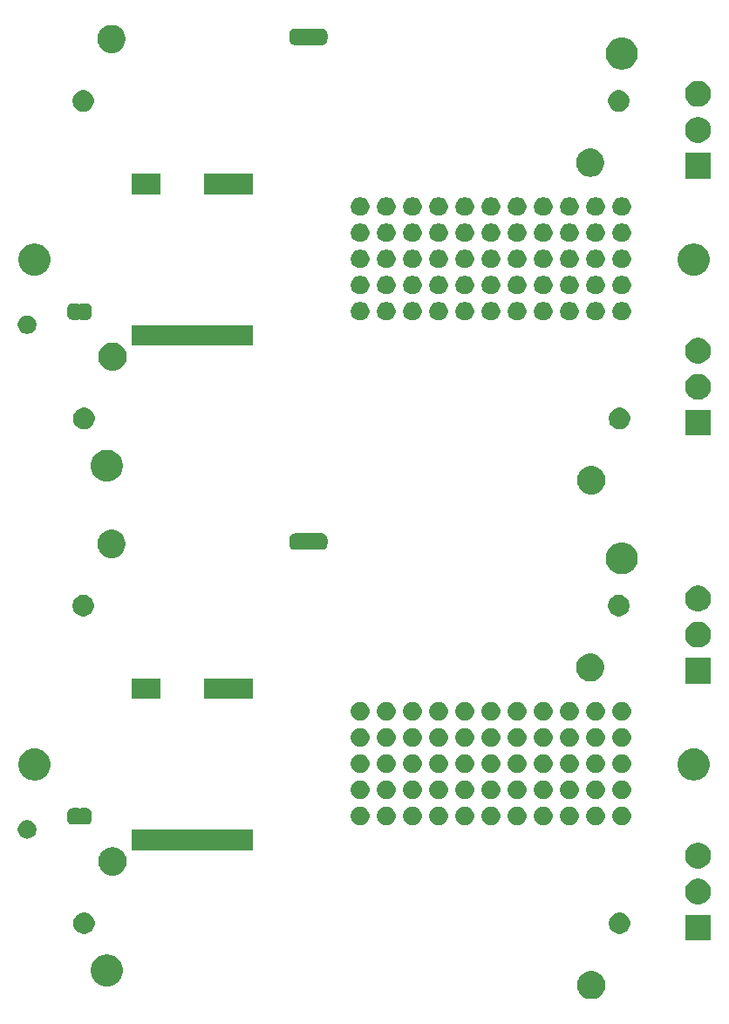
<source format=gbr>
G04 #@! TF.GenerationSoftware,KiCad,Pcbnew,5.1.5-52549c5~86~ubuntu18.04.1*
G04 #@! TF.CreationDate,2020-07-25T13:33:00-05:00*
G04 #@! TF.ProjectId,noname,6e6f6e61-6d65-42e6-9b69-6361645f7063,rev?*
G04 #@! TF.SameCoordinates,Original*
G04 #@! TF.FileFunction,Soldermask,Bot*
G04 #@! TF.FilePolarity,Negative*
%FSLAX46Y46*%
G04 Gerber Fmt 4.6, Leading zero omitted, Abs format (unit mm)*
G04 Created by KiCad (PCBNEW 5.1.5-52549c5~86~ubuntu18.04.1) date 2020-07-25 13:33:00*
%MOMM*%
%LPD*%
G04 APERTURE LIST*
%ADD10C,0.100000*%
G04 APERTURE END LIST*
D10*
G36*
X170507724Y-124331497D02*
G01*
X170734906Y-124376686D01*
X170984412Y-124480035D01*
X171208962Y-124630075D01*
X171399925Y-124821038D01*
X171549965Y-125045588D01*
X171653314Y-125295094D01*
X171706000Y-125559968D01*
X171706000Y-125830032D01*
X171653314Y-126094906D01*
X171549965Y-126344412D01*
X171399925Y-126568962D01*
X171208962Y-126759925D01*
X170984412Y-126909965D01*
X170734906Y-127013314D01*
X170507724Y-127058503D01*
X170470033Y-127066000D01*
X170199967Y-127066000D01*
X170162276Y-127058503D01*
X169935094Y-127013314D01*
X169685588Y-126909965D01*
X169461038Y-126759925D01*
X169270075Y-126568962D01*
X169120035Y-126344412D01*
X169016686Y-126094906D01*
X168964000Y-125830032D01*
X168964000Y-125559968D01*
X169016686Y-125295094D01*
X169120035Y-125045588D01*
X169270075Y-124821038D01*
X169461038Y-124630075D01*
X169685588Y-124480035D01*
X169935094Y-124376686D01*
X170162276Y-124331497D01*
X170199967Y-124324000D01*
X170470033Y-124324000D01*
X170507724Y-124331497D01*
G37*
G36*
X123597585Y-122763802D02*
G01*
X123747410Y-122793604D01*
X124029674Y-122910521D01*
X124283705Y-123080259D01*
X124499741Y-123296295D01*
X124669479Y-123550326D01*
X124786396Y-123832590D01*
X124846000Y-124132240D01*
X124846000Y-124437760D01*
X124786396Y-124737410D01*
X124669479Y-125019674D01*
X124499741Y-125273705D01*
X124283705Y-125489741D01*
X124029674Y-125659479D01*
X123747410Y-125776396D01*
X123597585Y-125806198D01*
X123447761Y-125836000D01*
X123142239Y-125836000D01*
X122992415Y-125806198D01*
X122842590Y-125776396D01*
X122560326Y-125659479D01*
X122306295Y-125489741D01*
X122090259Y-125273705D01*
X121920521Y-125019674D01*
X121803604Y-124737410D01*
X121744000Y-124437760D01*
X121744000Y-124132240D01*
X121803604Y-123832590D01*
X121920521Y-123550326D01*
X122090259Y-123296295D01*
X122306295Y-123080259D01*
X122560326Y-122910521D01*
X122842590Y-122793604D01*
X122992415Y-122763802D01*
X123142239Y-122734000D01*
X123447761Y-122734000D01*
X123597585Y-122763802D01*
G37*
G36*
X181956000Y-121371000D02*
G01*
X179454000Y-121371000D01*
X179454000Y-118869000D01*
X181956000Y-118869000D01*
X181956000Y-121371000D01*
G37*
G36*
X173391564Y-118689389D02*
G01*
X173582833Y-118768615D01*
X173582835Y-118768616D01*
X173733070Y-118869000D01*
X173754973Y-118883635D01*
X173901365Y-119030027D01*
X174016385Y-119202167D01*
X174095611Y-119393436D01*
X174136000Y-119596484D01*
X174136000Y-119803516D01*
X174095611Y-120006564D01*
X174016385Y-120197833D01*
X174016384Y-120197835D01*
X173901365Y-120369973D01*
X173754973Y-120516365D01*
X173582835Y-120631384D01*
X173582834Y-120631385D01*
X173582833Y-120631385D01*
X173391564Y-120710611D01*
X173188516Y-120751000D01*
X172981484Y-120751000D01*
X172778436Y-120710611D01*
X172587167Y-120631385D01*
X172587166Y-120631385D01*
X172587165Y-120631384D01*
X172415027Y-120516365D01*
X172268635Y-120369973D01*
X172153616Y-120197835D01*
X172153615Y-120197833D01*
X172074389Y-120006564D01*
X172034000Y-119803516D01*
X172034000Y-119596484D01*
X172074389Y-119393436D01*
X172153615Y-119202167D01*
X172268635Y-119030027D01*
X172415027Y-118883635D01*
X172436930Y-118869000D01*
X172587165Y-118768616D01*
X172587167Y-118768615D01*
X172778436Y-118689389D01*
X172981484Y-118649000D01*
X173188516Y-118649000D01*
X173391564Y-118689389D01*
G37*
G36*
X121401564Y-118689389D02*
G01*
X121592833Y-118768615D01*
X121592835Y-118768616D01*
X121743070Y-118869000D01*
X121764973Y-118883635D01*
X121911365Y-119030027D01*
X122026385Y-119202167D01*
X122105611Y-119393436D01*
X122146000Y-119596484D01*
X122146000Y-119803516D01*
X122105611Y-120006564D01*
X122026385Y-120197833D01*
X122026384Y-120197835D01*
X121911365Y-120369973D01*
X121764973Y-120516365D01*
X121592835Y-120631384D01*
X121592834Y-120631385D01*
X121592833Y-120631385D01*
X121401564Y-120710611D01*
X121198516Y-120751000D01*
X120991484Y-120751000D01*
X120788436Y-120710611D01*
X120597167Y-120631385D01*
X120597166Y-120631385D01*
X120597165Y-120631384D01*
X120425027Y-120516365D01*
X120278635Y-120369973D01*
X120163616Y-120197835D01*
X120163615Y-120197833D01*
X120084389Y-120006564D01*
X120044000Y-119803516D01*
X120044000Y-119596484D01*
X120084389Y-119393436D01*
X120163615Y-119202167D01*
X120278635Y-119030027D01*
X120425027Y-118883635D01*
X120446930Y-118869000D01*
X120597165Y-118768616D01*
X120597167Y-118768615D01*
X120788436Y-118689389D01*
X120991484Y-118649000D01*
X121198516Y-118649000D01*
X121401564Y-118689389D01*
G37*
G36*
X181069903Y-115417075D02*
G01*
X181297571Y-115511378D01*
X181502466Y-115648285D01*
X181676715Y-115822534D01*
X181813622Y-116027429D01*
X181907925Y-116255097D01*
X181956000Y-116496787D01*
X181956000Y-116743213D01*
X181907925Y-116984903D01*
X181813622Y-117212571D01*
X181676715Y-117417466D01*
X181502466Y-117591715D01*
X181297571Y-117728622D01*
X181297570Y-117728623D01*
X181297569Y-117728623D01*
X181069903Y-117822925D01*
X180828214Y-117871000D01*
X180581786Y-117871000D01*
X180340097Y-117822925D01*
X180112431Y-117728623D01*
X180112430Y-117728623D01*
X180112429Y-117728622D01*
X179907534Y-117591715D01*
X179733285Y-117417466D01*
X179596378Y-117212571D01*
X179502075Y-116984903D01*
X179454000Y-116743213D01*
X179454000Y-116496787D01*
X179502075Y-116255097D01*
X179596378Y-116027429D01*
X179733285Y-115822534D01*
X179907534Y-115648285D01*
X180112429Y-115511378D01*
X180340097Y-115417075D01*
X180581786Y-115369000D01*
X180828214Y-115369000D01*
X181069903Y-115417075D01*
G37*
G36*
X124027724Y-112341497D02*
G01*
X124254906Y-112386686D01*
X124504412Y-112490035D01*
X124728962Y-112640075D01*
X124919925Y-112831038D01*
X125069965Y-113055588D01*
X125173314Y-113305094D01*
X125226000Y-113569968D01*
X125226000Y-113840032D01*
X125173314Y-114104906D01*
X125069965Y-114354412D01*
X124919925Y-114578962D01*
X124728962Y-114769925D01*
X124504412Y-114919965D01*
X124254906Y-115023314D01*
X124027724Y-115068503D01*
X123990033Y-115076000D01*
X123719967Y-115076000D01*
X123682276Y-115068503D01*
X123455094Y-115023314D01*
X123205588Y-114919965D01*
X122981038Y-114769925D01*
X122790075Y-114578962D01*
X122640035Y-114354412D01*
X122536686Y-114104906D01*
X122484000Y-113840032D01*
X122484000Y-113569968D01*
X122536686Y-113305094D01*
X122640035Y-113055588D01*
X122790075Y-112831038D01*
X122981038Y-112640075D01*
X123205588Y-112490035D01*
X123455094Y-112386686D01*
X123682276Y-112341497D01*
X123719967Y-112334000D01*
X123990033Y-112334000D01*
X124027724Y-112341497D01*
G37*
G36*
X181069903Y-111917075D02*
G01*
X181297571Y-112011378D01*
X181502466Y-112148285D01*
X181676715Y-112322534D01*
X181788636Y-112490035D01*
X181813623Y-112527431D01*
X181907925Y-112755097D01*
X181956000Y-112996787D01*
X181956000Y-113243213D01*
X181907925Y-113484903D01*
X181813622Y-113712571D01*
X181676715Y-113917466D01*
X181502466Y-114091715D01*
X181297571Y-114228622D01*
X181297570Y-114228623D01*
X181297569Y-114228623D01*
X181069903Y-114322925D01*
X180828214Y-114371000D01*
X180581786Y-114371000D01*
X180340097Y-114322925D01*
X180112431Y-114228623D01*
X180112430Y-114228623D01*
X180112429Y-114228622D01*
X179907534Y-114091715D01*
X179733285Y-113917466D01*
X179596378Y-113712571D01*
X179502075Y-113484903D01*
X179454000Y-113243213D01*
X179454000Y-112996787D01*
X179502075Y-112755097D01*
X179596377Y-112527431D01*
X179621364Y-112490035D01*
X179733285Y-112322534D01*
X179907534Y-112148285D01*
X180112429Y-112011378D01*
X180340097Y-111917075D01*
X180581786Y-111869000D01*
X180828214Y-111869000D01*
X181069903Y-111917075D01*
G37*
G36*
X137506000Y-112636000D02*
G01*
X125704000Y-112636000D01*
X125704000Y-110634000D01*
X137506000Y-110634000D01*
X137506000Y-112636000D01*
G37*
G36*
X115683512Y-109698927D02*
G01*
X115832812Y-109728624D01*
X115996784Y-109796544D01*
X116144354Y-109895147D01*
X116269853Y-110020646D01*
X116368456Y-110168216D01*
X116436376Y-110332188D01*
X116471000Y-110506259D01*
X116471000Y-110683741D01*
X116436376Y-110857812D01*
X116368456Y-111021784D01*
X116269853Y-111169354D01*
X116144354Y-111294853D01*
X115996784Y-111393456D01*
X115832812Y-111461376D01*
X115683512Y-111491073D01*
X115658742Y-111496000D01*
X115481258Y-111496000D01*
X115456488Y-111491073D01*
X115307188Y-111461376D01*
X115143216Y-111393456D01*
X114995646Y-111294853D01*
X114870147Y-111169354D01*
X114771544Y-111021784D01*
X114703624Y-110857812D01*
X114669000Y-110683741D01*
X114669000Y-110506259D01*
X114703624Y-110332188D01*
X114771544Y-110168216D01*
X114870147Y-110020646D01*
X114995646Y-109895147D01*
X115143216Y-109796544D01*
X115307188Y-109728624D01*
X115456488Y-109698927D01*
X115481258Y-109694000D01*
X115658742Y-109694000D01*
X115683512Y-109698927D01*
G37*
G36*
X173403512Y-108393927D02*
G01*
X173552812Y-108423624D01*
X173716784Y-108491544D01*
X173864354Y-108590147D01*
X173989853Y-108715646D01*
X174088456Y-108863216D01*
X174156376Y-109027188D01*
X174191000Y-109201259D01*
X174191000Y-109378741D01*
X174156376Y-109552812D01*
X174088456Y-109716784D01*
X173989853Y-109864354D01*
X173864354Y-109989853D01*
X173716784Y-110088456D01*
X173552812Y-110156376D01*
X173403512Y-110186073D01*
X173378742Y-110191000D01*
X173201258Y-110191000D01*
X173176488Y-110186073D01*
X173027188Y-110156376D01*
X172863216Y-110088456D01*
X172715646Y-109989853D01*
X172590147Y-109864354D01*
X172491544Y-109716784D01*
X172423624Y-109552812D01*
X172389000Y-109378741D01*
X172389000Y-109201259D01*
X172423624Y-109027188D01*
X172491544Y-108863216D01*
X172590147Y-108715646D01*
X172715646Y-108590147D01*
X172863216Y-108491544D01*
X173027188Y-108423624D01*
X173176488Y-108393927D01*
X173201258Y-108389000D01*
X173378742Y-108389000D01*
X173403512Y-108393927D01*
G37*
G36*
X148003512Y-108393927D02*
G01*
X148152812Y-108423624D01*
X148316784Y-108491544D01*
X148464354Y-108590147D01*
X148589853Y-108715646D01*
X148688456Y-108863216D01*
X148756376Y-109027188D01*
X148791000Y-109201259D01*
X148791000Y-109378741D01*
X148756376Y-109552812D01*
X148688456Y-109716784D01*
X148589853Y-109864354D01*
X148464354Y-109989853D01*
X148316784Y-110088456D01*
X148152812Y-110156376D01*
X148003512Y-110186073D01*
X147978742Y-110191000D01*
X147801258Y-110191000D01*
X147776488Y-110186073D01*
X147627188Y-110156376D01*
X147463216Y-110088456D01*
X147315646Y-109989853D01*
X147190147Y-109864354D01*
X147091544Y-109716784D01*
X147023624Y-109552812D01*
X146989000Y-109378741D01*
X146989000Y-109201259D01*
X147023624Y-109027188D01*
X147091544Y-108863216D01*
X147190147Y-108715646D01*
X147315646Y-108590147D01*
X147463216Y-108491544D01*
X147627188Y-108423624D01*
X147776488Y-108393927D01*
X147801258Y-108389000D01*
X147978742Y-108389000D01*
X148003512Y-108393927D01*
G37*
G36*
X150543512Y-108393927D02*
G01*
X150692812Y-108423624D01*
X150856784Y-108491544D01*
X151004354Y-108590147D01*
X151129853Y-108715646D01*
X151228456Y-108863216D01*
X151296376Y-109027188D01*
X151331000Y-109201259D01*
X151331000Y-109378741D01*
X151296376Y-109552812D01*
X151228456Y-109716784D01*
X151129853Y-109864354D01*
X151004354Y-109989853D01*
X150856784Y-110088456D01*
X150692812Y-110156376D01*
X150543512Y-110186073D01*
X150518742Y-110191000D01*
X150341258Y-110191000D01*
X150316488Y-110186073D01*
X150167188Y-110156376D01*
X150003216Y-110088456D01*
X149855646Y-109989853D01*
X149730147Y-109864354D01*
X149631544Y-109716784D01*
X149563624Y-109552812D01*
X149529000Y-109378741D01*
X149529000Y-109201259D01*
X149563624Y-109027188D01*
X149631544Y-108863216D01*
X149730147Y-108715646D01*
X149855646Y-108590147D01*
X150003216Y-108491544D01*
X150167188Y-108423624D01*
X150316488Y-108393927D01*
X150341258Y-108389000D01*
X150518742Y-108389000D01*
X150543512Y-108393927D01*
G37*
G36*
X153083512Y-108393927D02*
G01*
X153232812Y-108423624D01*
X153396784Y-108491544D01*
X153544354Y-108590147D01*
X153669853Y-108715646D01*
X153768456Y-108863216D01*
X153836376Y-109027188D01*
X153871000Y-109201259D01*
X153871000Y-109378741D01*
X153836376Y-109552812D01*
X153768456Y-109716784D01*
X153669853Y-109864354D01*
X153544354Y-109989853D01*
X153396784Y-110088456D01*
X153232812Y-110156376D01*
X153083512Y-110186073D01*
X153058742Y-110191000D01*
X152881258Y-110191000D01*
X152856488Y-110186073D01*
X152707188Y-110156376D01*
X152543216Y-110088456D01*
X152395646Y-109989853D01*
X152270147Y-109864354D01*
X152171544Y-109716784D01*
X152103624Y-109552812D01*
X152069000Y-109378741D01*
X152069000Y-109201259D01*
X152103624Y-109027188D01*
X152171544Y-108863216D01*
X152270147Y-108715646D01*
X152395646Y-108590147D01*
X152543216Y-108491544D01*
X152707188Y-108423624D01*
X152856488Y-108393927D01*
X152881258Y-108389000D01*
X153058742Y-108389000D01*
X153083512Y-108393927D01*
G37*
G36*
X155623512Y-108393927D02*
G01*
X155772812Y-108423624D01*
X155936784Y-108491544D01*
X156084354Y-108590147D01*
X156209853Y-108715646D01*
X156308456Y-108863216D01*
X156376376Y-109027188D01*
X156411000Y-109201259D01*
X156411000Y-109378741D01*
X156376376Y-109552812D01*
X156308456Y-109716784D01*
X156209853Y-109864354D01*
X156084354Y-109989853D01*
X155936784Y-110088456D01*
X155772812Y-110156376D01*
X155623512Y-110186073D01*
X155598742Y-110191000D01*
X155421258Y-110191000D01*
X155396488Y-110186073D01*
X155247188Y-110156376D01*
X155083216Y-110088456D01*
X154935646Y-109989853D01*
X154810147Y-109864354D01*
X154711544Y-109716784D01*
X154643624Y-109552812D01*
X154609000Y-109378741D01*
X154609000Y-109201259D01*
X154643624Y-109027188D01*
X154711544Y-108863216D01*
X154810147Y-108715646D01*
X154935646Y-108590147D01*
X155083216Y-108491544D01*
X155247188Y-108423624D01*
X155396488Y-108393927D01*
X155421258Y-108389000D01*
X155598742Y-108389000D01*
X155623512Y-108393927D01*
G37*
G36*
X158163512Y-108393927D02*
G01*
X158312812Y-108423624D01*
X158476784Y-108491544D01*
X158624354Y-108590147D01*
X158749853Y-108715646D01*
X158848456Y-108863216D01*
X158916376Y-109027188D01*
X158951000Y-109201259D01*
X158951000Y-109378741D01*
X158916376Y-109552812D01*
X158848456Y-109716784D01*
X158749853Y-109864354D01*
X158624354Y-109989853D01*
X158476784Y-110088456D01*
X158312812Y-110156376D01*
X158163512Y-110186073D01*
X158138742Y-110191000D01*
X157961258Y-110191000D01*
X157936488Y-110186073D01*
X157787188Y-110156376D01*
X157623216Y-110088456D01*
X157475646Y-109989853D01*
X157350147Y-109864354D01*
X157251544Y-109716784D01*
X157183624Y-109552812D01*
X157149000Y-109378741D01*
X157149000Y-109201259D01*
X157183624Y-109027188D01*
X157251544Y-108863216D01*
X157350147Y-108715646D01*
X157475646Y-108590147D01*
X157623216Y-108491544D01*
X157787188Y-108423624D01*
X157936488Y-108393927D01*
X157961258Y-108389000D01*
X158138742Y-108389000D01*
X158163512Y-108393927D01*
G37*
G36*
X163243512Y-108393927D02*
G01*
X163392812Y-108423624D01*
X163556784Y-108491544D01*
X163704354Y-108590147D01*
X163829853Y-108715646D01*
X163928456Y-108863216D01*
X163996376Y-109027188D01*
X164031000Y-109201259D01*
X164031000Y-109378741D01*
X163996376Y-109552812D01*
X163928456Y-109716784D01*
X163829853Y-109864354D01*
X163704354Y-109989853D01*
X163556784Y-110088456D01*
X163392812Y-110156376D01*
X163243512Y-110186073D01*
X163218742Y-110191000D01*
X163041258Y-110191000D01*
X163016488Y-110186073D01*
X162867188Y-110156376D01*
X162703216Y-110088456D01*
X162555646Y-109989853D01*
X162430147Y-109864354D01*
X162331544Y-109716784D01*
X162263624Y-109552812D01*
X162229000Y-109378741D01*
X162229000Y-109201259D01*
X162263624Y-109027188D01*
X162331544Y-108863216D01*
X162430147Y-108715646D01*
X162555646Y-108590147D01*
X162703216Y-108491544D01*
X162867188Y-108423624D01*
X163016488Y-108393927D01*
X163041258Y-108389000D01*
X163218742Y-108389000D01*
X163243512Y-108393927D01*
G37*
G36*
X165783512Y-108393927D02*
G01*
X165932812Y-108423624D01*
X166096784Y-108491544D01*
X166244354Y-108590147D01*
X166369853Y-108715646D01*
X166468456Y-108863216D01*
X166536376Y-109027188D01*
X166571000Y-109201259D01*
X166571000Y-109378741D01*
X166536376Y-109552812D01*
X166468456Y-109716784D01*
X166369853Y-109864354D01*
X166244354Y-109989853D01*
X166096784Y-110088456D01*
X165932812Y-110156376D01*
X165783512Y-110186073D01*
X165758742Y-110191000D01*
X165581258Y-110191000D01*
X165556488Y-110186073D01*
X165407188Y-110156376D01*
X165243216Y-110088456D01*
X165095646Y-109989853D01*
X164970147Y-109864354D01*
X164871544Y-109716784D01*
X164803624Y-109552812D01*
X164769000Y-109378741D01*
X164769000Y-109201259D01*
X164803624Y-109027188D01*
X164871544Y-108863216D01*
X164970147Y-108715646D01*
X165095646Y-108590147D01*
X165243216Y-108491544D01*
X165407188Y-108423624D01*
X165556488Y-108393927D01*
X165581258Y-108389000D01*
X165758742Y-108389000D01*
X165783512Y-108393927D01*
G37*
G36*
X170863512Y-108393927D02*
G01*
X171012812Y-108423624D01*
X171176784Y-108491544D01*
X171324354Y-108590147D01*
X171449853Y-108715646D01*
X171548456Y-108863216D01*
X171616376Y-109027188D01*
X171651000Y-109201259D01*
X171651000Y-109378741D01*
X171616376Y-109552812D01*
X171548456Y-109716784D01*
X171449853Y-109864354D01*
X171324354Y-109989853D01*
X171176784Y-110088456D01*
X171012812Y-110156376D01*
X170863512Y-110186073D01*
X170838742Y-110191000D01*
X170661258Y-110191000D01*
X170636488Y-110186073D01*
X170487188Y-110156376D01*
X170323216Y-110088456D01*
X170175646Y-109989853D01*
X170050147Y-109864354D01*
X169951544Y-109716784D01*
X169883624Y-109552812D01*
X169849000Y-109378741D01*
X169849000Y-109201259D01*
X169883624Y-109027188D01*
X169951544Y-108863216D01*
X170050147Y-108715646D01*
X170175646Y-108590147D01*
X170323216Y-108491544D01*
X170487188Y-108423624D01*
X170636488Y-108393927D01*
X170661258Y-108389000D01*
X170838742Y-108389000D01*
X170863512Y-108393927D01*
G37*
G36*
X168323512Y-108393927D02*
G01*
X168472812Y-108423624D01*
X168636784Y-108491544D01*
X168784354Y-108590147D01*
X168909853Y-108715646D01*
X169008456Y-108863216D01*
X169076376Y-109027188D01*
X169111000Y-109201259D01*
X169111000Y-109378741D01*
X169076376Y-109552812D01*
X169008456Y-109716784D01*
X168909853Y-109864354D01*
X168784354Y-109989853D01*
X168636784Y-110088456D01*
X168472812Y-110156376D01*
X168323512Y-110186073D01*
X168298742Y-110191000D01*
X168121258Y-110191000D01*
X168096488Y-110186073D01*
X167947188Y-110156376D01*
X167783216Y-110088456D01*
X167635646Y-109989853D01*
X167510147Y-109864354D01*
X167411544Y-109716784D01*
X167343624Y-109552812D01*
X167309000Y-109378741D01*
X167309000Y-109201259D01*
X167343624Y-109027188D01*
X167411544Y-108863216D01*
X167510147Y-108715646D01*
X167635646Y-108590147D01*
X167783216Y-108491544D01*
X167947188Y-108423624D01*
X168096488Y-108393927D01*
X168121258Y-108389000D01*
X168298742Y-108389000D01*
X168323512Y-108393927D01*
G37*
G36*
X160703512Y-108393927D02*
G01*
X160852812Y-108423624D01*
X161016784Y-108491544D01*
X161164354Y-108590147D01*
X161289853Y-108715646D01*
X161388456Y-108863216D01*
X161456376Y-109027188D01*
X161491000Y-109201259D01*
X161491000Y-109378741D01*
X161456376Y-109552812D01*
X161388456Y-109716784D01*
X161289853Y-109864354D01*
X161164354Y-109989853D01*
X161016784Y-110088456D01*
X160852812Y-110156376D01*
X160703512Y-110186073D01*
X160678742Y-110191000D01*
X160501258Y-110191000D01*
X160476488Y-110186073D01*
X160327188Y-110156376D01*
X160163216Y-110088456D01*
X160015646Y-109989853D01*
X159890147Y-109864354D01*
X159791544Y-109716784D01*
X159723624Y-109552812D01*
X159689000Y-109378741D01*
X159689000Y-109201259D01*
X159723624Y-109027188D01*
X159791544Y-108863216D01*
X159890147Y-108715646D01*
X160015646Y-108590147D01*
X160163216Y-108491544D01*
X160327188Y-108423624D01*
X160476488Y-108393927D01*
X160501258Y-108389000D01*
X160678742Y-108389000D01*
X160703512Y-108393927D01*
G37*
G36*
X120509999Y-108524737D02*
G01*
X120519608Y-108527652D01*
X120528472Y-108532390D01*
X120536237Y-108538763D01*
X120546448Y-108551206D01*
X120553378Y-108561575D01*
X120570705Y-108578902D01*
X120591080Y-108592515D01*
X120613720Y-108601891D01*
X120637753Y-108606671D01*
X120662257Y-108606670D01*
X120686290Y-108601888D01*
X120708929Y-108592510D01*
X120729302Y-108578895D01*
X120746629Y-108561568D01*
X120753558Y-108551198D01*
X120763763Y-108538763D01*
X120771528Y-108532390D01*
X120780392Y-108527652D01*
X120790001Y-108524737D01*
X120806140Y-108523148D01*
X121293861Y-108523148D01*
X121312199Y-108524954D01*
X121324450Y-108525556D01*
X121342869Y-108525556D01*
X121365149Y-108527750D01*
X121449233Y-108544476D01*
X121470660Y-108550976D01*
X121549858Y-108583780D01*
X121555303Y-108586691D01*
X121555309Y-108586693D01*
X121564169Y-108591429D01*
X121564173Y-108591432D01*
X121569614Y-108594340D01*
X121640899Y-108641971D01*
X121658204Y-108656172D01*
X121718828Y-108716796D01*
X121733029Y-108734101D01*
X121780660Y-108805386D01*
X121783568Y-108810827D01*
X121783571Y-108810831D01*
X121788307Y-108819691D01*
X121788309Y-108819697D01*
X121791220Y-108825142D01*
X121824024Y-108904340D01*
X121830524Y-108925767D01*
X121847250Y-109009851D01*
X121849444Y-109032131D01*
X121849444Y-109050550D01*
X121850046Y-109062801D01*
X121851852Y-109081139D01*
X121851852Y-109568862D01*
X121850046Y-109587199D01*
X121849444Y-109599450D01*
X121849444Y-109617869D01*
X121847250Y-109640149D01*
X121830524Y-109724233D01*
X121824024Y-109745660D01*
X121791220Y-109824858D01*
X121788309Y-109830303D01*
X121788307Y-109830309D01*
X121783571Y-109839169D01*
X121783568Y-109839173D01*
X121780660Y-109844614D01*
X121733029Y-109915899D01*
X121718828Y-109933204D01*
X121658204Y-109993828D01*
X121640899Y-110008029D01*
X121569614Y-110055660D01*
X121564173Y-110058568D01*
X121564169Y-110058571D01*
X121555309Y-110063307D01*
X121555303Y-110063309D01*
X121549858Y-110066220D01*
X121470660Y-110099024D01*
X121449233Y-110105524D01*
X121365149Y-110122250D01*
X121342869Y-110124444D01*
X121324450Y-110124444D01*
X121312199Y-110125046D01*
X121293862Y-110126852D01*
X120806140Y-110126852D01*
X120790001Y-110125263D01*
X120780392Y-110122348D01*
X120771528Y-110117610D01*
X120763763Y-110111237D01*
X120753552Y-110098794D01*
X120746622Y-110088425D01*
X120729295Y-110071098D01*
X120708920Y-110057485D01*
X120686280Y-110048109D01*
X120662247Y-110043329D01*
X120637743Y-110043330D01*
X120613710Y-110048112D01*
X120591071Y-110057490D01*
X120570698Y-110071105D01*
X120553371Y-110088432D01*
X120546442Y-110098802D01*
X120536237Y-110111237D01*
X120528472Y-110117610D01*
X120519608Y-110122348D01*
X120509999Y-110125263D01*
X120493860Y-110126852D01*
X120006138Y-110126852D01*
X119987801Y-110125046D01*
X119975550Y-110124444D01*
X119957131Y-110124444D01*
X119934851Y-110122250D01*
X119850767Y-110105524D01*
X119829340Y-110099024D01*
X119750142Y-110066220D01*
X119744697Y-110063309D01*
X119744691Y-110063307D01*
X119735831Y-110058571D01*
X119735827Y-110058568D01*
X119730386Y-110055660D01*
X119659101Y-110008029D01*
X119641796Y-109993828D01*
X119581172Y-109933204D01*
X119566971Y-109915899D01*
X119519340Y-109844614D01*
X119516432Y-109839173D01*
X119516429Y-109839169D01*
X119511693Y-109830309D01*
X119511691Y-109830303D01*
X119508780Y-109824858D01*
X119475976Y-109745660D01*
X119469476Y-109724233D01*
X119452750Y-109640149D01*
X119450556Y-109617869D01*
X119450556Y-109599450D01*
X119449954Y-109587199D01*
X119448148Y-109568862D01*
X119448148Y-109081139D01*
X119449954Y-109062801D01*
X119450556Y-109050550D01*
X119450556Y-109032131D01*
X119452750Y-109009851D01*
X119469476Y-108925767D01*
X119475976Y-108904340D01*
X119508780Y-108825142D01*
X119511691Y-108819697D01*
X119511693Y-108819691D01*
X119516429Y-108810831D01*
X119516432Y-108810827D01*
X119519340Y-108805386D01*
X119566971Y-108734101D01*
X119581172Y-108716796D01*
X119641796Y-108656172D01*
X119659101Y-108641971D01*
X119730386Y-108594340D01*
X119735827Y-108591432D01*
X119735831Y-108591429D01*
X119744691Y-108586693D01*
X119744697Y-108586691D01*
X119750142Y-108583780D01*
X119829340Y-108550976D01*
X119850767Y-108544476D01*
X119934851Y-108527750D01*
X119957131Y-108525556D01*
X119975550Y-108525556D01*
X119987801Y-108524954D01*
X120006139Y-108523148D01*
X120493860Y-108523148D01*
X120509999Y-108524737D01*
G37*
G36*
X170863512Y-105853927D02*
G01*
X171012812Y-105883624D01*
X171176784Y-105951544D01*
X171324354Y-106050147D01*
X171449853Y-106175646D01*
X171548456Y-106323216D01*
X171616376Y-106487188D01*
X171651000Y-106661259D01*
X171651000Y-106838741D01*
X171616376Y-107012812D01*
X171548456Y-107176784D01*
X171449853Y-107324354D01*
X171324354Y-107449853D01*
X171176784Y-107548456D01*
X171012812Y-107616376D01*
X170863512Y-107646073D01*
X170838742Y-107651000D01*
X170661258Y-107651000D01*
X170636488Y-107646073D01*
X170487188Y-107616376D01*
X170323216Y-107548456D01*
X170175646Y-107449853D01*
X170050147Y-107324354D01*
X169951544Y-107176784D01*
X169883624Y-107012812D01*
X169849000Y-106838741D01*
X169849000Y-106661259D01*
X169883624Y-106487188D01*
X169951544Y-106323216D01*
X170050147Y-106175646D01*
X170175646Y-106050147D01*
X170323216Y-105951544D01*
X170487188Y-105883624D01*
X170636488Y-105853927D01*
X170661258Y-105849000D01*
X170838742Y-105849000D01*
X170863512Y-105853927D01*
G37*
G36*
X158163512Y-105853927D02*
G01*
X158312812Y-105883624D01*
X158476784Y-105951544D01*
X158624354Y-106050147D01*
X158749853Y-106175646D01*
X158848456Y-106323216D01*
X158916376Y-106487188D01*
X158951000Y-106661259D01*
X158951000Y-106838741D01*
X158916376Y-107012812D01*
X158848456Y-107176784D01*
X158749853Y-107324354D01*
X158624354Y-107449853D01*
X158476784Y-107548456D01*
X158312812Y-107616376D01*
X158163512Y-107646073D01*
X158138742Y-107651000D01*
X157961258Y-107651000D01*
X157936488Y-107646073D01*
X157787188Y-107616376D01*
X157623216Y-107548456D01*
X157475646Y-107449853D01*
X157350147Y-107324354D01*
X157251544Y-107176784D01*
X157183624Y-107012812D01*
X157149000Y-106838741D01*
X157149000Y-106661259D01*
X157183624Y-106487188D01*
X157251544Y-106323216D01*
X157350147Y-106175646D01*
X157475646Y-106050147D01*
X157623216Y-105951544D01*
X157787188Y-105883624D01*
X157936488Y-105853927D01*
X157961258Y-105849000D01*
X158138742Y-105849000D01*
X158163512Y-105853927D01*
G37*
G36*
X153083512Y-105853927D02*
G01*
X153232812Y-105883624D01*
X153396784Y-105951544D01*
X153544354Y-106050147D01*
X153669853Y-106175646D01*
X153768456Y-106323216D01*
X153836376Y-106487188D01*
X153871000Y-106661259D01*
X153871000Y-106838741D01*
X153836376Y-107012812D01*
X153768456Y-107176784D01*
X153669853Y-107324354D01*
X153544354Y-107449853D01*
X153396784Y-107548456D01*
X153232812Y-107616376D01*
X153083512Y-107646073D01*
X153058742Y-107651000D01*
X152881258Y-107651000D01*
X152856488Y-107646073D01*
X152707188Y-107616376D01*
X152543216Y-107548456D01*
X152395646Y-107449853D01*
X152270147Y-107324354D01*
X152171544Y-107176784D01*
X152103624Y-107012812D01*
X152069000Y-106838741D01*
X152069000Y-106661259D01*
X152103624Y-106487188D01*
X152171544Y-106323216D01*
X152270147Y-106175646D01*
X152395646Y-106050147D01*
X152543216Y-105951544D01*
X152707188Y-105883624D01*
X152856488Y-105853927D01*
X152881258Y-105849000D01*
X153058742Y-105849000D01*
X153083512Y-105853927D01*
G37*
G36*
X150543512Y-105853927D02*
G01*
X150692812Y-105883624D01*
X150856784Y-105951544D01*
X151004354Y-106050147D01*
X151129853Y-106175646D01*
X151228456Y-106323216D01*
X151296376Y-106487188D01*
X151331000Y-106661259D01*
X151331000Y-106838741D01*
X151296376Y-107012812D01*
X151228456Y-107176784D01*
X151129853Y-107324354D01*
X151004354Y-107449853D01*
X150856784Y-107548456D01*
X150692812Y-107616376D01*
X150543512Y-107646073D01*
X150518742Y-107651000D01*
X150341258Y-107651000D01*
X150316488Y-107646073D01*
X150167188Y-107616376D01*
X150003216Y-107548456D01*
X149855646Y-107449853D01*
X149730147Y-107324354D01*
X149631544Y-107176784D01*
X149563624Y-107012812D01*
X149529000Y-106838741D01*
X149529000Y-106661259D01*
X149563624Y-106487188D01*
X149631544Y-106323216D01*
X149730147Y-106175646D01*
X149855646Y-106050147D01*
X150003216Y-105951544D01*
X150167188Y-105883624D01*
X150316488Y-105853927D01*
X150341258Y-105849000D01*
X150518742Y-105849000D01*
X150543512Y-105853927D01*
G37*
G36*
X163243512Y-105853927D02*
G01*
X163392812Y-105883624D01*
X163556784Y-105951544D01*
X163704354Y-106050147D01*
X163829853Y-106175646D01*
X163928456Y-106323216D01*
X163996376Y-106487188D01*
X164031000Y-106661259D01*
X164031000Y-106838741D01*
X163996376Y-107012812D01*
X163928456Y-107176784D01*
X163829853Y-107324354D01*
X163704354Y-107449853D01*
X163556784Y-107548456D01*
X163392812Y-107616376D01*
X163243512Y-107646073D01*
X163218742Y-107651000D01*
X163041258Y-107651000D01*
X163016488Y-107646073D01*
X162867188Y-107616376D01*
X162703216Y-107548456D01*
X162555646Y-107449853D01*
X162430147Y-107324354D01*
X162331544Y-107176784D01*
X162263624Y-107012812D01*
X162229000Y-106838741D01*
X162229000Y-106661259D01*
X162263624Y-106487188D01*
X162331544Y-106323216D01*
X162430147Y-106175646D01*
X162555646Y-106050147D01*
X162703216Y-105951544D01*
X162867188Y-105883624D01*
X163016488Y-105853927D01*
X163041258Y-105849000D01*
X163218742Y-105849000D01*
X163243512Y-105853927D01*
G37*
G36*
X155623512Y-105853927D02*
G01*
X155772812Y-105883624D01*
X155936784Y-105951544D01*
X156084354Y-106050147D01*
X156209853Y-106175646D01*
X156308456Y-106323216D01*
X156376376Y-106487188D01*
X156411000Y-106661259D01*
X156411000Y-106838741D01*
X156376376Y-107012812D01*
X156308456Y-107176784D01*
X156209853Y-107324354D01*
X156084354Y-107449853D01*
X155936784Y-107548456D01*
X155772812Y-107616376D01*
X155623512Y-107646073D01*
X155598742Y-107651000D01*
X155421258Y-107651000D01*
X155396488Y-107646073D01*
X155247188Y-107616376D01*
X155083216Y-107548456D01*
X154935646Y-107449853D01*
X154810147Y-107324354D01*
X154711544Y-107176784D01*
X154643624Y-107012812D01*
X154609000Y-106838741D01*
X154609000Y-106661259D01*
X154643624Y-106487188D01*
X154711544Y-106323216D01*
X154810147Y-106175646D01*
X154935646Y-106050147D01*
X155083216Y-105951544D01*
X155247188Y-105883624D01*
X155396488Y-105853927D01*
X155421258Y-105849000D01*
X155598742Y-105849000D01*
X155623512Y-105853927D01*
G37*
G36*
X148003512Y-105853927D02*
G01*
X148152812Y-105883624D01*
X148316784Y-105951544D01*
X148464354Y-106050147D01*
X148589853Y-106175646D01*
X148688456Y-106323216D01*
X148756376Y-106487188D01*
X148791000Y-106661259D01*
X148791000Y-106838741D01*
X148756376Y-107012812D01*
X148688456Y-107176784D01*
X148589853Y-107324354D01*
X148464354Y-107449853D01*
X148316784Y-107548456D01*
X148152812Y-107616376D01*
X148003512Y-107646073D01*
X147978742Y-107651000D01*
X147801258Y-107651000D01*
X147776488Y-107646073D01*
X147627188Y-107616376D01*
X147463216Y-107548456D01*
X147315646Y-107449853D01*
X147190147Y-107324354D01*
X147091544Y-107176784D01*
X147023624Y-107012812D01*
X146989000Y-106838741D01*
X146989000Y-106661259D01*
X147023624Y-106487188D01*
X147091544Y-106323216D01*
X147190147Y-106175646D01*
X147315646Y-106050147D01*
X147463216Y-105951544D01*
X147627188Y-105883624D01*
X147776488Y-105853927D01*
X147801258Y-105849000D01*
X147978742Y-105849000D01*
X148003512Y-105853927D01*
G37*
G36*
X160703512Y-105853927D02*
G01*
X160852812Y-105883624D01*
X161016784Y-105951544D01*
X161164354Y-106050147D01*
X161289853Y-106175646D01*
X161388456Y-106323216D01*
X161456376Y-106487188D01*
X161491000Y-106661259D01*
X161491000Y-106838741D01*
X161456376Y-107012812D01*
X161388456Y-107176784D01*
X161289853Y-107324354D01*
X161164354Y-107449853D01*
X161016784Y-107548456D01*
X160852812Y-107616376D01*
X160703512Y-107646073D01*
X160678742Y-107651000D01*
X160501258Y-107651000D01*
X160476488Y-107646073D01*
X160327188Y-107616376D01*
X160163216Y-107548456D01*
X160015646Y-107449853D01*
X159890147Y-107324354D01*
X159791544Y-107176784D01*
X159723624Y-107012812D01*
X159689000Y-106838741D01*
X159689000Y-106661259D01*
X159723624Y-106487188D01*
X159791544Y-106323216D01*
X159890147Y-106175646D01*
X160015646Y-106050147D01*
X160163216Y-105951544D01*
X160327188Y-105883624D01*
X160476488Y-105853927D01*
X160501258Y-105849000D01*
X160678742Y-105849000D01*
X160703512Y-105853927D01*
G37*
G36*
X173403512Y-105853927D02*
G01*
X173552812Y-105883624D01*
X173716784Y-105951544D01*
X173864354Y-106050147D01*
X173989853Y-106175646D01*
X174088456Y-106323216D01*
X174156376Y-106487188D01*
X174191000Y-106661259D01*
X174191000Y-106838741D01*
X174156376Y-107012812D01*
X174088456Y-107176784D01*
X173989853Y-107324354D01*
X173864354Y-107449853D01*
X173716784Y-107548456D01*
X173552812Y-107616376D01*
X173403512Y-107646073D01*
X173378742Y-107651000D01*
X173201258Y-107651000D01*
X173176488Y-107646073D01*
X173027188Y-107616376D01*
X172863216Y-107548456D01*
X172715646Y-107449853D01*
X172590147Y-107324354D01*
X172491544Y-107176784D01*
X172423624Y-107012812D01*
X172389000Y-106838741D01*
X172389000Y-106661259D01*
X172423624Y-106487188D01*
X172491544Y-106323216D01*
X172590147Y-106175646D01*
X172715646Y-106050147D01*
X172863216Y-105951544D01*
X173027188Y-105883624D01*
X173176488Y-105853927D01*
X173201258Y-105849000D01*
X173378742Y-105849000D01*
X173403512Y-105853927D01*
G37*
G36*
X168323512Y-105853927D02*
G01*
X168472812Y-105883624D01*
X168636784Y-105951544D01*
X168784354Y-106050147D01*
X168909853Y-106175646D01*
X169008456Y-106323216D01*
X169076376Y-106487188D01*
X169111000Y-106661259D01*
X169111000Y-106838741D01*
X169076376Y-107012812D01*
X169008456Y-107176784D01*
X168909853Y-107324354D01*
X168784354Y-107449853D01*
X168636784Y-107548456D01*
X168472812Y-107616376D01*
X168323512Y-107646073D01*
X168298742Y-107651000D01*
X168121258Y-107651000D01*
X168096488Y-107646073D01*
X167947188Y-107616376D01*
X167783216Y-107548456D01*
X167635646Y-107449853D01*
X167510147Y-107324354D01*
X167411544Y-107176784D01*
X167343624Y-107012812D01*
X167309000Y-106838741D01*
X167309000Y-106661259D01*
X167343624Y-106487188D01*
X167411544Y-106323216D01*
X167510147Y-106175646D01*
X167635646Y-106050147D01*
X167783216Y-105951544D01*
X167947188Y-105883624D01*
X168096488Y-105853927D01*
X168121258Y-105849000D01*
X168298742Y-105849000D01*
X168323512Y-105853927D01*
G37*
G36*
X165783512Y-105853927D02*
G01*
X165932812Y-105883624D01*
X166096784Y-105951544D01*
X166244354Y-106050147D01*
X166369853Y-106175646D01*
X166468456Y-106323216D01*
X166536376Y-106487188D01*
X166571000Y-106661259D01*
X166571000Y-106838741D01*
X166536376Y-107012812D01*
X166468456Y-107176784D01*
X166369853Y-107324354D01*
X166244354Y-107449853D01*
X166096784Y-107548456D01*
X165932812Y-107616376D01*
X165783512Y-107646073D01*
X165758742Y-107651000D01*
X165581258Y-107651000D01*
X165556488Y-107646073D01*
X165407188Y-107616376D01*
X165243216Y-107548456D01*
X165095646Y-107449853D01*
X164970147Y-107324354D01*
X164871544Y-107176784D01*
X164803624Y-107012812D01*
X164769000Y-106838741D01*
X164769000Y-106661259D01*
X164803624Y-106487188D01*
X164871544Y-106323216D01*
X164970147Y-106175646D01*
X165095646Y-106050147D01*
X165243216Y-105951544D01*
X165407188Y-105883624D01*
X165556488Y-105853927D01*
X165581258Y-105849000D01*
X165758742Y-105849000D01*
X165783512Y-105853927D01*
G37*
G36*
X116597585Y-102763802D02*
G01*
X116747410Y-102793604D01*
X117029674Y-102910521D01*
X117283705Y-103080259D01*
X117499741Y-103296295D01*
X117669479Y-103550326D01*
X117786396Y-103832590D01*
X117846000Y-104132240D01*
X117846000Y-104437760D01*
X117786396Y-104737410D01*
X117669479Y-105019674D01*
X117499741Y-105273705D01*
X117283705Y-105489741D01*
X117029674Y-105659479D01*
X116747410Y-105776396D01*
X116597585Y-105806198D01*
X116447761Y-105836000D01*
X116142239Y-105836000D01*
X115992415Y-105806198D01*
X115842590Y-105776396D01*
X115560326Y-105659479D01*
X115306295Y-105489741D01*
X115090259Y-105273705D01*
X114920521Y-105019674D01*
X114803604Y-104737410D01*
X114744000Y-104437760D01*
X114744000Y-104132240D01*
X114803604Y-103832590D01*
X114920521Y-103550326D01*
X115090259Y-103296295D01*
X115306295Y-103080259D01*
X115560326Y-102910521D01*
X115842590Y-102793604D01*
X115992415Y-102763802D01*
X116142239Y-102734000D01*
X116447761Y-102734000D01*
X116597585Y-102763802D01*
G37*
G36*
X180597585Y-102763802D02*
G01*
X180747410Y-102793604D01*
X181029674Y-102910521D01*
X181283705Y-103080259D01*
X181499741Y-103296295D01*
X181669479Y-103550326D01*
X181786396Y-103832590D01*
X181846000Y-104132240D01*
X181846000Y-104437760D01*
X181786396Y-104737410D01*
X181669479Y-105019674D01*
X181499741Y-105273705D01*
X181283705Y-105489741D01*
X181029674Y-105659479D01*
X180747410Y-105776396D01*
X180597585Y-105806198D01*
X180447761Y-105836000D01*
X180142239Y-105836000D01*
X179992415Y-105806198D01*
X179842590Y-105776396D01*
X179560326Y-105659479D01*
X179306295Y-105489741D01*
X179090259Y-105273705D01*
X178920521Y-105019674D01*
X178803604Y-104737410D01*
X178744000Y-104437760D01*
X178744000Y-104132240D01*
X178803604Y-103832590D01*
X178920521Y-103550326D01*
X179090259Y-103296295D01*
X179306295Y-103080259D01*
X179560326Y-102910521D01*
X179842590Y-102793604D01*
X179992415Y-102763802D01*
X180142239Y-102734000D01*
X180447761Y-102734000D01*
X180597585Y-102763802D01*
G37*
G36*
X158163512Y-103313927D02*
G01*
X158312812Y-103343624D01*
X158476784Y-103411544D01*
X158624354Y-103510147D01*
X158749853Y-103635646D01*
X158848456Y-103783216D01*
X158916376Y-103947188D01*
X158951000Y-104121259D01*
X158951000Y-104298741D01*
X158916376Y-104472812D01*
X158848456Y-104636784D01*
X158749853Y-104784354D01*
X158624354Y-104909853D01*
X158476784Y-105008456D01*
X158312812Y-105076376D01*
X158163512Y-105106073D01*
X158138742Y-105111000D01*
X157961258Y-105111000D01*
X157936488Y-105106073D01*
X157787188Y-105076376D01*
X157623216Y-105008456D01*
X157475646Y-104909853D01*
X157350147Y-104784354D01*
X157251544Y-104636784D01*
X157183624Y-104472812D01*
X157149000Y-104298741D01*
X157149000Y-104121259D01*
X157183624Y-103947188D01*
X157251544Y-103783216D01*
X157350147Y-103635646D01*
X157475646Y-103510147D01*
X157623216Y-103411544D01*
X157787188Y-103343624D01*
X157936488Y-103313927D01*
X157961258Y-103309000D01*
X158138742Y-103309000D01*
X158163512Y-103313927D01*
G37*
G36*
X160703512Y-103313927D02*
G01*
X160852812Y-103343624D01*
X161016784Y-103411544D01*
X161164354Y-103510147D01*
X161289853Y-103635646D01*
X161388456Y-103783216D01*
X161456376Y-103947188D01*
X161491000Y-104121259D01*
X161491000Y-104298741D01*
X161456376Y-104472812D01*
X161388456Y-104636784D01*
X161289853Y-104784354D01*
X161164354Y-104909853D01*
X161016784Y-105008456D01*
X160852812Y-105076376D01*
X160703512Y-105106073D01*
X160678742Y-105111000D01*
X160501258Y-105111000D01*
X160476488Y-105106073D01*
X160327188Y-105076376D01*
X160163216Y-105008456D01*
X160015646Y-104909853D01*
X159890147Y-104784354D01*
X159791544Y-104636784D01*
X159723624Y-104472812D01*
X159689000Y-104298741D01*
X159689000Y-104121259D01*
X159723624Y-103947188D01*
X159791544Y-103783216D01*
X159890147Y-103635646D01*
X160015646Y-103510147D01*
X160163216Y-103411544D01*
X160327188Y-103343624D01*
X160476488Y-103313927D01*
X160501258Y-103309000D01*
X160678742Y-103309000D01*
X160703512Y-103313927D01*
G37*
G36*
X163243512Y-103313927D02*
G01*
X163392812Y-103343624D01*
X163556784Y-103411544D01*
X163704354Y-103510147D01*
X163829853Y-103635646D01*
X163928456Y-103783216D01*
X163996376Y-103947188D01*
X164031000Y-104121259D01*
X164031000Y-104298741D01*
X163996376Y-104472812D01*
X163928456Y-104636784D01*
X163829853Y-104784354D01*
X163704354Y-104909853D01*
X163556784Y-105008456D01*
X163392812Y-105076376D01*
X163243512Y-105106073D01*
X163218742Y-105111000D01*
X163041258Y-105111000D01*
X163016488Y-105106073D01*
X162867188Y-105076376D01*
X162703216Y-105008456D01*
X162555646Y-104909853D01*
X162430147Y-104784354D01*
X162331544Y-104636784D01*
X162263624Y-104472812D01*
X162229000Y-104298741D01*
X162229000Y-104121259D01*
X162263624Y-103947188D01*
X162331544Y-103783216D01*
X162430147Y-103635646D01*
X162555646Y-103510147D01*
X162703216Y-103411544D01*
X162867188Y-103343624D01*
X163016488Y-103313927D01*
X163041258Y-103309000D01*
X163218742Y-103309000D01*
X163243512Y-103313927D01*
G37*
G36*
X155623512Y-103313927D02*
G01*
X155772812Y-103343624D01*
X155936784Y-103411544D01*
X156084354Y-103510147D01*
X156209853Y-103635646D01*
X156308456Y-103783216D01*
X156376376Y-103947188D01*
X156411000Y-104121259D01*
X156411000Y-104298741D01*
X156376376Y-104472812D01*
X156308456Y-104636784D01*
X156209853Y-104784354D01*
X156084354Y-104909853D01*
X155936784Y-105008456D01*
X155772812Y-105076376D01*
X155623512Y-105106073D01*
X155598742Y-105111000D01*
X155421258Y-105111000D01*
X155396488Y-105106073D01*
X155247188Y-105076376D01*
X155083216Y-105008456D01*
X154935646Y-104909853D01*
X154810147Y-104784354D01*
X154711544Y-104636784D01*
X154643624Y-104472812D01*
X154609000Y-104298741D01*
X154609000Y-104121259D01*
X154643624Y-103947188D01*
X154711544Y-103783216D01*
X154810147Y-103635646D01*
X154935646Y-103510147D01*
X155083216Y-103411544D01*
X155247188Y-103343624D01*
X155396488Y-103313927D01*
X155421258Y-103309000D01*
X155598742Y-103309000D01*
X155623512Y-103313927D01*
G37*
G36*
X153083512Y-103313927D02*
G01*
X153232812Y-103343624D01*
X153396784Y-103411544D01*
X153544354Y-103510147D01*
X153669853Y-103635646D01*
X153768456Y-103783216D01*
X153836376Y-103947188D01*
X153871000Y-104121259D01*
X153871000Y-104298741D01*
X153836376Y-104472812D01*
X153768456Y-104636784D01*
X153669853Y-104784354D01*
X153544354Y-104909853D01*
X153396784Y-105008456D01*
X153232812Y-105076376D01*
X153083512Y-105106073D01*
X153058742Y-105111000D01*
X152881258Y-105111000D01*
X152856488Y-105106073D01*
X152707188Y-105076376D01*
X152543216Y-105008456D01*
X152395646Y-104909853D01*
X152270147Y-104784354D01*
X152171544Y-104636784D01*
X152103624Y-104472812D01*
X152069000Y-104298741D01*
X152069000Y-104121259D01*
X152103624Y-103947188D01*
X152171544Y-103783216D01*
X152270147Y-103635646D01*
X152395646Y-103510147D01*
X152543216Y-103411544D01*
X152707188Y-103343624D01*
X152856488Y-103313927D01*
X152881258Y-103309000D01*
X153058742Y-103309000D01*
X153083512Y-103313927D01*
G37*
G36*
X148003512Y-103313927D02*
G01*
X148152812Y-103343624D01*
X148316784Y-103411544D01*
X148464354Y-103510147D01*
X148589853Y-103635646D01*
X148688456Y-103783216D01*
X148756376Y-103947188D01*
X148791000Y-104121259D01*
X148791000Y-104298741D01*
X148756376Y-104472812D01*
X148688456Y-104636784D01*
X148589853Y-104784354D01*
X148464354Y-104909853D01*
X148316784Y-105008456D01*
X148152812Y-105076376D01*
X148003512Y-105106073D01*
X147978742Y-105111000D01*
X147801258Y-105111000D01*
X147776488Y-105106073D01*
X147627188Y-105076376D01*
X147463216Y-105008456D01*
X147315646Y-104909853D01*
X147190147Y-104784354D01*
X147091544Y-104636784D01*
X147023624Y-104472812D01*
X146989000Y-104298741D01*
X146989000Y-104121259D01*
X147023624Y-103947188D01*
X147091544Y-103783216D01*
X147190147Y-103635646D01*
X147315646Y-103510147D01*
X147463216Y-103411544D01*
X147627188Y-103343624D01*
X147776488Y-103313927D01*
X147801258Y-103309000D01*
X147978742Y-103309000D01*
X148003512Y-103313927D01*
G37*
G36*
X150543512Y-103313927D02*
G01*
X150692812Y-103343624D01*
X150856784Y-103411544D01*
X151004354Y-103510147D01*
X151129853Y-103635646D01*
X151228456Y-103783216D01*
X151296376Y-103947188D01*
X151331000Y-104121259D01*
X151331000Y-104298741D01*
X151296376Y-104472812D01*
X151228456Y-104636784D01*
X151129853Y-104784354D01*
X151004354Y-104909853D01*
X150856784Y-105008456D01*
X150692812Y-105076376D01*
X150543512Y-105106073D01*
X150518742Y-105111000D01*
X150341258Y-105111000D01*
X150316488Y-105106073D01*
X150167188Y-105076376D01*
X150003216Y-105008456D01*
X149855646Y-104909853D01*
X149730147Y-104784354D01*
X149631544Y-104636784D01*
X149563624Y-104472812D01*
X149529000Y-104298741D01*
X149529000Y-104121259D01*
X149563624Y-103947188D01*
X149631544Y-103783216D01*
X149730147Y-103635646D01*
X149855646Y-103510147D01*
X150003216Y-103411544D01*
X150167188Y-103343624D01*
X150316488Y-103313927D01*
X150341258Y-103309000D01*
X150518742Y-103309000D01*
X150543512Y-103313927D01*
G37*
G36*
X165783512Y-103313927D02*
G01*
X165932812Y-103343624D01*
X166096784Y-103411544D01*
X166244354Y-103510147D01*
X166369853Y-103635646D01*
X166468456Y-103783216D01*
X166536376Y-103947188D01*
X166571000Y-104121259D01*
X166571000Y-104298741D01*
X166536376Y-104472812D01*
X166468456Y-104636784D01*
X166369853Y-104784354D01*
X166244354Y-104909853D01*
X166096784Y-105008456D01*
X165932812Y-105076376D01*
X165783512Y-105106073D01*
X165758742Y-105111000D01*
X165581258Y-105111000D01*
X165556488Y-105106073D01*
X165407188Y-105076376D01*
X165243216Y-105008456D01*
X165095646Y-104909853D01*
X164970147Y-104784354D01*
X164871544Y-104636784D01*
X164803624Y-104472812D01*
X164769000Y-104298741D01*
X164769000Y-104121259D01*
X164803624Y-103947188D01*
X164871544Y-103783216D01*
X164970147Y-103635646D01*
X165095646Y-103510147D01*
X165243216Y-103411544D01*
X165407188Y-103343624D01*
X165556488Y-103313927D01*
X165581258Y-103309000D01*
X165758742Y-103309000D01*
X165783512Y-103313927D01*
G37*
G36*
X173403512Y-103313927D02*
G01*
X173552812Y-103343624D01*
X173716784Y-103411544D01*
X173864354Y-103510147D01*
X173989853Y-103635646D01*
X174088456Y-103783216D01*
X174156376Y-103947188D01*
X174191000Y-104121259D01*
X174191000Y-104298741D01*
X174156376Y-104472812D01*
X174088456Y-104636784D01*
X173989853Y-104784354D01*
X173864354Y-104909853D01*
X173716784Y-105008456D01*
X173552812Y-105076376D01*
X173403512Y-105106073D01*
X173378742Y-105111000D01*
X173201258Y-105111000D01*
X173176488Y-105106073D01*
X173027188Y-105076376D01*
X172863216Y-105008456D01*
X172715646Y-104909853D01*
X172590147Y-104784354D01*
X172491544Y-104636784D01*
X172423624Y-104472812D01*
X172389000Y-104298741D01*
X172389000Y-104121259D01*
X172423624Y-103947188D01*
X172491544Y-103783216D01*
X172590147Y-103635646D01*
X172715646Y-103510147D01*
X172863216Y-103411544D01*
X173027188Y-103343624D01*
X173176488Y-103313927D01*
X173201258Y-103309000D01*
X173378742Y-103309000D01*
X173403512Y-103313927D01*
G37*
G36*
X168323512Y-103313927D02*
G01*
X168472812Y-103343624D01*
X168636784Y-103411544D01*
X168784354Y-103510147D01*
X168909853Y-103635646D01*
X169008456Y-103783216D01*
X169076376Y-103947188D01*
X169111000Y-104121259D01*
X169111000Y-104298741D01*
X169076376Y-104472812D01*
X169008456Y-104636784D01*
X168909853Y-104784354D01*
X168784354Y-104909853D01*
X168636784Y-105008456D01*
X168472812Y-105076376D01*
X168323512Y-105106073D01*
X168298742Y-105111000D01*
X168121258Y-105111000D01*
X168096488Y-105106073D01*
X167947188Y-105076376D01*
X167783216Y-105008456D01*
X167635646Y-104909853D01*
X167510147Y-104784354D01*
X167411544Y-104636784D01*
X167343624Y-104472812D01*
X167309000Y-104298741D01*
X167309000Y-104121259D01*
X167343624Y-103947188D01*
X167411544Y-103783216D01*
X167510147Y-103635646D01*
X167635646Y-103510147D01*
X167783216Y-103411544D01*
X167947188Y-103343624D01*
X168096488Y-103313927D01*
X168121258Y-103309000D01*
X168298742Y-103309000D01*
X168323512Y-103313927D01*
G37*
G36*
X170863512Y-103313927D02*
G01*
X171012812Y-103343624D01*
X171176784Y-103411544D01*
X171324354Y-103510147D01*
X171449853Y-103635646D01*
X171548456Y-103783216D01*
X171616376Y-103947188D01*
X171651000Y-104121259D01*
X171651000Y-104298741D01*
X171616376Y-104472812D01*
X171548456Y-104636784D01*
X171449853Y-104784354D01*
X171324354Y-104909853D01*
X171176784Y-105008456D01*
X171012812Y-105076376D01*
X170863512Y-105106073D01*
X170838742Y-105111000D01*
X170661258Y-105111000D01*
X170636488Y-105106073D01*
X170487188Y-105076376D01*
X170323216Y-105008456D01*
X170175646Y-104909853D01*
X170050147Y-104784354D01*
X169951544Y-104636784D01*
X169883624Y-104472812D01*
X169849000Y-104298741D01*
X169849000Y-104121259D01*
X169883624Y-103947188D01*
X169951544Y-103783216D01*
X170050147Y-103635646D01*
X170175646Y-103510147D01*
X170323216Y-103411544D01*
X170487188Y-103343624D01*
X170636488Y-103313927D01*
X170661258Y-103309000D01*
X170838742Y-103309000D01*
X170863512Y-103313927D01*
G37*
G36*
X163243512Y-100773927D02*
G01*
X163392812Y-100803624D01*
X163556784Y-100871544D01*
X163704354Y-100970147D01*
X163829853Y-101095646D01*
X163928456Y-101243216D01*
X163996376Y-101407188D01*
X164031000Y-101581259D01*
X164031000Y-101758741D01*
X163996376Y-101932812D01*
X163928456Y-102096784D01*
X163829853Y-102244354D01*
X163704354Y-102369853D01*
X163556784Y-102468456D01*
X163392812Y-102536376D01*
X163243512Y-102566073D01*
X163218742Y-102571000D01*
X163041258Y-102571000D01*
X163016488Y-102566073D01*
X162867188Y-102536376D01*
X162703216Y-102468456D01*
X162555646Y-102369853D01*
X162430147Y-102244354D01*
X162331544Y-102096784D01*
X162263624Y-101932812D01*
X162229000Y-101758741D01*
X162229000Y-101581259D01*
X162263624Y-101407188D01*
X162331544Y-101243216D01*
X162430147Y-101095646D01*
X162555646Y-100970147D01*
X162703216Y-100871544D01*
X162867188Y-100803624D01*
X163016488Y-100773927D01*
X163041258Y-100769000D01*
X163218742Y-100769000D01*
X163243512Y-100773927D01*
G37*
G36*
X173403512Y-100773927D02*
G01*
X173552812Y-100803624D01*
X173716784Y-100871544D01*
X173864354Y-100970147D01*
X173989853Y-101095646D01*
X174088456Y-101243216D01*
X174156376Y-101407188D01*
X174191000Y-101581259D01*
X174191000Y-101758741D01*
X174156376Y-101932812D01*
X174088456Y-102096784D01*
X173989853Y-102244354D01*
X173864354Y-102369853D01*
X173716784Y-102468456D01*
X173552812Y-102536376D01*
X173403512Y-102566073D01*
X173378742Y-102571000D01*
X173201258Y-102571000D01*
X173176488Y-102566073D01*
X173027188Y-102536376D01*
X172863216Y-102468456D01*
X172715646Y-102369853D01*
X172590147Y-102244354D01*
X172491544Y-102096784D01*
X172423624Y-101932812D01*
X172389000Y-101758741D01*
X172389000Y-101581259D01*
X172423624Y-101407188D01*
X172491544Y-101243216D01*
X172590147Y-101095646D01*
X172715646Y-100970147D01*
X172863216Y-100871544D01*
X173027188Y-100803624D01*
X173176488Y-100773927D01*
X173201258Y-100769000D01*
X173378742Y-100769000D01*
X173403512Y-100773927D01*
G37*
G36*
X170863512Y-100773927D02*
G01*
X171012812Y-100803624D01*
X171176784Y-100871544D01*
X171324354Y-100970147D01*
X171449853Y-101095646D01*
X171548456Y-101243216D01*
X171616376Y-101407188D01*
X171651000Y-101581259D01*
X171651000Y-101758741D01*
X171616376Y-101932812D01*
X171548456Y-102096784D01*
X171449853Y-102244354D01*
X171324354Y-102369853D01*
X171176784Y-102468456D01*
X171012812Y-102536376D01*
X170863512Y-102566073D01*
X170838742Y-102571000D01*
X170661258Y-102571000D01*
X170636488Y-102566073D01*
X170487188Y-102536376D01*
X170323216Y-102468456D01*
X170175646Y-102369853D01*
X170050147Y-102244354D01*
X169951544Y-102096784D01*
X169883624Y-101932812D01*
X169849000Y-101758741D01*
X169849000Y-101581259D01*
X169883624Y-101407188D01*
X169951544Y-101243216D01*
X170050147Y-101095646D01*
X170175646Y-100970147D01*
X170323216Y-100871544D01*
X170487188Y-100803624D01*
X170636488Y-100773927D01*
X170661258Y-100769000D01*
X170838742Y-100769000D01*
X170863512Y-100773927D01*
G37*
G36*
X165783512Y-100773927D02*
G01*
X165932812Y-100803624D01*
X166096784Y-100871544D01*
X166244354Y-100970147D01*
X166369853Y-101095646D01*
X166468456Y-101243216D01*
X166536376Y-101407188D01*
X166571000Y-101581259D01*
X166571000Y-101758741D01*
X166536376Y-101932812D01*
X166468456Y-102096784D01*
X166369853Y-102244354D01*
X166244354Y-102369853D01*
X166096784Y-102468456D01*
X165932812Y-102536376D01*
X165783512Y-102566073D01*
X165758742Y-102571000D01*
X165581258Y-102571000D01*
X165556488Y-102566073D01*
X165407188Y-102536376D01*
X165243216Y-102468456D01*
X165095646Y-102369853D01*
X164970147Y-102244354D01*
X164871544Y-102096784D01*
X164803624Y-101932812D01*
X164769000Y-101758741D01*
X164769000Y-101581259D01*
X164803624Y-101407188D01*
X164871544Y-101243216D01*
X164970147Y-101095646D01*
X165095646Y-100970147D01*
X165243216Y-100871544D01*
X165407188Y-100803624D01*
X165556488Y-100773927D01*
X165581258Y-100769000D01*
X165758742Y-100769000D01*
X165783512Y-100773927D01*
G37*
G36*
X153083512Y-100773927D02*
G01*
X153232812Y-100803624D01*
X153396784Y-100871544D01*
X153544354Y-100970147D01*
X153669853Y-101095646D01*
X153768456Y-101243216D01*
X153836376Y-101407188D01*
X153871000Y-101581259D01*
X153871000Y-101758741D01*
X153836376Y-101932812D01*
X153768456Y-102096784D01*
X153669853Y-102244354D01*
X153544354Y-102369853D01*
X153396784Y-102468456D01*
X153232812Y-102536376D01*
X153083512Y-102566073D01*
X153058742Y-102571000D01*
X152881258Y-102571000D01*
X152856488Y-102566073D01*
X152707188Y-102536376D01*
X152543216Y-102468456D01*
X152395646Y-102369853D01*
X152270147Y-102244354D01*
X152171544Y-102096784D01*
X152103624Y-101932812D01*
X152069000Y-101758741D01*
X152069000Y-101581259D01*
X152103624Y-101407188D01*
X152171544Y-101243216D01*
X152270147Y-101095646D01*
X152395646Y-100970147D01*
X152543216Y-100871544D01*
X152707188Y-100803624D01*
X152856488Y-100773927D01*
X152881258Y-100769000D01*
X153058742Y-100769000D01*
X153083512Y-100773927D01*
G37*
G36*
X150543512Y-100773927D02*
G01*
X150692812Y-100803624D01*
X150856784Y-100871544D01*
X151004354Y-100970147D01*
X151129853Y-101095646D01*
X151228456Y-101243216D01*
X151296376Y-101407188D01*
X151331000Y-101581259D01*
X151331000Y-101758741D01*
X151296376Y-101932812D01*
X151228456Y-102096784D01*
X151129853Y-102244354D01*
X151004354Y-102369853D01*
X150856784Y-102468456D01*
X150692812Y-102536376D01*
X150543512Y-102566073D01*
X150518742Y-102571000D01*
X150341258Y-102571000D01*
X150316488Y-102566073D01*
X150167188Y-102536376D01*
X150003216Y-102468456D01*
X149855646Y-102369853D01*
X149730147Y-102244354D01*
X149631544Y-102096784D01*
X149563624Y-101932812D01*
X149529000Y-101758741D01*
X149529000Y-101581259D01*
X149563624Y-101407188D01*
X149631544Y-101243216D01*
X149730147Y-101095646D01*
X149855646Y-100970147D01*
X150003216Y-100871544D01*
X150167188Y-100803624D01*
X150316488Y-100773927D01*
X150341258Y-100769000D01*
X150518742Y-100769000D01*
X150543512Y-100773927D01*
G37*
G36*
X148003512Y-100773927D02*
G01*
X148152812Y-100803624D01*
X148316784Y-100871544D01*
X148464354Y-100970147D01*
X148589853Y-101095646D01*
X148688456Y-101243216D01*
X148756376Y-101407188D01*
X148791000Y-101581259D01*
X148791000Y-101758741D01*
X148756376Y-101932812D01*
X148688456Y-102096784D01*
X148589853Y-102244354D01*
X148464354Y-102369853D01*
X148316784Y-102468456D01*
X148152812Y-102536376D01*
X148003512Y-102566073D01*
X147978742Y-102571000D01*
X147801258Y-102571000D01*
X147776488Y-102566073D01*
X147627188Y-102536376D01*
X147463216Y-102468456D01*
X147315646Y-102369853D01*
X147190147Y-102244354D01*
X147091544Y-102096784D01*
X147023624Y-101932812D01*
X146989000Y-101758741D01*
X146989000Y-101581259D01*
X147023624Y-101407188D01*
X147091544Y-101243216D01*
X147190147Y-101095646D01*
X147315646Y-100970147D01*
X147463216Y-100871544D01*
X147627188Y-100803624D01*
X147776488Y-100773927D01*
X147801258Y-100769000D01*
X147978742Y-100769000D01*
X148003512Y-100773927D01*
G37*
G36*
X155623512Y-100773927D02*
G01*
X155772812Y-100803624D01*
X155936784Y-100871544D01*
X156084354Y-100970147D01*
X156209853Y-101095646D01*
X156308456Y-101243216D01*
X156376376Y-101407188D01*
X156411000Y-101581259D01*
X156411000Y-101758741D01*
X156376376Y-101932812D01*
X156308456Y-102096784D01*
X156209853Y-102244354D01*
X156084354Y-102369853D01*
X155936784Y-102468456D01*
X155772812Y-102536376D01*
X155623512Y-102566073D01*
X155598742Y-102571000D01*
X155421258Y-102571000D01*
X155396488Y-102566073D01*
X155247188Y-102536376D01*
X155083216Y-102468456D01*
X154935646Y-102369853D01*
X154810147Y-102244354D01*
X154711544Y-102096784D01*
X154643624Y-101932812D01*
X154609000Y-101758741D01*
X154609000Y-101581259D01*
X154643624Y-101407188D01*
X154711544Y-101243216D01*
X154810147Y-101095646D01*
X154935646Y-100970147D01*
X155083216Y-100871544D01*
X155247188Y-100803624D01*
X155396488Y-100773927D01*
X155421258Y-100769000D01*
X155598742Y-100769000D01*
X155623512Y-100773927D01*
G37*
G36*
X158163512Y-100773927D02*
G01*
X158312812Y-100803624D01*
X158476784Y-100871544D01*
X158624354Y-100970147D01*
X158749853Y-101095646D01*
X158848456Y-101243216D01*
X158916376Y-101407188D01*
X158951000Y-101581259D01*
X158951000Y-101758741D01*
X158916376Y-101932812D01*
X158848456Y-102096784D01*
X158749853Y-102244354D01*
X158624354Y-102369853D01*
X158476784Y-102468456D01*
X158312812Y-102536376D01*
X158163512Y-102566073D01*
X158138742Y-102571000D01*
X157961258Y-102571000D01*
X157936488Y-102566073D01*
X157787188Y-102536376D01*
X157623216Y-102468456D01*
X157475646Y-102369853D01*
X157350147Y-102244354D01*
X157251544Y-102096784D01*
X157183624Y-101932812D01*
X157149000Y-101758741D01*
X157149000Y-101581259D01*
X157183624Y-101407188D01*
X157251544Y-101243216D01*
X157350147Y-101095646D01*
X157475646Y-100970147D01*
X157623216Y-100871544D01*
X157787188Y-100803624D01*
X157936488Y-100773927D01*
X157961258Y-100769000D01*
X158138742Y-100769000D01*
X158163512Y-100773927D01*
G37*
G36*
X160703512Y-100773927D02*
G01*
X160852812Y-100803624D01*
X161016784Y-100871544D01*
X161164354Y-100970147D01*
X161289853Y-101095646D01*
X161388456Y-101243216D01*
X161456376Y-101407188D01*
X161491000Y-101581259D01*
X161491000Y-101758741D01*
X161456376Y-101932812D01*
X161388456Y-102096784D01*
X161289853Y-102244354D01*
X161164354Y-102369853D01*
X161016784Y-102468456D01*
X160852812Y-102536376D01*
X160703512Y-102566073D01*
X160678742Y-102571000D01*
X160501258Y-102571000D01*
X160476488Y-102566073D01*
X160327188Y-102536376D01*
X160163216Y-102468456D01*
X160015646Y-102369853D01*
X159890147Y-102244354D01*
X159791544Y-102096784D01*
X159723624Y-101932812D01*
X159689000Y-101758741D01*
X159689000Y-101581259D01*
X159723624Y-101407188D01*
X159791544Y-101243216D01*
X159890147Y-101095646D01*
X160015646Y-100970147D01*
X160163216Y-100871544D01*
X160327188Y-100803624D01*
X160476488Y-100773927D01*
X160501258Y-100769000D01*
X160678742Y-100769000D01*
X160703512Y-100773927D01*
G37*
G36*
X168323512Y-100773927D02*
G01*
X168472812Y-100803624D01*
X168636784Y-100871544D01*
X168784354Y-100970147D01*
X168909853Y-101095646D01*
X169008456Y-101243216D01*
X169076376Y-101407188D01*
X169111000Y-101581259D01*
X169111000Y-101758741D01*
X169076376Y-101932812D01*
X169008456Y-102096784D01*
X168909853Y-102244354D01*
X168784354Y-102369853D01*
X168636784Y-102468456D01*
X168472812Y-102536376D01*
X168323512Y-102566073D01*
X168298742Y-102571000D01*
X168121258Y-102571000D01*
X168096488Y-102566073D01*
X167947188Y-102536376D01*
X167783216Y-102468456D01*
X167635646Y-102369853D01*
X167510147Y-102244354D01*
X167411544Y-102096784D01*
X167343624Y-101932812D01*
X167309000Y-101758741D01*
X167309000Y-101581259D01*
X167343624Y-101407188D01*
X167411544Y-101243216D01*
X167510147Y-101095646D01*
X167635646Y-100970147D01*
X167783216Y-100871544D01*
X167947188Y-100803624D01*
X168096488Y-100773927D01*
X168121258Y-100769000D01*
X168298742Y-100769000D01*
X168323512Y-100773927D01*
G37*
G36*
X148003512Y-98233927D02*
G01*
X148152812Y-98263624D01*
X148316784Y-98331544D01*
X148464354Y-98430147D01*
X148589853Y-98555646D01*
X148688456Y-98703216D01*
X148756376Y-98867188D01*
X148791000Y-99041259D01*
X148791000Y-99218741D01*
X148756376Y-99392812D01*
X148688456Y-99556784D01*
X148589853Y-99704354D01*
X148464354Y-99829853D01*
X148316784Y-99928456D01*
X148152812Y-99996376D01*
X148003512Y-100026073D01*
X147978742Y-100031000D01*
X147801258Y-100031000D01*
X147776488Y-100026073D01*
X147627188Y-99996376D01*
X147463216Y-99928456D01*
X147315646Y-99829853D01*
X147190147Y-99704354D01*
X147091544Y-99556784D01*
X147023624Y-99392812D01*
X146989000Y-99218741D01*
X146989000Y-99041259D01*
X147023624Y-98867188D01*
X147091544Y-98703216D01*
X147190147Y-98555646D01*
X147315646Y-98430147D01*
X147463216Y-98331544D01*
X147627188Y-98263624D01*
X147776488Y-98233927D01*
X147801258Y-98229000D01*
X147978742Y-98229000D01*
X148003512Y-98233927D01*
G37*
G36*
X153083512Y-98233927D02*
G01*
X153232812Y-98263624D01*
X153396784Y-98331544D01*
X153544354Y-98430147D01*
X153669853Y-98555646D01*
X153768456Y-98703216D01*
X153836376Y-98867188D01*
X153871000Y-99041259D01*
X153871000Y-99218741D01*
X153836376Y-99392812D01*
X153768456Y-99556784D01*
X153669853Y-99704354D01*
X153544354Y-99829853D01*
X153396784Y-99928456D01*
X153232812Y-99996376D01*
X153083512Y-100026073D01*
X153058742Y-100031000D01*
X152881258Y-100031000D01*
X152856488Y-100026073D01*
X152707188Y-99996376D01*
X152543216Y-99928456D01*
X152395646Y-99829853D01*
X152270147Y-99704354D01*
X152171544Y-99556784D01*
X152103624Y-99392812D01*
X152069000Y-99218741D01*
X152069000Y-99041259D01*
X152103624Y-98867188D01*
X152171544Y-98703216D01*
X152270147Y-98555646D01*
X152395646Y-98430147D01*
X152543216Y-98331544D01*
X152707188Y-98263624D01*
X152856488Y-98233927D01*
X152881258Y-98229000D01*
X153058742Y-98229000D01*
X153083512Y-98233927D01*
G37*
G36*
X155623512Y-98233927D02*
G01*
X155772812Y-98263624D01*
X155936784Y-98331544D01*
X156084354Y-98430147D01*
X156209853Y-98555646D01*
X156308456Y-98703216D01*
X156376376Y-98867188D01*
X156411000Y-99041259D01*
X156411000Y-99218741D01*
X156376376Y-99392812D01*
X156308456Y-99556784D01*
X156209853Y-99704354D01*
X156084354Y-99829853D01*
X155936784Y-99928456D01*
X155772812Y-99996376D01*
X155623512Y-100026073D01*
X155598742Y-100031000D01*
X155421258Y-100031000D01*
X155396488Y-100026073D01*
X155247188Y-99996376D01*
X155083216Y-99928456D01*
X154935646Y-99829853D01*
X154810147Y-99704354D01*
X154711544Y-99556784D01*
X154643624Y-99392812D01*
X154609000Y-99218741D01*
X154609000Y-99041259D01*
X154643624Y-98867188D01*
X154711544Y-98703216D01*
X154810147Y-98555646D01*
X154935646Y-98430147D01*
X155083216Y-98331544D01*
X155247188Y-98263624D01*
X155396488Y-98233927D01*
X155421258Y-98229000D01*
X155598742Y-98229000D01*
X155623512Y-98233927D01*
G37*
G36*
X158163512Y-98233927D02*
G01*
X158312812Y-98263624D01*
X158476784Y-98331544D01*
X158624354Y-98430147D01*
X158749853Y-98555646D01*
X158848456Y-98703216D01*
X158916376Y-98867188D01*
X158951000Y-99041259D01*
X158951000Y-99218741D01*
X158916376Y-99392812D01*
X158848456Y-99556784D01*
X158749853Y-99704354D01*
X158624354Y-99829853D01*
X158476784Y-99928456D01*
X158312812Y-99996376D01*
X158163512Y-100026073D01*
X158138742Y-100031000D01*
X157961258Y-100031000D01*
X157936488Y-100026073D01*
X157787188Y-99996376D01*
X157623216Y-99928456D01*
X157475646Y-99829853D01*
X157350147Y-99704354D01*
X157251544Y-99556784D01*
X157183624Y-99392812D01*
X157149000Y-99218741D01*
X157149000Y-99041259D01*
X157183624Y-98867188D01*
X157251544Y-98703216D01*
X157350147Y-98555646D01*
X157475646Y-98430147D01*
X157623216Y-98331544D01*
X157787188Y-98263624D01*
X157936488Y-98233927D01*
X157961258Y-98229000D01*
X158138742Y-98229000D01*
X158163512Y-98233927D01*
G37*
G36*
X160703512Y-98233927D02*
G01*
X160852812Y-98263624D01*
X161016784Y-98331544D01*
X161164354Y-98430147D01*
X161289853Y-98555646D01*
X161388456Y-98703216D01*
X161456376Y-98867188D01*
X161491000Y-99041259D01*
X161491000Y-99218741D01*
X161456376Y-99392812D01*
X161388456Y-99556784D01*
X161289853Y-99704354D01*
X161164354Y-99829853D01*
X161016784Y-99928456D01*
X160852812Y-99996376D01*
X160703512Y-100026073D01*
X160678742Y-100031000D01*
X160501258Y-100031000D01*
X160476488Y-100026073D01*
X160327188Y-99996376D01*
X160163216Y-99928456D01*
X160015646Y-99829853D01*
X159890147Y-99704354D01*
X159791544Y-99556784D01*
X159723624Y-99392812D01*
X159689000Y-99218741D01*
X159689000Y-99041259D01*
X159723624Y-98867188D01*
X159791544Y-98703216D01*
X159890147Y-98555646D01*
X160015646Y-98430147D01*
X160163216Y-98331544D01*
X160327188Y-98263624D01*
X160476488Y-98233927D01*
X160501258Y-98229000D01*
X160678742Y-98229000D01*
X160703512Y-98233927D01*
G37*
G36*
X163243512Y-98233927D02*
G01*
X163392812Y-98263624D01*
X163556784Y-98331544D01*
X163704354Y-98430147D01*
X163829853Y-98555646D01*
X163928456Y-98703216D01*
X163996376Y-98867188D01*
X164031000Y-99041259D01*
X164031000Y-99218741D01*
X163996376Y-99392812D01*
X163928456Y-99556784D01*
X163829853Y-99704354D01*
X163704354Y-99829853D01*
X163556784Y-99928456D01*
X163392812Y-99996376D01*
X163243512Y-100026073D01*
X163218742Y-100031000D01*
X163041258Y-100031000D01*
X163016488Y-100026073D01*
X162867188Y-99996376D01*
X162703216Y-99928456D01*
X162555646Y-99829853D01*
X162430147Y-99704354D01*
X162331544Y-99556784D01*
X162263624Y-99392812D01*
X162229000Y-99218741D01*
X162229000Y-99041259D01*
X162263624Y-98867188D01*
X162331544Y-98703216D01*
X162430147Y-98555646D01*
X162555646Y-98430147D01*
X162703216Y-98331544D01*
X162867188Y-98263624D01*
X163016488Y-98233927D01*
X163041258Y-98229000D01*
X163218742Y-98229000D01*
X163243512Y-98233927D01*
G37*
G36*
X168323512Y-98233927D02*
G01*
X168472812Y-98263624D01*
X168636784Y-98331544D01*
X168784354Y-98430147D01*
X168909853Y-98555646D01*
X169008456Y-98703216D01*
X169076376Y-98867188D01*
X169111000Y-99041259D01*
X169111000Y-99218741D01*
X169076376Y-99392812D01*
X169008456Y-99556784D01*
X168909853Y-99704354D01*
X168784354Y-99829853D01*
X168636784Y-99928456D01*
X168472812Y-99996376D01*
X168323512Y-100026073D01*
X168298742Y-100031000D01*
X168121258Y-100031000D01*
X168096488Y-100026073D01*
X167947188Y-99996376D01*
X167783216Y-99928456D01*
X167635646Y-99829853D01*
X167510147Y-99704354D01*
X167411544Y-99556784D01*
X167343624Y-99392812D01*
X167309000Y-99218741D01*
X167309000Y-99041259D01*
X167343624Y-98867188D01*
X167411544Y-98703216D01*
X167510147Y-98555646D01*
X167635646Y-98430147D01*
X167783216Y-98331544D01*
X167947188Y-98263624D01*
X168096488Y-98233927D01*
X168121258Y-98229000D01*
X168298742Y-98229000D01*
X168323512Y-98233927D01*
G37*
G36*
X170863512Y-98233927D02*
G01*
X171012812Y-98263624D01*
X171176784Y-98331544D01*
X171324354Y-98430147D01*
X171449853Y-98555646D01*
X171548456Y-98703216D01*
X171616376Y-98867188D01*
X171651000Y-99041259D01*
X171651000Y-99218741D01*
X171616376Y-99392812D01*
X171548456Y-99556784D01*
X171449853Y-99704354D01*
X171324354Y-99829853D01*
X171176784Y-99928456D01*
X171012812Y-99996376D01*
X170863512Y-100026073D01*
X170838742Y-100031000D01*
X170661258Y-100031000D01*
X170636488Y-100026073D01*
X170487188Y-99996376D01*
X170323216Y-99928456D01*
X170175646Y-99829853D01*
X170050147Y-99704354D01*
X169951544Y-99556784D01*
X169883624Y-99392812D01*
X169849000Y-99218741D01*
X169849000Y-99041259D01*
X169883624Y-98867188D01*
X169951544Y-98703216D01*
X170050147Y-98555646D01*
X170175646Y-98430147D01*
X170323216Y-98331544D01*
X170487188Y-98263624D01*
X170636488Y-98233927D01*
X170661258Y-98229000D01*
X170838742Y-98229000D01*
X170863512Y-98233927D01*
G37*
G36*
X150543512Y-98233927D02*
G01*
X150692812Y-98263624D01*
X150856784Y-98331544D01*
X151004354Y-98430147D01*
X151129853Y-98555646D01*
X151228456Y-98703216D01*
X151296376Y-98867188D01*
X151331000Y-99041259D01*
X151331000Y-99218741D01*
X151296376Y-99392812D01*
X151228456Y-99556784D01*
X151129853Y-99704354D01*
X151004354Y-99829853D01*
X150856784Y-99928456D01*
X150692812Y-99996376D01*
X150543512Y-100026073D01*
X150518742Y-100031000D01*
X150341258Y-100031000D01*
X150316488Y-100026073D01*
X150167188Y-99996376D01*
X150003216Y-99928456D01*
X149855646Y-99829853D01*
X149730147Y-99704354D01*
X149631544Y-99556784D01*
X149563624Y-99392812D01*
X149529000Y-99218741D01*
X149529000Y-99041259D01*
X149563624Y-98867188D01*
X149631544Y-98703216D01*
X149730147Y-98555646D01*
X149855646Y-98430147D01*
X150003216Y-98331544D01*
X150167188Y-98263624D01*
X150316488Y-98233927D01*
X150341258Y-98229000D01*
X150518742Y-98229000D01*
X150543512Y-98233927D01*
G37*
G36*
X173403512Y-98233927D02*
G01*
X173552812Y-98263624D01*
X173716784Y-98331544D01*
X173864354Y-98430147D01*
X173989853Y-98555646D01*
X174088456Y-98703216D01*
X174156376Y-98867188D01*
X174191000Y-99041259D01*
X174191000Y-99218741D01*
X174156376Y-99392812D01*
X174088456Y-99556784D01*
X173989853Y-99704354D01*
X173864354Y-99829853D01*
X173716784Y-99928456D01*
X173552812Y-99996376D01*
X173403512Y-100026073D01*
X173378742Y-100031000D01*
X173201258Y-100031000D01*
X173176488Y-100026073D01*
X173027188Y-99996376D01*
X172863216Y-99928456D01*
X172715646Y-99829853D01*
X172590147Y-99704354D01*
X172491544Y-99556784D01*
X172423624Y-99392812D01*
X172389000Y-99218741D01*
X172389000Y-99041259D01*
X172423624Y-98867188D01*
X172491544Y-98703216D01*
X172590147Y-98555646D01*
X172715646Y-98430147D01*
X172863216Y-98331544D01*
X173027188Y-98263624D01*
X173176488Y-98233927D01*
X173201258Y-98229000D01*
X173378742Y-98229000D01*
X173403512Y-98233927D01*
G37*
G36*
X165783512Y-98233927D02*
G01*
X165932812Y-98263624D01*
X166096784Y-98331544D01*
X166244354Y-98430147D01*
X166369853Y-98555646D01*
X166468456Y-98703216D01*
X166536376Y-98867188D01*
X166571000Y-99041259D01*
X166571000Y-99218741D01*
X166536376Y-99392812D01*
X166468456Y-99556784D01*
X166369853Y-99704354D01*
X166244354Y-99829853D01*
X166096784Y-99928456D01*
X165932812Y-99996376D01*
X165783512Y-100026073D01*
X165758742Y-100031000D01*
X165581258Y-100031000D01*
X165556488Y-100026073D01*
X165407188Y-99996376D01*
X165243216Y-99928456D01*
X165095646Y-99829853D01*
X164970147Y-99704354D01*
X164871544Y-99556784D01*
X164803624Y-99392812D01*
X164769000Y-99218741D01*
X164769000Y-99041259D01*
X164803624Y-98867188D01*
X164871544Y-98703216D01*
X164970147Y-98555646D01*
X165095646Y-98430147D01*
X165243216Y-98331544D01*
X165407188Y-98263624D01*
X165556488Y-98233927D01*
X165581258Y-98229000D01*
X165758742Y-98229000D01*
X165783512Y-98233927D01*
G37*
G36*
X137506000Y-97936000D02*
G01*
X132704000Y-97936000D01*
X132704000Y-95934000D01*
X137506000Y-95934000D01*
X137506000Y-97936000D01*
G37*
G36*
X128506000Y-97936000D02*
G01*
X125704000Y-97936000D01*
X125704000Y-95934000D01*
X128506000Y-95934000D01*
X128506000Y-97936000D01*
G37*
G36*
X181956000Y-96436000D02*
G01*
X179454000Y-96436000D01*
X179454000Y-93934000D01*
X181956000Y-93934000D01*
X181956000Y-96436000D01*
G37*
G36*
X170417724Y-93501497D02*
G01*
X170644906Y-93546686D01*
X170894412Y-93650035D01*
X171118962Y-93800075D01*
X171309925Y-93991038D01*
X171459965Y-94215588D01*
X171563314Y-94465094D01*
X171616000Y-94729968D01*
X171616000Y-95000032D01*
X171563314Y-95264906D01*
X171459965Y-95514412D01*
X171309925Y-95738962D01*
X171118962Y-95929925D01*
X170894412Y-96079965D01*
X170644906Y-96183314D01*
X170417724Y-96228503D01*
X170380033Y-96236000D01*
X170109967Y-96236000D01*
X170072276Y-96228503D01*
X169845094Y-96183314D01*
X169595588Y-96079965D01*
X169371038Y-95929925D01*
X169180075Y-95738962D01*
X169030035Y-95514412D01*
X168926686Y-95264906D01*
X168874000Y-95000032D01*
X168874000Y-94729968D01*
X168926686Y-94465094D01*
X169030035Y-94215588D01*
X169180075Y-93991038D01*
X169371038Y-93800075D01*
X169595588Y-93650035D01*
X169845094Y-93546686D01*
X170072276Y-93501497D01*
X170109967Y-93494000D01*
X170380033Y-93494000D01*
X170417724Y-93501497D01*
G37*
G36*
X181069903Y-90482075D02*
G01*
X181297571Y-90576378D01*
X181502466Y-90713285D01*
X181676715Y-90887534D01*
X181813622Y-91092429D01*
X181907925Y-91320097D01*
X181956000Y-91561787D01*
X181956000Y-91808213D01*
X181907925Y-92049903D01*
X181813622Y-92277571D01*
X181676715Y-92482466D01*
X181502466Y-92656715D01*
X181297571Y-92793622D01*
X181297570Y-92793623D01*
X181297569Y-92793623D01*
X181069903Y-92887925D01*
X180828214Y-92936000D01*
X180581786Y-92936000D01*
X180340097Y-92887925D01*
X180112431Y-92793623D01*
X180112430Y-92793623D01*
X180112429Y-92793622D01*
X179907534Y-92656715D01*
X179733285Y-92482466D01*
X179596378Y-92277571D01*
X179502075Y-92049903D01*
X179454000Y-91808213D01*
X179454000Y-91561787D01*
X179502075Y-91320097D01*
X179596378Y-91092429D01*
X179733285Y-90887534D01*
X179907534Y-90713285D01*
X180112429Y-90576378D01*
X180340097Y-90482075D01*
X180581786Y-90434000D01*
X180828214Y-90434000D01*
X181069903Y-90482075D01*
G37*
G36*
X173311564Y-87859389D02*
G01*
X173502833Y-87938615D01*
X173502835Y-87938616D01*
X173674973Y-88053635D01*
X173821365Y-88200027D01*
X173893653Y-88308213D01*
X173936385Y-88372167D01*
X174015611Y-88563436D01*
X174056000Y-88766484D01*
X174056000Y-88973516D01*
X174015611Y-89176564D01*
X173936385Y-89367833D01*
X173936384Y-89367835D01*
X173821365Y-89539973D01*
X173674973Y-89686365D01*
X173502835Y-89801384D01*
X173502834Y-89801385D01*
X173502833Y-89801385D01*
X173311564Y-89880611D01*
X173108516Y-89921000D01*
X172901484Y-89921000D01*
X172698436Y-89880611D01*
X172507167Y-89801385D01*
X172507166Y-89801385D01*
X172507165Y-89801384D01*
X172335027Y-89686365D01*
X172188635Y-89539973D01*
X172073616Y-89367835D01*
X172073615Y-89367833D01*
X171994389Y-89176564D01*
X171954000Y-88973516D01*
X171954000Y-88766484D01*
X171994389Y-88563436D01*
X172073615Y-88372167D01*
X172116348Y-88308213D01*
X172188635Y-88200027D01*
X172335027Y-88053635D01*
X172507165Y-87938616D01*
X172507167Y-87938615D01*
X172698436Y-87859389D01*
X172901484Y-87819000D01*
X173108516Y-87819000D01*
X173311564Y-87859389D01*
G37*
G36*
X121321564Y-87859389D02*
G01*
X121512833Y-87938615D01*
X121512835Y-87938616D01*
X121684973Y-88053635D01*
X121831365Y-88200027D01*
X121903653Y-88308213D01*
X121946385Y-88372167D01*
X122025611Y-88563436D01*
X122066000Y-88766484D01*
X122066000Y-88973516D01*
X122025611Y-89176564D01*
X121946385Y-89367833D01*
X121946384Y-89367835D01*
X121831365Y-89539973D01*
X121684973Y-89686365D01*
X121512835Y-89801384D01*
X121512834Y-89801385D01*
X121512833Y-89801385D01*
X121321564Y-89880611D01*
X121118516Y-89921000D01*
X120911484Y-89921000D01*
X120708436Y-89880611D01*
X120517167Y-89801385D01*
X120517166Y-89801385D01*
X120517165Y-89801384D01*
X120345027Y-89686365D01*
X120198635Y-89539973D01*
X120083616Y-89367835D01*
X120083615Y-89367833D01*
X120004389Y-89176564D01*
X119964000Y-88973516D01*
X119964000Y-88766484D01*
X120004389Y-88563436D01*
X120083615Y-88372167D01*
X120126348Y-88308213D01*
X120198635Y-88200027D01*
X120345027Y-88053635D01*
X120517165Y-87938616D01*
X120517167Y-87938615D01*
X120708436Y-87859389D01*
X120911484Y-87819000D01*
X121118516Y-87819000D01*
X121321564Y-87859389D01*
G37*
G36*
X181069903Y-86982075D02*
G01*
X181297571Y-87076378D01*
X181502466Y-87213285D01*
X181676715Y-87387534D01*
X181676716Y-87387536D01*
X181813623Y-87592431D01*
X181907925Y-87820097D01*
X181956000Y-88061786D01*
X181956000Y-88308214D01*
X181907925Y-88549903D01*
X181818215Y-88766484D01*
X181813622Y-88777571D01*
X181676715Y-88982466D01*
X181502466Y-89156715D01*
X181297571Y-89293622D01*
X181297570Y-89293623D01*
X181297569Y-89293623D01*
X181069903Y-89387925D01*
X180828214Y-89436000D01*
X180581786Y-89436000D01*
X180340097Y-89387925D01*
X180112431Y-89293623D01*
X180112430Y-89293623D01*
X180112429Y-89293622D01*
X179907534Y-89156715D01*
X179733285Y-88982466D01*
X179596378Y-88777571D01*
X179591786Y-88766484D01*
X179502075Y-88549903D01*
X179454000Y-88308214D01*
X179454000Y-88061786D01*
X179502075Y-87820097D01*
X179596377Y-87592431D01*
X179733284Y-87387536D01*
X179733285Y-87387534D01*
X179907534Y-87213285D01*
X180112429Y-87076378D01*
X180340097Y-86982075D01*
X180581786Y-86934000D01*
X180828214Y-86934000D01*
X181069903Y-86982075D01*
G37*
G36*
X173597585Y-82763802D02*
G01*
X173747410Y-82793604D01*
X174029674Y-82910521D01*
X174283705Y-83080259D01*
X174499741Y-83296295D01*
X174669479Y-83550326D01*
X174786396Y-83832590D01*
X174846000Y-84132240D01*
X174846000Y-84437760D01*
X174786396Y-84737410D01*
X174669479Y-85019674D01*
X174499741Y-85273705D01*
X174283705Y-85489741D01*
X174029674Y-85659479D01*
X173747410Y-85776396D01*
X173597585Y-85806198D01*
X173447761Y-85836000D01*
X173142239Y-85836000D01*
X172992415Y-85806198D01*
X172842590Y-85776396D01*
X172560326Y-85659479D01*
X172306295Y-85489741D01*
X172090259Y-85273705D01*
X171920521Y-85019674D01*
X171803604Y-84737410D01*
X171744000Y-84437760D01*
X171744000Y-84132240D01*
X171803604Y-83832590D01*
X171920521Y-83550326D01*
X172090259Y-83296295D01*
X172306295Y-83080259D01*
X172560326Y-82910521D01*
X172842590Y-82793604D01*
X172992415Y-82763802D01*
X173142239Y-82734000D01*
X173447761Y-82734000D01*
X173597585Y-82763802D01*
G37*
G36*
X123937724Y-81511497D02*
G01*
X124164906Y-81556686D01*
X124414412Y-81660035D01*
X124638962Y-81810075D01*
X124829925Y-82001038D01*
X124979965Y-82225588D01*
X125083314Y-82475094D01*
X125136000Y-82739968D01*
X125136000Y-83010032D01*
X125083314Y-83274906D01*
X124979965Y-83524412D01*
X124829925Y-83748962D01*
X124638962Y-83939925D01*
X124414412Y-84089965D01*
X124164906Y-84193314D01*
X123937724Y-84238503D01*
X123900033Y-84246000D01*
X123629967Y-84246000D01*
X123592276Y-84238503D01*
X123365094Y-84193314D01*
X123115588Y-84089965D01*
X122891038Y-83939925D01*
X122700075Y-83748962D01*
X122550035Y-83524412D01*
X122446686Y-83274906D01*
X122394000Y-83010032D01*
X122394000Y-82739968D01*
X122446686Y-82475094D01*
X122550035Y-82225588D01*
X122700075Y-82001038D01*
X122891038Y-81810075D01*
X123115588Y-81660035D01*
X123365094Y-81556686D01*
X123592276Y-81511497D01*
X123629967Y-81504000D01*
X123900033Y-81504000D01*
X123937724Y-81511497D01*
G37*
G36*
X142134999Y-81854737D02*
G01*
X142149528Y-81859145D01*
X142162711Y-81864606D01*
X142186745Y-81869388D01*
X142211249Y-81869389D01*
X142235282Y-81864609D01*
X142257921Y-81855232D01*
X142259765Y-81854000D01*
X143491050Y-81854000D01*
X143503164Y-81860475D01*
X143526613Y-81867588D01*
X143550999Y-81869990D01*
X143575385Y-81867588D01*
X143598834Y-81860475D01*
X143603746Y-81858152D01*
X143615001Y-81854737D01*
X143631140Y-81853148D01*
X144168861Y-81853148D01*
X144187199Y-81854954D01*
X144199450Y-81855556D01*
X144217869Y-81855556D01*
X144240149Y-81857750D01*
X144324233Y-81874476D01*
X144345660Y-81880976D01*
X144424858Y-81913780D01*
X144430303Y-81916691D01*
X144430309Y-81916693D01*
X144439169Y-81921429D01*
X144439173Y-81921432D01*
X144444614Y-81924340D01*
X144515899Y-81971971D01*
X144533204Y-81986172D01*
X144593828Y-82046796D01*
X144608029Y-82064101D01*
X144655660Y-82135386D01*
X144658568Y-82140827D01*
X144658571Y-82140831D01*
X144663307Y-82149691D01*
X144663309Y-82149697D01*
X144666220Y-82155142D01*
X144699024Y-82234340D01*
X144705524Y-82255767D01*
X144722250Y-82339851D01*
X144724444Y-82362131D01*
X144724444Y-82380550D01*
X144725046Y-82392801D01*
X144726852Y-82411139D01*
X144726852Y-82898862D01*
X144725046Y-82917199D01*
X144724444Y-82929450D01*
X144724444Y-82947869D01*
X144722250Y-82970149D01*
X144705524Y-83054233D01*
X144699024Y-83075660D01*
X144666220Y-83154858D01*
X144663309Y-83160303D01*
X144663307Y-83160309D01*
X144658571Y-83169169D01*
X144658568Y-83169173D01*
X144655660Y-83174614D01*
X144608029Y-83245899D01*
X144593828Y-83263204D01*
X144533204Y-83323828D01*
X144515899Y-83338029D01*
X144444614Y-83385660D01*
X144439173Y-83388568D01*
X144439169Y-83388571D01*
X144430309Y-83393307D01*
X144430303Y-83393309D01*
X144424858Y-83396220D01*
X144345660Y-83429024D01*
X144324233Y-83435524D01*
X144240149Y-83452250D01*
X144217869Y-83454444D01*
X144199450Y-83454444D01*
X144187199Y-83455046D01*
X144168862Y-83456852D01*
X143631140Y-83456852D01*
X143615001Y-83455263D01*
X143600472Y-83450855D01*
X143587289Y-83445394D01*
X143563255Y-83440612D01*
X143538751Y-83440611D01*
X143514718Y-83445391D01*
X143492079Y-83454768D01*
X143490235Y-83456000D01*
X142258950Y-83456000D01*
X142246836Y-83449525D01*
X142223387Y-83442412D01*
X142199001Y-83440010D01*
X142174615Y-83442412D01*
X142151166Y-83449525D01*
X142146254Y-83451848D01*
X142134999Y-83455263D01*
X142118860Y-83456852D01*
X141581138Y-83456852D01*
X141562801Y-83455046D01*
X141550550Y-83454444D01*
X141532131Y-83454444D01*
X141509851Y-83452250D01*
X141425767Y-83435524D01*
X141404340Y-83429024D01*
X141325142Y-83396220D01*
X141319697Y-83393309D01*
X141319691Y-83393307D01*
X141310831Y-83388571D01*
X141310827Y-83388568D01*
X141305386Y-83385660D01*
X141234101Y-83338029D01*
X141216796Y-83323828D01*
X141156172Y-83263204D01*
X141141971Y-83245899D01*
X141094340Y-83174614D01*
X141091432Y-83169173D01*
X141091429Y-83169169D01*
X141086693Y-83160309D01*
X141086691Y-83160303D01*
X141083780Y-83154858D01*
X141050976Y-83075660D01*
X141044476Y-83054233D01*
X141027750Y-82970149D01*
X141025556Y-82947869D01*
X141025556Y-82929450D01*
X141024954Y-82917199D01*
X141023148Y-82898862D01*
X141023148Y-82411139D01*
X141024954Y-82392801D01*
X141025556Y-82380550D01*
X141025556Y-82362131D01*
X141027750Y-82339851D01*
X141044476Y-82255767D01*
X141050976Y-82234340D01*
X141083780Y-82155142D01*
X141086691Y-82149697D01*
X141086693Y-82149691D01*
X141091429Y-82140831D01*
X141091432Y-82140827D01*
X141094340Y-82135386D01*
X141141971Y-82064101D01*
X141156172Y-82046796D01*
X141216796Y-81986172D01*
X141234101Y-81971971D01*
X141305386Y-81924340D01*
X141310827Y-81921432D01*
X141310831Y-81921429D01*
X141319691Y-81916693D01*
X141319697Y-81916691D01*
X141325142Y-81913780D01*
X141404340Y-81880976D01*
X141425767Y-81874476D01*
X141509851Y-81857750D01*
X141532131Y-81855556D01*
X141550550Y-81855556D01*
X141562801Y-81854954D01*
X141581139Y-81853148D01*
X142118860Y-81853148D01*
X142134999Y-81854737D01*
G37*
G36*
X170507724Y-75331497D02*
G01*
X170734906Y-75376686D01*
X170984412Y-75480035D01*
X171208962Y-75630075D01*
X171399925Y-75821038D01*
X171549965Y-76045588D01*
X171653314Y-76295094D01*
X171706000Y-76559968D01*
X171706000Y-76830032D01*
X171653314Y-77094906D01*
X171549965Y-77344412D01*
X171399925Y-77568962D01*
X171208962Y-77759925D01*
X170984412Y-77909965D01*
X170734906Y-78013314D01*
X170507724Y-78058503D01*
X170470033Y-78066000D01*
X170199967Y-78066000D01*
X170162276Y-78058503D01*
X169935094Y-78013314D01*
X169685588Y-77909965D01*
X169461038Y-77759925D01*
X169270075Y-77568962D01*
X169120035Y-77344412D01*
X169016686Y-77094906D01*
X168964000Y-76830032D01*
X168964000Y-76559968D01*
X169016686Y-76295094D01*
X169120035Y-76045588D01*
X169270075Y-75821038D01*
X169461038Y-75630075D01*
X169685588Y-75480035D01*
X169935094Y-75376686D01*
X170162276Y-75331497D01*
X170199967Y-75324000D01*
X170470033Y-75324000D01*
X170507724Y-75331497D01*
G37*
G36*
X123597585Y-73763802D02*
G01*
X123747410Y-73793604D01*
X124029674Y-73910521D01*
X124283705Y-74080259D01*
X124499741Y-74296295D01*
X124669479Y-74550326D01*
X124786396Y-74832590D01*
X124846000Y-75132240D01*
X124846000Y-75437760D01*
X124786396Y-75737410D01*
X124669479Y-76019674D01*
X124499741Y-76273705D01*
X124283705Y-76489741D01*
X124029674Y-76659479D01*
X123747410Y-76776396D01*
X123597585Y-76806198D01*
X123447761Y-76836000D01*
X123142239Y-76836000D01*
X122992415Y-76806198D01*
X122842590Y-76776396D01*
X122560326Y-76659479D01*
X122306295Y-76489741D01*
X122090259Y-76273705D01*
X121920521Y-76019674D01*
X121803604Y-75737410D01*
X121744000Y-75437760D01*
X121744000Y-75132240D01*
X121803604Y-74832590D01*
X121920521Y-74550326D01*
X122090259Y-74296295D01*
X122306295Y-74080259D01*
X122560326Y-73910521D01*
X122842590Y-73793604D01*
X122992415Y-73763802D01*
X123142239Y-73734000D01*
X123447761Y-73734000D01*
X123597585Y-73763802D01*
G37*
G36*
X181956000Y-72371000D02*
G01*
X179454000Y-72371000D01*
X179454000Y-69869000D01*
X181956000Y-69869000D01*
X181956000Y-72371000D01*
G37*
G36*
X173391564Y-69689389D02*
G01*
X173582833Y-69768615D01*
X173582835Y-69768616D01*
X173733070Y-69869000D01*
X173754973Y-69883635D01*
X173901365Y-70030027D01*
X174016385Y-70202167D01*
X174095611Y-70393436D01*
X174136000Y-70596484D01*
X174136000Y-70803516D01*
X174095611Y-71006564D01*
X174016385Y-71197833D01*
X174016384Y-71197835D01*
X173901365Y-71369973D01*
X173754973Y-71516365D01*
X173582835Y-71631384D01*
X173582834Y-71631385D01*
X173582833Y-71631385D01*
X173391564Y-71710611D01*
X173188516Y-71751000D01*
X172981484Y-71751000D01*
X172778436Y-71710611D01*
X172587167Y-71631385D01*
X172587166Y-71631385D01*
X172587165Y-71631384D01*
X172415027Y-71516365D01*
X172268635Y-71369973D01*
X172153616Y-71197835D01*
X172153615Y-71197833D01*
X172074389Y-71006564D01*
X172034000Y-70803516D01*
X172034000Y-70596484D01*
X172074389Y-70393436D01*
X172153615Y-70202167D01*
X172268635Y-70030027D01*
X172415027Y-69883635D01*
X172436930Y-69869000D01*
X172587165Y-69768616D01*
X172587167Y-69768615D01*
X172778436Y-69689389D01*
X172981484Y-69649000D01*
X173188516Y-69649000D01*
X173391564Y-69689389D01*
G37*
G36*
X121401564Y-69689389D02*
G01*
X121592833Y-69768615D01*
X121592835Y-69768616D01*
X121743070Y-69869000D01*
X121764973Y-69883635D01*
X121911365Y-70030027D01*
X122026385Y-70202167D01*
X122105611Y-70393436D01*
X122146000Y-70596484D01*
X122146000Y-70803516D01*
X122105611Y-71006564D01*
X122026385Y-71197833D01*
X122026384Y-71197835D01*
X121911365Y-71369973D01*
X121764973Y-71516365D01*
X121592835Y-71631384D01*
X121592834Y-71631385D01*
X121592833Y-71631385D01*
X121401564Y-71710611D01*
X121198516Y-71751000D01*
X120991484Y-71751000D01*
X120788436Y-71710611D01*
X120597167Y-71631385D01*
X120597166Y-71631385D01*
X120597165Y-71631384D01*
X120425027Y-71516365D01*
X120278635Y-71369973D01*
X120163616Y-71197835D01*
X120163615Y-71197833D01*
X120084389Y-71006564D01*
X120044000Y-70803516D01*
X120044000Y-70596484D01*
X120084389Y-70393436D01*
X120163615Y-70202167D01*
X120278635Y-70030027D01*
X120425027Y-69883635D01*
X120446930Y-69869000D01*
X120597165Y-69768616D01*
X120597167Y-69768615D01*
X120788436Y-69689389D01*
X120991484Y-69649000D01*
X121198516Y-69649000D01*
X121401564Y-69689389D01*
G37*
G36*
X181069903Y-66417075D02*
G01*
X181297571Y-66511378D01*
X181502466Y-66648285D01*
X181676715Y-66822534D01*
X181813622Y-67027429D01*
X181907925Y-67255097D01*
X181956000Y-67496787D01*
X181956000Y-67743213D01*
X181907925Y-67984903D01*
X181813622Y-68212571D01*
X181676715Y-68417466D01*
X181502466Y-68591715D01*
X181297571Y-68728622D01*
X181297570Y-68728623D01*
X181297569Y-68728623D01*
X181069903Y-68822925D01*
X180828214Y-68871000D01*
X180581786Y-68871000D01*
X180340097Y-68822925D01*
X180112431Y-68728623D01*
X180112430Y-68728623D01*
X180112429Y-68728622D01*
X179907534Y-68591715D01*
X179733285Y-68417466D01*
X179596378Y-68212571D01*
X179502075Y-67984903D01*
X179454000Y-67743213D01*
X179454000Y-67496787D01*
X179502075Y-67255097D01*
X179596378Y-67027429D01*
X179733285Y-66822534D01*
X179907534Y-66648285D01*
X180112429Y-66511378D01*
X180340097Y-66417075D01*
X180581786Y-66369000D01*
X180828214Y-66369000D01*
X181069903Y-66417075D01*
G37*
G36*
X124027724Y-63341497D02*
G01*
X124254906Y-63386686D01*
X124504412Y-63490035D01*
X124728962Y-63640075D01*
X124919925Y-63831038D01*
X125069965Y-64055588D01*
X125173314Y-64305094D01*
X125226000Y-64569968D01*
X125226000Y-64840032D01*
X125173314Y-65104906D01*
X125069965Y-65354412D01*
X124919925Y-65578962D01*
X124728962Y-65769925D01*
X124504412Y-65919965D01*
X124254906Y-66023314D01*
X124027724Y-66068503D01*
X123990033Y-66076000D01*
X123719967Y-66076000D01*
X123682276Y-66068503D01*
X123455094Y-66023314D01*
X123205588Y-65919965D01*
X122981038Y-65769925D01*
X122790075Y-65578962D01*
X122640035Y-65354412D01*
X122536686Y-65104906D01*
X122484000Y-64840032D01*
X122484000Y-64569968D01*
X122536686Y-64305094D01*
X122640035Y-64055588D01*
X122790075Y-63831038D01*
X122981038Y-63640075D01*
X123205588Y-63490035D01*
X123455094Y-63386686D01*
X123682276Y-63341497D01*
X123719967Y-63334000D01*
X123990033Y-63334000D01*
X124027724Y-63341497D01*
G37*
G36*
X181069903Y-62917075D02*
G01*
X181297571Y-63011378D01*
X181502466Y-63148285D01*
X181676715Y-63322534D01*
X181788636Y-63490035D01*
X181813623Y-63527431D01*
X181907925Y-63755097D01*
X181956000Y-63996787D01*
X181956000Y-64243213D01*
X181907925Y-64484903D01*
X181813622Y-64712571D01*
X181676715Y-64917466D01*
X181502466Y-65091715D01*
X181297571Y-65228622D01*
X181297570Y-65228623D01*
X181297569Y-65228623D01*
X181069903Y-65322925D01*
X180828214Y-65371000D01*
X180581786Y-65371000D01*
X180340097Y-65322925D01*
X180112431Y-65228623D01*
X180112430Y-65228623D01*
X180112429Y-65228622D01*
X179907534Y-65091715D01*
X179733285Y-64917466D01*
X179596378Y-64712571D01*
X179502075Y-64484903D01*
X179454000Y-64243213D01*
X179454000Y-63996787D01*
X179502075Y-63755097D01*
X179596377Y-63527431D01*
X179621364Y-63490035D01*
X179733285Y-63322534D01*
X179907534Y-63148285D01*
X180112429Y-63011378D01*
X180340097Y-62917075D01*
X180581786Y-62869000D01*
X180828214Y-62869000D01*
X181069903Y-62917075D01*
G37*
G36*
X137506000Y-63636000D02*
G01*
X125704000Y-63636000D01*
X125704000Y-61634000D01*
X137506000Y-61634000D01*
X137506000Y-63636000D01*
G37*
G36*
X115683512Y-60698927D02*
G01*
X115832812Y-60728624D01*
X115996784Y-60796544D01*
X116144354Y-60895147D01*
X116269853Y-61020646D01*
X116368456Y-61168216D01*
X116436376Y-61332188D01*
X116471000Y-61506259D01*
X116471000Y-61683741D01*
X116436376Y-61857812D01*
X116368456Y-62021784D01*
X116269853Y-62169354D01*
X116144354Y-62294853D01*
X115996784Y-62393456D01*
X115832812Y-62461376D01*
X115683512Y-62491073D01*
X115658742Y-62496000D01*
X115481258Y-62496000D01*
X115456488Y-62491073D01*
X115307188Y-62461376D01*
X115143216Y-62393456D01*
X114995646Y-62294853D01*
X114870147Y-62169354D01*
X114771544Y-62021784D01*
X114703624Y-61857812D01*
X114669000Y-61683741D01*
X114669000Y-61506259D01*
X114703624Y-61332188D01*
X114771544Y-61168216D01*
X114870147Y-61020646D01*
X114995646Y-60895147D01*
X115143216Y-60796544D01*
X115307188Y-60728624D01*
X115456488Y-60698927D01*
X115481258Y-60694000D01*
X115658742Y-60694000D01*
X115683512Y-60698927D01*
G37*
G36*
X163243512Y-59393927D02*
G01*
X163392812Y-59423624D01*
X163556784Y-59491544D01*
X163704354Y-59590147D01*
X163829853Y-59715646D01*
X163928456Y-59863216D01*
X163996376Y-60027188D01*
X164031000Y-60201259D01*
X164031000Y-60378741D01*
X163996376Y-60552812D01*
X163928456Y-60716784D01*
X163829853Y-60864354D01*
X163704354Y-60989853D01*
X163556784Y-61088456D01*
X163392812Y-61156376D01*
X163243512Y-61186073D01*
X163218742Y-61191000D01*
X163041258Y-61191000D01*
X163016488Y-61186073D01*
X162867188Y-61156376D01*
X162703216Y-61088456D01*
X162555646Y-60989853D01*
X162430147Y-60864354D01*
X162331544Y-60716784D01*
X162263624Y-60552812D01*
X162229000Y-60378741D01*
X162229000Y-60201259D01*
X162263624Y-60027188D01*
X162331544Y-59863216D01*
X162430147Y-59715646D01*
X162555646Y-59590147D01*
X162703216Y-59491544D01*
X162867188Y-59423624D01*
X163016488Y-59393927D01*
X163041258Y-59389000D01*
X163218742Y-59389000D01*
X163243512Y-59393927D01*
G37*
G36*
X155623512Y-59393927D02*
G01*
X155772812Y-59423624D01*
X155936784Y-59491544D01*
X156084354Y-59590147D01*
X156209853Y-59715646D01*
X156308456Y-59863216D01*
X156376376Y-60027188D01*
X156411000Y-60201259D01*
X156411000Y-60378741D01*
X156376376Y-60552812D01*
X156308456Y-60716784D01*
X156209853Y-60864354D01*
X156084354Y-60989853D01*
X155936784Y-61088456D01*
X155772812Y-61156376D01*
X155623512Y-61186073D01*
X155598742Y-61191000D01*
X155421258Y-61191000D01*
X155396488Y-61186073D01*
X155247188Y-61156376D01*
X155083216Y-61088456D01*
X154935646Y-60989853D01*
X154810147Y-60864354D01*
X154711544Y-60716784D01*
X154643624Y-60552812D01*
X154609000Y-60378741D01*
X154609000Y-60201259D01*
X154643624Y-60027188D01*
X154711544Y-59863216D01*
X154810147Y-59715646D01*
X154935646Y-59590147D01*
X155083216Y-59491544D01*
X155247188Y-59423624D01*
X155396488Y-59393927D01*
X155421258Y-59389000D01*
X155598742Y-59389000D01*
X155623512Y-59393927D01*
G37*
G36*
X153083512Y-59393927D02*
G01*
X153232812Y-59423624D01*
X153396784Y-59491544D01*
X153544354Y-59590147D01*
X153669853Y-59715646D01*
X153768456Y-59863216D01*
X153836376Y-60027188D01*
X153871000Y-60201259D01*
X153871000Y-60378741D01*
X153836376Y-60552812D01*
X153768456Y-60716784D01*
X153669853Y-60864354D01*
X153544354Y-60989853D01*
X153396784Y-61088456D01*
X153232812Y-61156376D01*
X153083512Y-61186073D01*
X153058742Y-61191000D01*
X152881258Y-61191000D01*
X152856488Y-61186073D01*
X152707188Y-61156376D01*
X152543216Y-61088456D01*
X152395646Y-60989853D01*
X152270147Y-60864354D01*
X152171544Y-60716784D01*
X152103624Y-60552812D01*
X152069000Y-60378741D01*
X152069000Y-60201259D01*
X152103624Y-60027188D01*
X152171544Y-59863216D01*
X152270147Y-59715646D01*
X152395646Y-59590147D01*
X152543216Y-59491544D01*
X152707188Y-59423624D01*
X152856488Y-59393927D01*
X152881258Y-59389000D01*
X153058742Y-59389000D01*
X153083512Y-59393927D01*
G37*
G36*
X150543512Y-59393927D02*
G01*
X150692812Y-59423624D01*
X150856784Y-59491544D01*
X151004354Y-59590147D01*
X151129853Y-59715646D01*
X151228456Y-59863216D01*
X151296376Y-60027188D01*
X151331000Y-60201259D01*
X151331000Y-60378741D01*
X151296376Y-60552812D01*
X151228456Y-60716784D01*
X151129853Y-60864354D01*
X151004354Y-60989853D01*
X150856784Y-61088456D01*
X150692812Y-61156376D01*
X150543512Y-61186073D01*
X150518742Y-61191000D01*
X150341258Y-61191000D01*
X150316488Y-61186073D01*
X150167188Y-61156376D01*
X150003216Y-61088456D01*
X149855646Y-60989853D01*
X149730147Y-60864354D01*
X149631544Y-60716784D01*
X149563624Y-60552812D01*
X149529000Y-60378741D01*
X149529000Y-60201259D01*
X149563624Y-60027188D01*
X149631544Y-59863216D01*
X149730147Y-59715646D01*
X149855646Y-59590147D01*
X150003216Y-59491544D01*
X150167188Y-59423624D01*
X150316488Y-59393927D01*
X150341258Y-59389000D01*
X150518742Y-59389000D01*
X150543512Y-59393927D01*
G37*
G36*
X148003512Y-59393927D02*
G01*
X148152812Y-59423624D01*
X148316784Y-59491544D01*
X148464354Y-59590147D01*
X148589853Y-59715646D01*
X148688456Y-59863216D01*
X148756376Y-60027188D01*
X148791000Y-60201259D01*
X148791000Y-60378741D01*
X148756376Y-60552812D01*
X148688456Y-60716784D01*
X148589853Y-60864354D01*
X148464354Y-60989853D01*
X148316784Y-61088456D01*
X148152812Y-61156376D01*
X148003512Y-61186073D01*
X147978742Y-61191000D01*
X147801258Y-61191000D01*
X147776488Y-61186073D01*
X147627188Y-61156376D01*
X147463216Y-61088456D01*
X147315646Y-60989853D01*
X147190147Y-60864354D01*
X147091544Y-60716784D01*
X147023624Y-60552812D01*
X146989000Y-60378741D01*
X146989000Y-60201259D01*
X147023624Y-60027188D01*
X147091544Y-59863216D01*
X147190147Y-59715646D01*
X147315646Y-59590147D01*
X147463216Y-59491544D01*
X147627188Y-59423624D01*
X147776488Y-59393927D01*
X147801258Y-59389000D01*
X147978742Y-59389000D01*
X148003512Y-59393927D01*
G37*
G36*
X158163512Y-59393927D02*
G01*
X158312812Y-59423624D01*
X158476784Y-59491544D01*
X158624354Y-59590147D01*
X158749853Y-59715646D01*
X158848456Y-59863216D01*
X158916376Y-60027188D01*
X158951000Y-60201259D01*
X158951000Y-60378741D01*
X158916376Y-60552812D01*
X158848456Y-60716784D01*
X158749853Y-60864354D01*
X158624354Y-60989853D01*
X158476784Y-61088456D01*
X158312812Y-61156376D01*
X158163512Y-61186073D01*
X158138742Y-61191000D01*
X157961258Y-61191000D01*
X157936488Y-61186073D01*
X157787188Y-61156376D01*
X157623216Y-61088456D01*
X157475646Y-60989853D01*
X157350147Y-60864354D01*
X157251544Y-60716784D01*
X157183624Y-60552812D01*
X157149000Y-60378741D01*
X157149000Y-60201259D01*
X157183624Y-60027188D01*
X157251544Y-59863216D01*
X157350147Y-59715646D01*
X157475646Y-59590147D01*
X157623216Y-59491544D01*
X157787188Y-59423624D01*
X157936488Y-59393927D01*
X157961258Y-59389000D01*
X158138742Y-59389000D01*
X158163512Y-59393927D01*
G37*
G36*
X160703512Y-59393927D02*
G01*
X160852812Y-59423624D01*
X161016784Y-59491544D01*
X161164354Y-59590147D01*
X161289853Y-59715646D01*
X161388456Y-59863216D01*
X161456376Y-60027188D01*
X161491000Y-60201259D01*
X161491000Y-60378741D01*
X161456376Y-60552812D01*
X161388456Y-60716784D01*
X161289853Y-60864354D01*
X161164354Y-60989853D01*
X161016784Y-61088456D01*
X160852812Y-61156376D01*
X160703512Y-61186073D01*
X160678742Y-61191000D01*
X160501258Y-61191000D01*
X160476488Y-61186073D01*
X160327188Y-61156376D01*
X160163216Y-61088456D01*
X160015646Y-60989853D01*
X159890147Y-60864354D01*
X159791544Y-60716784D01*
X159723624Y-60552812D01*
X159689000Y-60378741D01*
X159689000Y-60201259D01*
X159723624Y-60027188D01*
X159791544Y-59863216D01*
X159890147Y-59715646D01*
X160015646Y-59590147D01*
X160163216Y-59491544D01*
X160327188Y-59423624D01*
X160476488Y-59393927D01*
X160501258Y-59389000D01*
X160678742Y-59389000D01*
X160703512Y-59393927D01*
G37*
G36*
X173403512Y-59393927D02*
G01*
X173552812Y-59423624D01*
X173716784Y-59491544D01*
X173864354Y-59590147D01*
X173989853Y-59715646D01*
X174088456Y-59863216D01*
X174156376Y-60027188D01*
X174191000Y-60201259D01*
X174191000Y-60378741D01*
X174156376Y-60552812D01*
X174088456Y-60716784D01*
X173989853Y-60864354D01*
X173864354Y-60989853D01*
X173716784Y-61088456D01*
X173552812Y-61156376D01*
X173403512Y-61186073D01*
X173378742Y-61191000D01*
X173201258Y-61191000D01*
X173176488Y-61186073D01*
X173027188Y-61156376D01*
X172863216Y-61088456D01*
X172715646Y-60989853D01*
X172590147Y-60864354D01*
X172491544Y-60716784D01*
X172423624Y-60552812D01*
X172389000Y-60378741D01*
X172389000Y-60201259D01*
X172423624Y-60027188D01*
X172491544Y-59863216D01*
X172590147Y-59715646D01*
X172715646Y-59590147D01*
X172863216Y-59491544D01*
X173027188Y-59423624D01*
X173176488Y-59393927D01*
X173201258Y-59389000D01*
X173378742Y-59389000D01*
X173403512Y-59393927D01*
G37*
G36*
X170863512Y-59393927D02*
G01*
X171012812Y-59423624D01*
X171176784Y-59491544D01*
X171324354Y-59590147D01*
X171449853Y-59715646D01*
X171548456Y-59863216D01*
X171616376Y-60027188D01*
X171651000Y-60201259D01*
X171651000Y-60378741D01*
X171616376Y-60552812D01*
X171548456Y-60716784D01*
X171449853Y-60864354D01*
X171324354Y-60989853D01*
X171176784Y-61088456D01*
X171012812Y-61156376D01*
X170863512Y-61186073D01*
X170838742Y-61191000D01*
X170661258Y-61191000D01*
X170636488Y-61186073D01*
X170487188Y-61156376D01*
X170323216Y-61088456D01*
X170175646Y-60989853D01*
X170050147Y-60864354D01*
X169951544Y-60716784D01*
X169883624Y-60552812D01*
X169849000Y-60378741D01*
X169849000Y-60201259D01*
X169883624Y-60027188D01*
X169951544Y-59863216D01*
X170050147Y-59715646D01*
X170175646Y-59590147D01*
X170323216Y-59491544D01*
X170487188Y-59423624D01*
X170636488Y-59393927D01*
X170661258Y-59389000D01*
X170838742Y-59389000D01*
X170863512Y-59393927D01*
G37*
G36*
X168323512Y-59393927D02*
G01*
X168472812Y-59423624D01*
X168636784Y-59491544D01*
X168784354Y-59590147D01*
X168909853Y-59715646D01*
X169008456Y-59863216D01*
X169076376Y-60027188D01*
X169111000Y-60201259D01*
X169111000Y-60378741D01*
X169076376Y-60552812D01*
X169008456Y-60716784D01*
X168909853Y-60864354D01*
X168784354Y-60989853D01*
X168636784Y-61088456D01*
X168472812Y-61156376D01*
X168323512Y-61186073D01*
X168298742Y-61191000D01*
X168121258Y-61191000D01*
X168096488Y-61186073D01*
X167947188Y-61156376D01*
X167783216Y-61088456D01*
X167635646Y-60989853D01*
X167510147Y-60864354D01*
X167411544Y-60716784D01*
X167343624Y-60552812D01*
X167309000Y-60378741D01*
X167309000Y-60201259D01*
X167343624Y-60027188D01*
X167411544Y-59863216D01*
X167510147Y-59715646D01*
X167635646Y-59590147D01*
X167783216Y-59491544D01*
X167947188Y-59423624D01*
X168096488Y-59393927D01*
X168121258Y-59389000D01*
X168298742Y-59389000D01*
X168323512Y-59393927D01*
G37*
G36*
X165783512Y-59393927D02*
G01*
X165932812Y-59423624D01*
X166096784Y-59491544D01*
X166244354Y-59590147D01*
X166369853Y-59715646D01*
X166468456Y-59863216D01*
X166536376Y-60027188D01*
X166571000Y-60201259D01*
X166571000Y-60378741D01*
X166536376Y-60552812D01*
X166468456Y-60716784D01*
X166369853Y-60864354D01*
X166244354Y-60989853D01*
X166096784Y-61088456D01*
X165932812Y-61156376D01*
X165783512Y-61186073D01*
X165758742Y-61191000D01*
X165581258Y-61191000D01*
X165556488Y-61186073D01*
X165407188Y-61156376D01*
X165243216Y-61088456D01*
X165095646Y-60989853D01*
X164970147Y-60864354D01*
X164871544Y-60716784D01*
X164803624Y-60552812D01*
X164769000Y-60378741D01*
X164769000Y-60201259D01*
X164803624Y-60027188D01*
X164871544Y-59863216D01*
X164970147Y-59715646D01*
X165095646Y-59590147D01*
X165243216Y-59491544D01*
X165407188Y-59423624D01*
X165556488Y-59393927D01*
X165581258Y-59389000D01*
X165758742Y-59389000D01*
X165783512Y-59393927D01*
G37*
G36*
X120509999Y-59524737D02*
G01*
X120519608Y-59527652D01*
X120528472Y-59532390D01*
X120536237Y-59538763D01*
X120546448Y-59551206D01*
X120553378Y-59561575D01*
X120570705Y-59578902D01*
X120591080Y-59592515D01*
X120613720Y-59601891D01*
X120637753Y-59606671D01*
X120662257Y-59606670D01*
X120686290Y-59601888D01*
X120708929Y-59592510D01*
X120729302Y-59578895D01*
X120746629Y-59561568D01*
X120753558Y-59551198D01*
X120763763Y-59538763D01*
X120771528Y-59532390D01*
X120780392Y-59527652D01*
X120790001Y-59524737D01*
X120806140Y-59523148D01*
X121293861Y-59523148D01*
X121312199Y-59524954D01*
X121324450Y-59525556D01*
X121342869Y-59525556D01*
X121365149Y-59527750D01*
X121449233Y-59544476D01*
X121470660Y-59550976D01*
X121549858Y-59583780D01*
X121555303Y-59586691D01*
X121555309Y-59586693D01*
X121564169Y-59591429D01*
X121564173Y-59591432D01*
X121569614Y-59594340D01*
X121640899Y-59641971D01*
X121658204Y-59656172D01*
X121718828Y-59716796D01*
X121733029Y-59734101D01*
X121780660Y-59805386D01*
X121783568Y-59810827D01*
X121783571Y-59810831D01*
X121788307Y-59819691D01*
X121788309Y-59819697D01*
X121791220Y-59825142D01*
X121824024Y-59904340D01*
X121830524Y-59925767D01*
X121847250Y-60009851D01*
X121849444Y-60032131D01*
X121849444Y-60050550D01*
X121850046Y-60062801D01*
X121851852Y-60081139D01*
X121851852Y-60568862D01*
X121850046Y-60587199D01*
X121849444Y-60599450D01*
X121849444Y-60617869D01*
X121847250Y-60640149D01*
X121830524Y-60724233D01*
X121824024Y-60745660D01*
X121791220Y-60824858D01*
X121788309Y-60830303D01*
X121788307Y-60830309D01*
X121783571Y-60839169D01*
X121783568Y-60839173D01*
X121780660Y-60844614D01*
X121733029Y-60915899D01*
X121718828Y-60933204D01*
X121658204Y-60993828D01*
X121640899Y-61008029D01*
X121569614Y-61055660D01*
X121564173Y-61058568D01*
X121564169Y-61058571D01*
X121555309Y-61063307D01*
X121555303Y-61063309D01*
X121549858Y-61066220D01*
X121470660Y-61099024D01*
X121449233Y-61105524D01*
X121365149Y-61122250D01*
X121342869Y-61124444D01*
X121324450Y-61124444D01*
X121312199Y-61125046D01*
X121293862Y-61126852D01*
X120806140Y-61126852D01*
X120790001Y-61125263D01*
X120780392Y-61122348D01*
X120771528Y-61117610D01*
X120763763Y-61111237D01*
X120753552Y-61098794D01*
X120746622Y-61088425D01*
X120729295Y-61071098D01*
X120708920Y-61057485D01*
X120686280Y-61048109D01*
X120662247Y-61043329D01*
X120637743Y-61043330D01*
X120613710Y-61048112D01*
X120591071Y-61057490D01*
X120570698Y-61071105D01*
X120553371Y-61088432D01*
X120546442Y-61098802D01*
X120536237Y-61111237D01*
X120528472Y-61117610D01*
X120519608Y-61122348D01*
X120509999Y-61125263D01*
X120493860Y-61126852D01*
X120006138Y-61126852D01*
X119987801Y-61125046D01*
X119975550Y-61124444D01*
X119957131Y-61124444D01*
X119934851Y-61122250D01*
X119850767Y-61105524D01*
X119829340Y-61099024D01*
X119750142Y-61066220D01*
X119744697Y-61063309D01*
X119744691Y-61063307D01*
X119735831Y-61058571D01*
X119735827Y-61058568D01*
X119730386Y-61055660D01*
X119659101Y-61008029D01*
X119641796Y-60993828D01*
X119581172Y-60933204D01*
X119566971Y-60915899D01*
X119519340Y-60844614D01*
X119516432Y-60839173D01*
X119516429Y-60839169D01*
X119511693Y-60830309D01*
X119511691Y-60830303D01*
X119508780Y-60824858D01*
X119475976Y-60745660D01*
X119469476Y-60724233D01*
X119452750Y-60640149D01*
X119450556Y-60617869D01*
X119450556Y-60599450D01*
X119449954Y-60587199D01*
X119448148Y-60568862D01*
X119448148Y-60081139D01*
X119449954Y-60062801D01*
X119450556Y-60050550D01*
X119450556Y-60032131D01*
X119452750Y-60009851D01*
X119469476Y-59925767D01*
X119475976Y-59904340D01*
X119508780Y-59825142D01*
X119511691Y-59819697D01*
X119511693Y-59819691D01*
X119516429Y-59810831D01*
X119516432Y-59810827D01*
X119519340Y-59805386D01*
X119566971Y-59734101D01*
X119581172Y-59716796D01*
X119641796Y-59656172D01*
X119659101Y-59641971D01*
X119730386Y-59594340D01*
X119735827Y-59591432D01*
X119735831Y-59591429D01*
X119744691Y-59586693D01*
X119744697Y-59586691D01*
X119750142Y-59583780D01*
X119829340Y-59550976D01*
X119850767Y-59544476D01*
X119934851Y-59527750D01*
X119957131Y-59525556D01*
X119975550Y-59525556D01*
X119987801Y-59524954D01*
X120006139Y-59523148D01*
X120493860Y-59523148D01*
X120509999Y-59524737D01*
G37*
G36*
X173403512Y-56853927D02*
G01*
X173552812Y-56883624D01*
X173716784Y-56951544D01*
X173864354Y-57050147D01*
X173989853Y-57175646D01*
X174088456Y-57323216D01*
X174156376Y-57487188D01*
X174191000Y-57661259D01*
X174191000Y-57838741D01*
X174156376Y-58012812D01*
X174088456Y-58176784D01*
X173989853Y-58324354D01*
X173864354Y-58449853D01*
X173716784Y-58548456D01*
X173552812Y-58616376D01*
X173403512Y-58646073D01*
X173378742Y-58651000D01*
X173201258Y-58651000D01*
X173176488Y-58646073D01*
X173027188Y-58616376D01*
X172863216Y-58548456D01*
X172715646Y-58449853D01*
X172590147Y-58324354D01*
X172491544Y-58176784D01*
X172423624Y-58012812D01*
X172389000Y-57838741D01*
X172389000Y-57661259D01*
X172423624Y-57487188D01*
X172491544Y-57323216D01*
X172590147Y-57175646D01*
X172715646Y-57050147D01*
X172863216Y-56951544D01*
X173027188Y-56883624D01*
X173176488Y-56853927D01*
X173201258Y-56849000D01*
X173378742Y-56849000D01*
X173403512Y-56853927D01*
G37*
G36*
X170863512Y-56853927D02*
G01*
X171012812Y-56883624D01*
X171176784Y-56951544D01*
X171324354Y-57050147D01*
X171449853Y-57175646D01*
X171548456Y-57323216D01*
X171616376Y-57487188D01*
X171651000Y-57661259D01*
X171651000Y-57838741D01*
X171616376Y-58012812D01*
X171548456Y-58176784D01*
X171449853Y-58324354D01*
X171324354Y-58449853D01*
X171176784Y-58548456D01*
X171012812Y-58616376D01*
X170863512Y-58646073D01*
X170838742Y-58651000D01*
X170661258Y-58651000D01*
X170636488Y-58646073D01*
X170487188Y-58616376D01*
X170323216Y-58548456D01*
X170175646Y-58449853D01*
X170050147Y-58324354D01*
X169951544Y-58176784D01*
X169883624Y-58012812D01*
X169849000Y-57838741D01*
X169849000Y-57661259D01*
X169883624Y-57487188D01*
X169951544Y-57323216D01*
X170050147Y-57175646D01*
X170175646Y-57050147D01*
X170323216Y-56951544D01*
X170487188Y-56883624D01*
X170636488Y-56853927D01*
X170661258Y-56849000D01*
X170838742Y-56849000D01*
X170863512Y-56853927D01*
G37*
G36*
X168323512Y-56853927D02*
G01*
X168472812Y-56883624D01*
X168636784Y-56951544D01*
X168784354Y-57050147D01*
X168909853Y-57175646D01*
X169008456Y-57323216D01*
X169076376Y-57487188D01*
X169111000Y-57661259D01*
X169111000Y-57838741D01*
X169076376Y-58012812D01*
X169008456Y-58176784D01*
X168909853Y-58324354D01*
X168784354Y-58449853D01*
X168636784Y-58548456D01*
X168472812Y-58616376D01*
X168323512Y-58646073D01*
X168298742Y-58651000D01*
X168121258Y-58651000D01*
X168096488Y-58646073D01*
X167947188Y-58616376D01*
X167783216Y-58548456D01*
X167635646Y-58449853D01*
X167510147Y-58324354D01*
X167411544Y-58176784D01*
X167343624Y-58012812D01*
X167309000Y-57838741D01*
X167309000Y-57661259D01*
X167343624Y-57487188D01*
X167411544Y-57323216D01*
X167510147Y-57175646D01*
X167635646Y-57050147D01*
X167783216Y-56951544D01*
X167947188Y-56883624D01*
X168096488Y-56853927D01*
X168121258Y-56849000D01*
X168298742Y-56849000D01*
X168323512Y-56853927D01*
G37*
G36*
X165783512Y-56853927D02*
G01*
X165932812Y-56883624D01*
X166096784Y-56951544D01*
X166244354Y-57050147D01*
X166369853Y-57175646D01*
X166468456Y-57323216D01*
X166536376Y-57487188D01*
X166571000Y-57661259D01*
X166571000Y-57838741D01*
X166536376Y-58012812D01*
X166468456Y-58176784D01*
X166369853Y-58324354D01*
X166244354Y-58449853D01*
X166096784Y-58548456D01*
X165932812Y-58616376D01*
X165783512Y-58646073D01*
X165758742Y-58651000D01*
X165581258Y-58651000D01*
X165556488Y-58646073D01*
X165407188Y-58616376D01*
X165243216Y-58548456D01*
X165095646Y-58449853D01*
X164970147Y-58324354D01*
X164871544Y-58176784D01*
X164803624Y-58012812D01*
X164769000Y-57838741D01*
X164769000Y-57661259D01*
X164803624Y-57487188D01*
X164871544Y-57323216D01*
X164970147Y-57175646D01*
X165095646Y-57050147D01*
X165243216Y-56951544D01*
X165407188Y-56883624D01*
X165556488Y-56853927D01*
X165581258Y-56849000D01*
X165758742Y-56849000D01*
X165783512Y-56853927D01*
G37*
G36*
X163243512Y-56853927D02*
G01*
X163392812Y-56883624D01*
X163556784Y-56951544D01*
X163704354Y-57050147D01*
X163829853Y-57175646D01*
X163928456Y-57323216D01*
X163996376Y-57487188D01*
X164031000Y-57661259D01*
X164031000Y-57838741D01*
X163996376Y-58012812D01*
X163928456Y-58176784D01*
X163829853Y-58324354D01*
X163704354Y-58449853D01*
X163556784Y-58548456D01*
X163392812Y-58616376D01*
X163243512Y-58646073D01*
X163218742Y-58651000D01*
X163041258Y-58651000D01*
X163016488Y-58646073D01*
X162867188Y-58616376D01*
X162703216Y-58548456D01*
X162555646Y-58449853D01*
X162430147Y-58324354D01*
X162331544Y-58176784D01*
X162263624Y-58012812D01*
X162229000Y-57838741D01*
X162229000Y-57661259D01*
X162263624Y-57487188D01*
X162331544Y-57323216D01*
X162430147Y-57175646D01*
X162555646Y-57050147D01*
X162703216Y-56951544D01*
X162867188Y-56883624D01*
X163016488Y-56853927D01*
X163041258Y-56849000D01*
X163218742Y-56849000D01*
X163243512Y-56853927D01*
G37*
G36*
X160703512Y-56853927D02*
G01*
X160852812Y-56883624D01*
X161016784Y-56951544D01*
X161164354Y-57050147D01*
X161289853Y-57175646D01*
X161388456Y-57323216D01*
X161456376Y-57487188D01*
X161491000Y-57661259D01*
X161491000Y-57838741D01*
X161456376Y-58012812D01*
X161388456Y-58176784D01*
X161289853Y-58324354D01*
X161164354Y-58449853D01*
X161016784Y-58548456D01*
X160852812Y-58616376D01*
X160703512Y-58646073D01*
X160678742Y-58651000D01*
X160501258Y-58651000D01*
X160476488Y-58646073D01*
X160327188Y-58616376D01*
X160163216Y-58548456D01*
X160015646Y-58449853D01*
X159890147Y-58324354D01*
X159791544Y-58176784D01*
X159723624Y-58012812D01*
X159689000Y-57838741D01*
X159689000Y-57661259D01*
X159723624Y-57487188D01*
X159791544Y-57323216D01*
X159890147Y-57175646D01*
X160015646Y-57050147D01*
X160163216Y-56951544D01*
X160327188Y-56883624D01*
X160476488Y-56853927D01*
X160501258Y-56849000D01*
X160678742Y-56849000D01*
X160703512Y-56853927D01*
G37*
G36*
X158163512Y-56853927D02*
G01*
X158312812Y-56883624D01*
X158476784Y-56951544D01*
X158624354Y-57050147D01*
X158749853Y-57175646D01*
X158848456Y-57323216D01*
X158916376Y-57487188D01*
X158951000Y-57661259D01*
X158951000Y-57838741D01*
X158916376Y-58012812D01*
X158848456Y-58176784D01*
X158749853Y-58324354D01*
X158624354Y-58449853D01*
X158476784Y-58548456D01*
X158312812Y-58616376D01*
X158163512Y-58646073D01*
X158138742Y-58651000D01*
X157961258Y-58651000D01*
X157936488Y-58646073D01*
X157787188Y-58616376D01*
X157623216Y-58548456D01*
X157475646Y-58449853D01*
X157350147Y-58324354D01*
X157251544Y-58176784D01*
X157183624Y-58012812D01*
X157149000Y-57838741D01*
X157149000Y-57661259D01*
X157183624Y-57487188D01*
X157251544Y-57323216D01*
X157350147Y-57175646D01*
X157475646Y-57050147D01*
X157623216Y-56951544D01*
X157787188Y-56883624D01*
X157936488Y-56853927D01*
X157961258Y-56849000D01*
X158138742Y-56849000D01*
X158163512Y-56853927D01*
G37*
G36*
X155623512Y-56853927D02*
G01*
X155772812Y-56883624D01*
X155936784Y-56951544D01*
X156084354Y-57050147D01*
X156209853Y-57175646D01*
X156308456Y-57323216D01*
X156376376Y-57487188D01*
X156411000Y-57661259D01*
X156411000Y-57838741D01*
X156376376Y-58012812D01*
X156308456Y-58176784D01*
X156209853Y-58324354D01*
X156084354Y-58449853D01*
X155936784Y-58548456D01*
X155772812Y-58616376D01*
X155623512Y-58646073D01*
X155598742Y-58651000D01*
X155421258Y-58651000D01*
X155396488Y-58646073D01*
X155247188Y-58616376D01*
X155083216Y-58548456D01*
X154935646Y-58449853D01*
X154810147Y-58324354D01*
X154711544Y-58176784D01*
X154643624Y-58012812D01*
X154609000Y-57838741D01*
X154609000Y-57661259D01*
X154643624Y-57487188D01*
X154711544Y-57323216D01*
X154810147Y-57175646D01*
X154935646Y-57050147D01*
X155083216Y-56951544D01*
X155247188Y-56883624D01*
X155396488Y-56853927D01*
X155421258Y-56849000D01*
X155598742Y-56849000D01*
X155623512Y-56853927D01*
G37*
G36*
X153083512Y-56853927D02*
G01*
X153232812Y-56883624D01*
X153396784Y-56951544D01*
X153544354Y-57050147D01*
X153669853Y-57175646D01*
X153768456Y-57323216D01*
X153836376Y-57487188D01*
X153871000Y-57661259D01*
X153871000Y-57838741D01*
X153836376Y-58012812D01*
X153768456Y-58176784D01*
X153669853Y-58324354D01*
X153544354Y-58449853D01*
X153396784Y-58548456D01*
X153232812Y-58616376D01*
X153083512Y-58646073D01*
X153058742Y-58651000D01*
X152881258Y-58651000D01*
X152856488Y-58646073D01*
X152707188Y-58616376D01*
X152543216Y-58548456D01*
X152395646Y-58449853D01*
X152270147Y-58324354D01*
X152171544Y-58176784D01*
X152103624Y-58012812D01*
X152069000Y-57838741D01*
X152069000Y-57661259D01*
X152103624Y-57487188D01*
X152171544Y-57323216D01*
X152270147Y-57175646D01*
X152395646Y-57050147D01*
X152543216Y-56951544D01*
X152707188Y-56883624D01*
X152856488Y-56853927D01*
X152881258Y-56849000D01*
X153058742Y-56849000D01*
X153083512Y-56853927D01*
G37*
G36*
X150543512Y-56853927D02*
G01*
X150692812Y-56883624D01*
X150856784Y-56951544D01*
X151004354Y-57050147D01*
X151129853Y-57175646D01*
X151228456Y-57323216D01*
X151296376Y-57487188D01*
X151331000Y-57661259D01*
X151331000Y-57838741D01*
X151296376Y-58012812D01*
X151228456Y-58176784D01*
X151129853Y-58324354D01*
X151004354Y-58449853D01*
X150856784Y-58548456D01*
X150692812Y-58616376D01*
X150543512Y-58646073D01*
X150518742Y-58651000D01*
X150341258Y-58651000D01*
X150316488Y-58646073D01*
X150167188Y-58616376D01*
X150003216Y-58548456D01*
X149855646Y-58449853D01*
X149730147Y-58324354D01*
X149631544Y-58176784D01*
X149563624Y-58012812D01*
X149529000Y-57838741D01*
X149529000Y-57661259D01*
X149563624Y-57487188D01*
X149631544Y-57323216D01*
X149730147Y-57175646D01*
X149855646Y-57050147D01*
X150003216Y-56951544D01*
X150167188Y-56883624D01*
X150316488Y-56853927D01*
X150341258Y-56849000D01*
X150518742Y-56849000D01*
X150543512Y-56853927D01*
G37*
G36*
X148003512Y-56853927D02*
G01*
X148152812Y-56883624D01*
X148316784Y-56951544D01*
X148464354Y-57050147D01*
X148589853Y-57175646D01*
X148688456Y-57323216D01*
X148756376Y-57487188D01*
X148791000Y-57661259D01*
X148791000Y-57838741D01*
X148756376Y-58012812D01*
X148688456Y-58176784D01*
X148589853Y-58324354D01*
X148464354Y-58449853D01*
X148316784Y-58548456D01*
X148152812Y-58616376D01*
X148003512Y-58646073D01*
X147978742Y-58651000D01*
X147801258Y-58651000D01*
X147776488Y-58646073D01*
X147627188Y-58616376D01*
X147463216Y-58548456D01*
X147315646Y-58449853D01*
X147190147Y-58324354D01*
X147091544Y-58176784D01*
X147023624Y-58012812D01*
X146989000Y-57838741D01*
X146989000Y-57661259D01*
X147023624Y-57487188D01*
X147091544Y-57323216D01*
X147190147Y-57175646D01*
X147315646Y-57050147D01*
X147463216Y-56951544D01*
X147627188Y-56883624D01*
X147776488Y-56853927D01*
X147801258Y-56849000D01*
X147978742Y-56849000D01*
X148003512Y-56853927D01*
G37*
G36*
X180597585Y-53763802D02*
G01*
X180747410Y-53793604D01*
X181029674Y-53910521D01*
X181283705Y-54080259D01*
X181499741Y-54296295D01*
X181669479Y-54550326D01*
X181786396Y-54832590D01*
X181846000Y-55132240D01*
X181846000Y-55437760D01*
X181786396Y-55737410D01*
X181669479Y-56019674D01*
X181499741Y-56273705D01*
X181283705Y-56489741D01*
X181029674Y-56659479D01*
X180747410Y-56776396D01*
X180597585Y-56806198D01*
X180447761Y-56836000D01*
X180142239Y-56836000D01*
X179992415Y-56806198D01*
X179842590Y-56776396D01*
X179560326Y-56659479D01*
X179306295Y-56489741D01*
X179090259Y-56273705D01*
X178920521Y-56019674D01*
X178803604Y-55737410D01*
X178744000Y-55437760D01*
X178744000Y-55132240D01*
X178803604Y-54832590D01*
X178920521Y-54550326D01*
X179090259Y-54296295D01*
X179306295Y-54080259D01*
X179560326Y-53910521D01*
X179842590Y-53793604D01*
X179992415Y-53763802D01*
X180142239Y-53734000D01*
X180447761Y-53734000D01*
X180597585Y-53763802D01*
G37*
G36*
X116597585Y-53763802D02*
G01*
X116747410Y-53793604D01*
X117029674Y-53910521D01*
X117283705Y-54080259D01*
X117499741Y-54296295D01*
X117669479Y-54550326D01*
X117786396Y-54832590D01*
X117846000Y-55132240D01*
X117846000Y-55437760D01*
X117786396Y-55737410D01*
X117669479Y-56019674D01*
X117499741Y-56273705D01*
X117283705Y-56489741D01*
X117029674Y-56659479D01*
X116747410Y-56776396D01*
X116597585Y-56806198D01*
X116447761Y-56836000D01*
X116142239Y-56836000D01*
X115992415Y-56806198D01*
X115842590Y-56776396D01*
X115560326Y-56659479D01*
X115306295Y-56489741D01*
X115090259Y-56273705D01*
X114920521Y-56019674D01*
X114803604Y-55737410D01*
X114744000Y-55437760D01*
X114744000Y-55132240D01*
X114803604Y-54832590D01*
X114920521Y-54550326D01*
X115090259Y-54296295D01*
X115306295Y-54080259D01*
X115560326Y-53910521D01*
X115842590Y-53793604D01*
X115992415Y-53763802D01*
X116142239Y-53734000D01*
X116447761Y-53734000D01*
X116597585Y-53763802D01*
G37*
G36*
X173403512Y-54313927D02*
G01*
X173552812Y-54343624D01*
X173716784Y-54411544D01*
X173864354Y-54510147D01*
X173989853Y-54635646D01*
X174088456Y-54783216D01*
X174156376Y-54947188D01*
X174191000Y-55121259D01*
X174191000Y-55298741D01*
X174156376Y-55472812D01*
X174088456Y-55636784D01*
X173989853Y-55784354D01*
X173864354Y-55909853D01*
X173716784Y-56008456D01*
X173552812Y-56076376D01*
X173403512Y-56106073D01*
X173378742Y-56111000D01*
X173201258Y-56111000D01*
X173176488Y-56106073D01*
X173027188Y-56076376D01*
X172863216Y-56008456D01*
X172715646Y-55909853D01*
X172590147Y-55784354D01*
X172491544Y-55636784D01*
X172423624Y-55472812D01*
X172389000Y-55298741D01*
X172389000Y-55121259D01*
X172423624Y-54947188D01*
X172491544Y-54783216D01*
X172590147Y-54635646D01*
X172715646Y-54510147D01*
X172863216Y-54411544D01*
X173027188Y-54343624D01*
X173176488Y-54313927D01*
X173201258Y-54309000D01*
X173378742Y-54309000D01*
X173403512Y-54313927D01*
G37*
G36*
X163243512Y-54313927D02*
G01*
X163392812Y-54343624D01*
X163556784Y-54411544D01*
X163704354Y-54510147D01*
X163829853Y-54635646D01*
X163928456Y-54783216D01*
X163996376Y-54947188D01*
X164031000Y-55121259D01*
X164031000Y-55298741D01*
X163996376Y-55472812D01*
X163928456Y-55636784D01*
X163829853Y-55784354D01*
X163704354Y-55909853D01*
X163556784Y-56008456D01*
X163392812Y-56076376D01*
X163243512Y-56106073D01*
X163218742Y-56111000D01*
X163041258Y-56111000D01*
X163016488Y-56106073D01*
X162867188Y-56076376D01*
X162703216Y-56008456D01*
X162555646Y-55909853D01*
X162430147Y-55784354D01*
X162331544Y-55636784D01*
X162263624Y-55472812D01*
X162229000Y-55298741D01*
X162229000Y-55121259D01*
X162263624Y-54947188D01*
X162331544Y-54783216D01*
X162430147Y-54635646D01*
X162555646Y-54510147D01*
X162703216Y-54411544D01*
X162867188Y-54343624D01*
X163016488Y-54313927D01*
X163041258Y-54309000D01*
X163218742Y-54309000D01*
X163243512Y-54313927D01*
G37*
G36*
X165783512Y-54313927D02*
G01*
X165932812Y-54343624D01*
X166096784Y-54411544D01*
X166244354Y-54510147D01*
X166369853Y-54635646D01*
X166468456Y-54783216D01*
X166536376Y-54947188D01*
X166571000Y-55121259D01*
X166571000Y-55298741D01*
X166536376Y-55472812D01*
X166468456Y-55636784D01*
X166369853Y-55784354D01*
X166244354Y-55909853D01*
X166096784Y-56008456D01*
X165932812Y-56076376D01*
X165783512Y-56106073D01*
X165758742Y-56111000D01*
X165581258Y-56111000D01*
X165556488Y-56106073D01*
X165407188Y-56076376D01*
X165243216Y-56008456D01*
X165095646Y-55909853D01*
X164970147Y-55784354D01*
X164871544Y-55636784D01*
X164803624Y-55472812D01*
X164769000Y-55298741D01*
X164769000Y-55121259D01*
X164803624Y-54947188D01*
X164871544Y-54783216D01*
X164970147Y-54635646D01*
X165095646Y-54510147D01*
X165243216Y-54411544D01*
X165407188Y-54343624D01*
X165556488Y-54313927D01*
X165581258Y-54309000D01*
X165758742Y-54309000D01*
X165783512Y-54313927D01*
G37*
G36*
X168323512Y-54313927D02*
G01*
X168472812Y-54343624D01*
X168636784Y-54411544D01*
X168784354Y-54510147D01*
X168909853Y-54635646D01*
X169008456Y-54783216D01*
X169076376Y-54947188D01*
X169111000Y-55121259D01*
X169111000Y-55298741D01*
X169076376Y-55472812D01*
X169008456Y-55636784D01*
X168909853Y-55784354D01*
X168784354Y-55909853D01*
X168636784Y-56008456D01*
X168472812Y-56076376D01*
X168323512Y-56106073D01*
X168298742Y-56111000D01*
X168121258Y-56111000D01*
X168096488Y-56106073D01*
X167947188Y-56076376D01*
X167783216Y-56008456D01*
X167635646Y-55909853D01*
X167510147Y-55784354D01*
X167411544Y-55636784D01*
X167343624Y-55472812D01*
X167309000Y-55298741D01*
X167309000Y-55121259D01*
X167343624Y-54947188D01*
X167411544Y-54783216D01*
X167510147Y-54635646D01*
X167635646Y-54510147D01*
X167783216Y-54411544D01*
X167947188Y-54343624D01*
X168096488Y-54313927D01*
X168121258Y-54309000D01*
X168298742Y-54309000D01*
X168323512Y-54313927D01*
G37*
G36*
X170863512Y-54313927D02*
G01*
X171012812Y-54343624D01*
X171176784Y-54411544D01*
X171324354Y-54510147D01*
X171449853Y-54635646D01*
X171548456Y-54783216D01*
X171616376Y-54947188D01*
X171651000Y-55121259D01*
X171651000Y-55298741D01*
X171616376Y-55472812D01*
X171548456Y-55636784D01*
X171449853Y-55784354D01*
X171324354Y-55909853D01*
X171176784Y-56008456D01*
X171012812Y-56076376D01*
X170863512Y-56106073D01*
X170838742Y-56111000D01*
X170661258Y-56111000D01*
X170636488Y-56106073D01*
X170487188Y-56076376D01*
X170323216Y-56008456D01*
X170175646Y-55909853D01*
X170050147Y-55784354D01*
X169951544Y-55636784D01*
X169883624Y-55472812D01*
X169849000Y-55298741D01*
X169849000Y-55121259D01*
X169883624Y-54947188D01*
X169951544Y-54783216D01*
X170050147Y-54635646D01*
X170175646Y-54510147D01*
X170323216Y-54411544D01*
X170487188Y-54343624D01*
X170636488Y-54313927D01*
X170661258Y-54309000D01*
X170838742Y-54309000D01*
X170863512Y-54313927D01*
G37*
G36*
X153083512Y-54313927D02*
G01*
X153232812Y-54343624D01*
X153396784Y-54411544D01*
X153544354Y-54510147D01*
X153669853Y-54635646D01*
X153768456Y-54783216D01*
X153836376Y-54947188D01*
X153871000Y-55121259D01*
X153871000Y-55298741D01*
X153836376Y-55472812D01*
X153768456Y-55636784D01*
X153669853Y-55784354D01*
X153544354Y-55909853D01*
X153396784Y-56008456D01*
X153232812Y-56076376D01*
X153083512Y-56106073D01*
X153058742Y-56111000D01*
X152881258Y-56111000D01*
X152856488Y-56106073D01*
X152707188Y-56076376D01*
X152543216Y-56008456D01*
X152395646Y-55909853D01*
X152270147Y-55784354D01*
X152171544Y-55636784D01*
X152103624Y-55472812D01*
X152069000Y-55298741D01*
X152069000Y-55121259D01*
X152103624Y-54947188D01*
X152171544Y-54783216D01*
X152270147Y-54635646D01*
X152395646Y-54510147D01*
X152543216Y-54411544D01*
X152707188Y-54343624D01*
X152856488Y-54313927D01*
X152881258Y-54309000D01*
X153058742Y-54309000D01*
X153083512Y-54313927D01*
G37*
G36*
X155623512Y-54313927D02*
G01*
X155772812Y-54343624D01*
X155936784Y-54411544D01*
X156084354Y-54510147D01*
X156209853Y-54635646D01*
X156308456Y-54783216D01*
X156376376Y-54947188D01*
X156411000Y-55121259D01*
X156411000Y-55298741D01*
X156376376Y-55472812D01*
X156308456Y-55636784D01*
X156209853Y-55784354D01*
X156084354Y-55909853D01*
X155936784Y-56008456D01*
X155772812Y-56076376D01*
X155623512Y-56106073D01*
X155598742Y-56111000D01*
X155421258Y-56111000D01*
X155396488Y-56106073D01*
X155247188Y-56076376D01*
X155083216Y-56008456D01*
X154935646Y-55909853D01*
X154810147Y-55784354D01*
X154711544Y-55636784D01*
X154643624Y-55472812D01*
X154609000Y-55298741D01*
X154609000Y-55121259D01*
X154643624Y-54947188D01*
X154711544Y-54783216D01*
X154810147Y-54635646D01*
X154935646Y-54510147D01*
X155083216Y-54411544D01*
X155247188Y-54343624D01*
X155396488Y-54313927D01*
X155421258Y-54309000D01*
X155598742Y-54309000D01*
X155623512Y-54313927D01*
G37*
G36*
X158163512Y-54313927D02*
G01*
X158312812Y-54343624D01*
X158476784Y-54411544D01*
X158624354Y-54510147D01*
X158749853Y-54635646D01*
X158848456Y-54783216D01*
X158916376Y-54947188D01*
X158951000Y-55121259D01*
X158951000Y-55298741D01*
X158916376Y-55472812D01*
X158848456Y-55636784D01*
X158749853Y-55784354D01*
X158624354Y-55909853D01*
X158476784Y-56008456D01*
X158312812Y-56076376D01*
X158163512Y-56106073D01*
X158138742Y-56111000D01*
X157961258Y-56111000D01*
X157936488Y-56106073D01*
X157787188Y-56076376D01*
X157623216Y-56008456D01*
X157475646Y-55909853D01*
X157350147Y-55784354D01*
X157251544Y-55636784D01*
X157183624Y-55472812D01*
X157149000Y-55298741D01*
X157149000Y-55121259D01*
X157183624Y-54947188D01*
X157251544Y-54783216D01*
X157350147Y-54635646D01*
X157475646Y-54510147D01*
X157623216Y-54411544D01*
X157787188Y-54343624D01*
X157936488Y-54313927D01*
X157961258Y-54309000D01*
X158138742Y-54309000D01*
X158163512Y-54313927D01*
G37*
G36*
X148003512Y-54313927D02*
G01*
X148152812Y-54343624D01*
X148316784Y-54411544D01*
X148464354Y-54510147D01*
X148589853Y-54635646D01*
X148688456Y-54783216D01*
X148756376Y-54947188D01*
X148791000Y-55121259D01*
X148791000Y-55298741D01*
X148756376Y-55472812D01*
X148688456Y-55636784D01*
X148589853Y-55784354D01*
X148464354Y-55909853D01*
X148316784Y-56008456D01*
X148152812Y-56076376D01*
X148003512Y-56106073D01*
X147978742Y-56111000D01*
X147801258Y-56111000D01*
X147776488Y-56106073D01*
X147627188Y-56076376D01*
X147463216Y-56008456D01*
X147315646Y-55909853D01*
X147190147Y-55784354D01*
X147091544Y-55636784D01*
X147023624Y-55472812D01*
X146989000Y-55298741D01*
X146989000Y-55121259D01*
X147023624Y-54947188D01*
X147091544Y-54783216D01*
X147190147Y-54635646D01*
X147315646Y-54510147D01*
X147463216Y-54411544D01*
X147627188Y-54343624D01*
X147776488Y-54313927D01*
X147801258Y-54309000D01*
X147978742Y-54309000D01*
X148003512Y-54313927D01*
G37*
G36*
X160703512Y-54313927D02*
G01*
X160852812Y-54343624D01*
X161016784Y-54411544D01*
X161164354Y-54510147D01*
X161289853Y-54635646D01*
X161388456Y-54783216D01*
X161456376Y-54947188D01*
X161491000Y-55121259D01*
X161491000Y-55298741D01*
X161456376Y-55472812D01*
X161388456Y-55636784D01*
X161289853Y-55784354D01*
X161164354Y-55909853D01*
X161016784Y-56008456D01*
X160852812Y-56076376D01*
X160703512Y-56106073D01*
X160678742Y-56111000D01*
X160501258Y-56111000D01*
X160476488Y-56106073D01*
X160327188Y-56076376D01*
X160163216Y-56008456D01*
X160015646Y-55909853D01*
X159890147Y-55784354D01*
X159791544Y-55636784D01*
X159723624Y-55472812D01*
X159689000Y-55298741D01*
X159689000Y-55121259D01*
X159723624Y-54947188D01*
X159791544Y-54783216D01*
X159890147Y-54635646D01*
X160015646Y-54510147D01*
X160163216Y-54411544D01*
X160327188Y-54343624D01*
X160476488Y-54313927D01*
X160501258Y-54309000D01*
X160678742Y-54309000D01*
X160703512Y-54313927D01*
G37*
G36*
X150543512Y-54313927D02*
G01*
X150692812Y-54343624D01*
X150856784Y-54411544D01*
X151004354Y-54510147D01*
X151129853Y-54635646D01*
X151228456Y-54783216D01*
X151296376Y-54947188D01*
X151331000Y-55121259D01*
X151331000Y-55298741D01*
X151296376Y-55472812D01*
X151228456Y-55636784D01*
X151129853Y-55784354D01*
X151004354Y-55909853D01*
X150856784Y-56008456D01*
X150692812Y-56076376D01*
X150543512Y-56106073D01*
X150518742Y-56111000D01*
X150341258Y-56111000D01*
X150316488Y-56106073D01*
X150167188Y-56076376D01*
X150003216Y-56008456D01*
X149855646Y-55909853D01*
X149730147Y-55784354D01*
X149631544Y-55636784D01*
X149563624Y-55472812D01*
X149529000Y-55298741D01*
X149529000Y-55121259D01*
X149563624Y-54947188D01*
X149631544Y-54783216D01*
X149730147Y-54635646D01*
X149855646Y-54510147D01*
X150003216Y-54411544D01*
X150167188Y-54343624D01*
X150316488Y-54313927D01*
X150341258Y-54309000D01*
X150518742Y-54309000D01*
X150543512Y-54313927D01*
G37*
G36*
X158163512Y-51773927D02*
G01*
X158312812Y-51803624D01*
X158476784Y-51871544D01*
X158624354Y-51970147D01*
X158749853Y-52095646D01*
X158848456Y-52243216D01*
X158916376Y-52407188D01*
X158951000Y-52581259D01*
X158951000Y-52758741D01*
X158916376Y-52932812D01*
X158848456Y-53096784D01*
X158749853Y-53244354D01*
X158624354Y-53369853D01*
X158476784Y-53468456D01*
X158312812Y-53536376D01*
X158163512Y-53566073D01*
X158138742Y-53571000D01*
X157961258Y-53571000D01*
X157936488Y-53566073D01*
X157787188Y-53536376D01*
X157623216Y-53468456D01*
X157475646Y-53369853D01*
X157350147Y-53244354D01*
X157251544Y-53096784D01*
X157183624Y-52932812D01*
X157149000Y-52758741D01*
X157149000Y-52581259D01*
X157183624Y-52407188D01*
X157251544Y-52243216D01*
X157350147Y-52095646D01*
X157475646Y-51970147D01*
X157623216Y-51871544D01*
X157787188Y-51803624D01*
X157936488Y-51773927D01*
X157961258Y-51769000D01*
X158138742Y-51769000D01*
X158163512Y-51773927D01*
G37*
G36*
X173403512Y-51773927D02*
G01*
X173552812Y-51803624D01*
X173716784Y-51871544D01*
X173864354Y-51970147D01*
X173989853Y-52095646D01*
X174088456Y-52243216D01*
X174156376Y-52407188D01*
X174191000Y-52581259D01*
X174191000Y-52758741D01*
X174156376Y-52932812D01*
X174088456Y-53096784D01*
X173989853Y-53244354D01*
X173864354Y-53369853D01*
X173716784Y-53468456D01*
X173552812Y-53536376D01*
X173403512Y-53566073D01*
X173378742Y-53571000D01*
X173201258Y-53571000D01*
X173176488Y-53566073D01*
X173027188Y-53536376D01*
X172863216Y-53468456D01*
X172715646Y-53369853D01*
X172590147Y-53244354D01*
X172491544Y-53096784D01*
X172423624Y-52932812D01*
X172389000Y-52758741D01*
X172389000Y-52581259D01*
X172423624Y-52407188D01*
X172491544Y-52243216D01*
X172590147Y-52095646D01*
X172715646Y-51970147D01*
X172863216Y-51871544D01*
X173027188Y-51803624D01*
X173176488Y-51773927D01*
X173201258Y-51769000D01*
X173378742Y-51769000D01*
X173403512Y-51773927D01*
G37*
G36*
X170863512Y-51773927D02*
G01*
X171012812Y-51803624D01*
X171176784Y-51871544D01*
X171324354Y-51970147D01*
X171449853Y-52095646D01*
X171548456Y-52243216D01*
X171616376Y-52407188D01*
X171651000Y-52581259D01*
X171651000Y-52758741D01*
X171616376Y-52932812D01*
X171548456Y-53096784D01*
X171449853Y-53244354D01*
X171324354Y-53369853D01*
X171176784Y-53468456D01*
X171012812Y-53536376D01*
X170863512Y-53566073D01*
X170838742Y-53571000D01*
X170661258Y-53571000D01*
X170636488Y-53566073D01*
X170487188Y-53536376D01*
X170323216Y-53468456D01*
X170175646Y-53369853D01*
X170050147Y-53244354D01*
X169951544Y-53096784D01*
X169883624Y-52932812D01*
X169849000Y-52758741D01*
X169849000Y-52581259D01*
X169883624Y-52407188D01*
X169951544Y-52243216D01*
X170050147Y-52095646D01*
X170175646Y-51970147D01*
X170323216Y-51871544D01*
X170487188Y-51803624D01*
X170636488Y-51773927D01*
X170661258Y-51769000D01*
X170838742Y-51769000D01*
X170863512Y-51773927D01*
G37*
G36*
X168323512Y-51773927D02*
G01*
X168472812Y-51803624D01*
X168636784Y-51871544D01*
X168784354Y-51970147D01*
X168909853Y-52095646D01*
X169008456Y-52243216D01*
X169076376Y-52407188D01*
X169111000Y-52581259D01*
X169111000Y-52758741D01*
X169076376Y-52932812D01*
X169008456Y-53096784D01*
X168909853Y-53244354D01*
X168784354Y-53369853D01*
X168636784Y-53468456D01*
X168472812Y-53536376D01*
X168323512Y-53566073D01*
X168298742Y-53571000D01*
X168121258Y-53571000D01*
X168096488Y-53566073D01*
X167947188Y-53536376D01*
X167783216Y-53468456D01*
X167635646Y-53369853D01*
X167510147Y-53244354D01*
X167411544Y-53096784D01*
X167343624Y-52932812D01*
X167309000Y-52758741D01*
X167309000Y-52581259D01*
X167343624Y-52407188D01*
X167411544Y-52243216D01*
X167510147Y-52095646D01*
X167635646Y-51970147D01*
X167783216Y-51871544D01*
X167947188Y-51803624D01*
X168096488Y-51773927D01*
X168121258Y-51769000D01*
X168298742Y-51769000D01*
X168323512Y-51773927D01*
G37*
G36*
X165783512Y-51773927D02*
G01*
X165932812Y-51803624D01*
X166096784Y-51871544D01*
X166244354Y-51970147D01*
X166369853Y-52095646D01*
X166468456Y-52243216D01*
X166536376Y-52407188D01*
X166571000Y-52581259D01*
X166571000Y-52758741D01*
X166536376Y-52932812D01*
X166468456Y-53096784D01*
X166369853Y-53244354D01*
X166244354Y-53369853D01*
X166096784Y-53468456D01*
X165932812Y-53536376D01*
X165783512Y-53566073D01*
X165758742Y-53571000D01*
X165581258Y-53571000D01*
X165556488Y-53566073D01*
X165407188Y-53536376D01*
X165243216Y-53468456D01*
X165095646Y-53369853D01*
X164970147Y-53244354D01*
X164871544Y-53096784D01*
X164803624Y-52932812D01*
X164769000Y-52758741D01*
X164769000Y-52581259D01*
X164803624Y-52407188D01*
X164871544Y-52243216D01*
X164970147Y-52095646D01*
X165095646Y-51970147D01*
X165243216Y-51871544D01*
X165407188Y-51803624D01*
X165556488Y-51773927D01*
X165581258Y-51769000D01*
X165758742Y-51769000D01*
X165783512Y-51773927D01*
G37*
G36*
X163243512Y-51773927D02*
G01*
X163392812Y-51803624D01*
X163556784Y-51871544D01*
X163704354Y-51970147D01*
X163829853Y-52095646D01*
X163928456Y-52243216D01*
X163996376Y-52407188D01*
X164031000Y-52581259D01*
X164031000Y-52758741D01*
X163996376Y-52932812D01*
X163928456Y-53096784D01*
X163829853Y-53244354D01*
X163704354Y-53369853D01*
X163556784Y-53468456D01*
X163392812Y-53536376D01*
X163243512Y-53566073D01*
X163218742Y-53571000D01*
X163041258Y-53571000D01*
X163016488Y-53566073D01*
X162867188Y-53536376D01*
X162703216Y-53468456D01*
X162555646Y-53369853D01*
X162430147Y-53244354D01*
X162331544Y-53096784D01*
X162263624Y-52932812D01*
X162229000Y-52758741D01*
X162229000Y-52581259D01*
X162263624Y-52407188D01*
X162331544Y-52243216D01*
X162430147Y-52095646D01*
X162555646Y-51970147D01*
X162703216Y-51871544D01*
X162867188Y-51803624D01*
X163016488Y-51773927D01*
X163041258Y-51769000D01*
X163218742Y-51769000D01*
X163243512Y-51773927D01*
G37*
G36*
X155623512Y-51773927D02*
G01*
X155772812Y-51803624D01*
X155936784Y-51871544D01*
X156084354Y-51970147D01*
X156209853Y-52095646D01*
X156308456Y-52243216D01*
X156376376Y-52407188D01*
X156411000Y-52581259D01*
X156411000Y-52758741D01*
X156376376Y-52932812D01*
X156308456Y-53096784D01*
X156209853Y-53244354D01*
X156084354Y-53369853D01*
X155936784Y-53468456D01*
X155772812Y-53536376D01*
X155623512Y-53566073D01*
X155598742Y-53571000D01*
X155421258Y-53571000D01*
X155396488Y-53566073D01*
X155247188Y-53536376D01*
X155083216Y-53468456D01*
X154935646Y-53369853D01*
X154810147Y-53244354D01*
X154711544Y-53096784D01*
X154643624Y-52932812D01*
X154609000Y-52758741D01*
X154609000Y-52581259D01*
X154643624Y-52407188D01*
X154711544Y-52243216D01*
X154810147Y-52095646D01*
X154935646Y-51970147D01*
X155083216Y-51871544D01*
X155247188Y-51803624D01*
X155396488Y-51773927D01*
X155421258Y-51769000D01*
X155598742Y-51769000D01*
X155623512Y-51773927D01*
G37*
G36*
X153083512Y-51773927D02*
G01*
X153232812Y-51803624D01*
X153396784Y-51871544D01*
X153544354Y-51970147D01*
X153669853Y-52095646D01*
X153768456Y-52243216D01*
X153836376Y-52407188D01*
X153871000Y-52581259D01*
X153871000Y-52758741D01*
X153836376Y-52932812D01*
X153768456Y-53096784D01*
X153669853Y-53244354D01*
X153544354Y-53369853D01*
X153396784Y-53468456D01*
X153232812Y-53536376D01*
X153083512Y-53566073D01*
X153058742Y-53571000D01*
X152881258Y-53571000D01*
X152856488Y-53566073D01*
X152707188Y-53536376D01*
X152543216Y-53468456D01*
X152395646Y-53369853D01*
X152270147Y-53244354D01*
X152171544Y-53096784D01*
X152103624Y-52932812D01*
X152069000Y-52758741D01*
X152069000Y-52581259D01*
X152103624Y-52407188D01*
X152171544Y-52243216D01*
X152270147Y-52095646D01*
X152395646Y-51970147D01*
X152543216Y-51871544D01*
X152707188Y-51803624D01*
X152856488Y-51773927D01*
X152881258Y-51769000D01*
X153058742Y-51769000D01*
X153083512Y-51773927D01*
G37*
G36*
X150543512Y-51773927D02*
G01*
X150692812Y-51803624D01*
X150856784Y-51871544D01*
X151004354Y-51970147D01*
X151129853Y-52095646D01*
X151228456Y-52243216D01*
X151296376Y-52407188D01*
X151331000Y-52581259D01*
X151331000Y-52758741D01*
X151296376Y-52932812D01*
X151228456Y-53096784D01*
X151129853Y-53244354D01*
X151004354Y-53369853D01*
X150856784Y-53468456D01*
X150692812Y-53536376D01*
X150543512Y-53566073D01*
X150518742Y-53571000D01*
X150341258Y-53571000D01*
X150316488Y-53566073D01*
X150167188Y-53536376D01*
X150003216Y-53468456D01*
X149855646Y-53369853D01*
X149730147Y-53244354D01*
X149631544Y-53096784D01*
X149563624Y-52932812D01*
X149529000Y-52758741D01*
X149529000Y-52581259D01*
X149563624Y-52407188D01*
X149631544Y-52243216D01*
X149730147Y-52095646D01*
X149855646Y-51970147D01*
X150003216Y-51871544D01*
X150167188Y-51803624D01*
X150316488Y-51773927D01*
X150341258Y-51769000D01*
X150518742Y-51769000D01*
X150543512Y-51773927D01*
G37*
G36*
X148003512Y-51773927D02*
G01*
X148152812Y-51803624D01*
X148316784Y-51871544D01*
X148464354Y-51970147D01*
X148589853Y-52095646D01*
X148688456Y-52243216D01*
X148756376Y-52407188D01*
X148791000Y-52581259D01*
X148791000Y-52758741D01*
X148756376Y-52932812D01*
X148688456Y-53096784D01*
X148589853Y-53244354D01*
X148464354Y-53369853D01*
X148316784Y-53468456D01*
X148152812Y-53536376D01*
X148003512Y-53566073D01*
X147978742Y-53571000D01*
X147801258Y-53571000D01*
X147776488Y-53566073D01*
X147627188Y-53536376D01*
X147463216Y-53468456D01*
X147315646Y-53369853D01*
X147190147Y-53244354D01*
X147091544Y-53096784D01*
X147023624Y-52932812D01*
X146989000Y-52758741D01*
X146989000Y-52581259D01*
X147023624Y-52407188D01*
X147091544Y-52243216D01*
X147190147Y-52095646D01*
X147315646Y-51970147D01*
X147463216Y-51871544D01*
X147627188Y-51803624D01*
X147776488Y-51773927D01*
X147801258Y-51769000D01*
X147978742Y-51769000D01*
X148003512Y-51773927D01*
G37*
G36*
X160703512Y-51773927D02*
G01*
X160852812Y-51803624D01*
X161016784Y-51871544D01*
X161164354Y-51970147D01*
X161289853Y-52095646D01*
X161388456Y-52243216D01*
X161456376Y-52407188D01*
X161491000Y-52581259D01*
X161491000Y-52758741D01*
X161456376Y-52932812D01*
X161388456Y-53096784D01*
X161289853Y-53244354D01*
X161164354Y-53369853D01*
X161016784Y-53468456D01*
X160852812Y-53536376D01*
X160703512Y-53566073D01*
X160678742Y-53571000D01*
X160501258Y-53571000D01*
X160476488Y-53566073D01*
X160327188Y-53536376D01*
X160163216Y-53468456D01*
X160015646Y-53369853D01*
X159890147Y-53244354D01*
X159791544Y-53096784D01*
X159723624Y-52932812D01*
X159689000Y-52758741D01*
X159689000Y-52581259D01*
X159723624Y-52407188D01*
X159791544Y-52243216D01*
X159890147Y-52095646D01*
X160015646Y-51970147D01*
X160163216Y-51871544D01*
X160327188Y-51803624D01*
X160476488Y-51773927D01*
X160501258Y-51769000D01*
X160678742Y-51769000D01*
X160703512Y-51773927D01*
G37*
G36*
X163243512Y-49233927D02*
G01*
X163392812Y-49263624D01*
X163556784Y-49331544D01*
X163704354Y-49430147D01*
X163829853Y-49555646D01*
X163928456Y-49703216D01*
X163996376Y-49867188D01*
X164031000Y-50041259D01*
X164031000Y-50218741D01*
X163996376Y-50392812D01*
X163928456Y-50556784D01*
X163829853Y-50704354D01*
X163704354Y-50829853D01*
X163556784Y-50928456D01*
X163392812Y-50996376D01*
X163243512Y-51026073D01*
X163218742Y-51031000D01*
X163041258Y-51031000D01*
X163016488Y-51026073D01*
X162867188Y-50996376D01*
X162703216Y-50928456D01*
X162555646Y-50829853D01*
X162430147Y-50704354D01*
X162331544Y-50556784D01*
X162263624Y-50392812D01*
X162229000Y-50218741D01*
X162229000Y-50041259D01*
X162263624Y-49867188D01*
X162331544Y-49703216D01*
X162430147Y-49555646D01*
X162555646Y-49430147D01*
X162703216Y-49331544D01*
X162867188Y-49263624D01*
X163016488Y-49233927D01*
X163041258Y-49229000D01*
X163218742Y-49229000D01*
X163243512Y-49233927D01*
G37*
G36*
X153083512Y-49233927D02*
G01*
X153232812Y-49263624D01*
X153396784Y-49331544D01*
X153544354Y-49430147D01*
X153669853Y-49555646D01*
X153768456Y-49703216D01*
X153836376Y-49867188D01*
X153871000Y-50041259D01*
X153871000Y-50218741D01*
X153836376Y-50392812D01*
X153768456Y-50556784D01*
X153669853Y-50704354D01*
X153544354Y-50829853D01*
X153396784Y-50928456D01*
X153232812Y-50996376D01*
X153083512Y-51026073D01*
X153058742Y-51031000D01*
X152881258Y-51031000D01*
X152856488Y-51026073D01*
X152707188Y-50996376D01*
X152543216Y-50928456D01*
X152395646Y-50829853D01*
X152270147Y-50704354D01*
X152171544Y-50556784D01*
X152103624Y-50392812D01*
X152069000Y-50218741D01*
X152069000Y-50041259D01*
X152103624Y-49867188D01*
X152171544Y-49703216D01*
X152270147Y-49555646D01*
X152395646Y-49430147D01*
X152543216Y-49331544D01*
X152707188Y-49263624D01*
X152856488Y-49233927D01*
X152881258Y-49229000D01*
X153058742Y-49229000D01*
X153083512Y-49233927D01*
G37*
G36*
X148003512Y-49233927D02*
G01*
X148152812Y-49263624D01*
X148316784Y-49331544D01*
X148464354Y-49430147D01*
X148589853Y-49555646D01*
X148688456Y-49703216D01*
X148756376Y-49867188D01*
X148791000Y-50041259D01*
X148791000Y-50218741D01*
X148756376Y-50392812D01*
X148688456Y-50556784D01*
X148589853Y-50704354D01*
X148464354Y-50829853D01*
X148316784Y-50928456D01*
X148152812Y-50996376D01*
X148003512Y-51026073D01*
X147978742Y-51031000D01*
X147801258Y-51031000D01*
X147776488Y-51026073D01*
X147627188Y-50996376D01*
X147463216Y-50928456D01*
X147315646Y-50829853D01*
X147190147Y-50704354D01*
X147091544Y-50556784D01*
X147023624Y-50392812D01*
X146989000Y-50218741D01*
X146989000Y-50041259D01*
X147023624Y-49867188D01*
X147091544Y-49703216D01*
X147190147Y-49555646D01*
X147315646Y-49430147D01*
X147463216Y-49331544D01*
X147627188Y-49263624D01*
X147776488Y-49233927D01*
X147801258Y-49229000D01*
X147978742Y-49229000D01*
X148003512Y-49233927D01*
G37*
G36*
X150543512Y-49233927D02*
G01*
X150692812Y-49263624D01*
X150856784Y-49331544D01*
X151004354Y-49430147D01*
X151129853Y-49555646D01*
X151228456Y-49703216D01*
X151296376Y-49867188D01*
X151331000Y-50041259D01*
X151331000Y-50218741D01*
X151296376Y-50392812D01*
X151228456Y-50556784D01*
X151129853Y-50704354D01*
X151004354Y-50829853D01*
X150856784Y-50928456D01*
X150692812Y-50996376D01*
X150543512Y-51026073D01*
X150518742Y-51031000D01*
X150341258Y-51031000D01*
X150316488Y-51026073D01*
X150167188Y-50996376D01*
X150003216Y-50928456D01*
X149855646Y-50829853D01*
X149730147Y-50704354D01*
X149631544Y-50556784D01*
X149563624Y-50392812D01*
X149529000Y-50218741D01*
X149529000Y-50041259D01*
X149563624Y-49867188D01*
X149631544Y-49703216D01*
X149730147Y-49555646D01*
X149855646Y-49430147D01*
X150003216Y-49331544D01*
X150167188Y-49263624D01*
X150316488Y-49233927D01*
X150341258Y-49229000D01*
X150518742Y-49229000D01*
X150543512Y-49233927D01*
G37*
G36*
X155623512Y-49233927D02*
G01*
X155772812Y-49263624D01*
X155936784Y-49331544D01*
X156084354Y-49430147D01*
X156209853Y-49555646D01*
X156308456Y-49703216D01*
X156376376Y-49867188D01*
X156411000Y-50041259D01*
X156411000Y-50218741D01*
X156376376Y-50392812D01*
X156308456Y-50556784D01*
X156209853Y-50704354D01*
X156084354Y-50829853D01*
X155936784Y-50928456D01*
X155772812Y-50996376D01*
X155623512Y-51026073D01*
X155598742Y-51031000D01*
X155421258Y-51031000D01*
X155396488Y-51026073D01*
X155247188Y-50996376D01*
X155083216Y-50928456D01*
X154935646Y-50829853D01*
X154810147Y-50704354D01*
X154711544Y-50556784D01*
X154643624Y-50392812D01*
X154609000Y-50218741D01*
X154609000Y-50041259D01*
X154643624Y-49867188D01*
X154711544Y-49703216D01*
X154810147Y-49555646D01*
X154935646Y-49430147D01*
X155083216Y-49331544D01*
X155247188Y-49263624D01*
X155396488Y-49233927D01*
X155421258Y-49229000D01*
X155598742Y-49229000D01*
X155623512Y-49233927D01*
G37*
G36*
X158163512Y-49233927D02*
G01*
X158312812Y-49263624D01*
X158476784Y-49331544D01*
X158624354Y-49430147D01*
X158749853Y-49555646D01*
X158848456Y-49703216D01*
X158916376Y-49867188D01*
X158951000Y-50041259D01*
X158951000Y-50218741D01*
X158916376Y-50392812D01*
X158848456Y-50556784D01*
X158749853Y-50704354D01*
X158624354Y-50829853D01*
X158476784Y-50928456D01*
X158312812Y-50996376D01*
X158163512Y-51026073D01*
X158138742Y-51031000D01*
X157961258Y-51031000D01*
X157936488Y-51026073D01*
X157787188Y-50996376D01*
X157623216Y-50928456D01*
X157475646Y-50829853D01*
X157350147Y-50704354D01*
X157251544Y-50556784D01*
X157183624Y-50392812D01*
X157149000Y-50218741D01*
X157149000Y-50041259D01*
X157183624Y-49867188D01*
X157251544Y-49703216D01*
X157350147Y-49555646D01*
X157475646Y-49430147D01*
X157623216Y-49331544D01*
X157787188Y-49263624D01*
X157936488Y-49233927D01*
X157961258Y-49229000D01*
X158138742Y-49229000D01*
X158163512Y-49233927D01*
G37*
G36*
X165783512Y-49233927D02*
G01*
X165932812Y-49263624D01*
X166096784Y-49331544D01*
X166244354Y-49430147D01*
X166369853Y-49555646D01*
X166468456Y-49703216D01*
X166536376Y-49867188D01*
X166571000Y-50041259D01*
X166571000Y-50218741D01*
X166536376Y-50392812D01*
X166468456Y-50556784D01*
X166369853Y-50704354D01*
X166244354Y-50829853D01*
X166096784Y-50928456D01*
X165932812Y-50996376D01*
X165783512Y-51026073D01*
X165758742Y-51031000D01*
X165581258Y-51031000D01*
X165556488Y-51026073D01*
X165407188Y-50996376D01*
X165243216Y-50928456D01*
X165095646Y-50829853D01*
X164970147Y-50704354D01*
X164871544Y-50556784D01*
X164803624Y-50392812D01*
X164769000Y-50218741D01*
X164769000Y-50041259D01*
X164803624Y-49867188D01*
X164871544Y-49703216D01*
X164970147Y-49555646D01*
X165095646Y-49430147D01*
X165243216Y-49331544D01*
X165407188Y-49263624D01*
X165556488Y-49233927D01*
X165581258Y-49229000D01*
X165758742Y-49229000D01*
X165783512Y-49233927D01*
G37*
G36*
X173403512Y-49233927D02*
G01*
X173552812Y-49263624D01*
X173716784Y-49331544D01*
X173864354Y-49430147D01*
X173989853Y-49555646D01*
X174088456Y-49703216D01*
X174156376Y-49867188D01*
X174191000Y-50041259D01*
X174191000Y-50218741D01*
X174156376Y-50392812D01*
X174088456Y-50556784D01*
X173989853Y-50704354D01*
X173864354Y-50829853D01*
X173716784Y-50928456D01*
X173552812Y-50996376D01*
X173403512Y-51026073D01*
X173378742Y-51031000D01*
X173201258Y-51031000D01*
X173176488Y-51026073D01*
X173027188Y-50996376D01*
X172863216Y-50928456D01*
X172715646Y-50829853D01*
X172590147Y-50704354D01*
X172491544Y-50556784D01*
X172423624Y-50392812D01*
X172389000Y-50218741D01*
X172389000Y-50041259D01*
X172423624Y-49867188D01*
X172491544Y-49703216D01*
X172590147Y-49555646D01*
X172715646Y-49430147D01*
X172863216Y-49331544D01*
X173027188Y-49263624D01*
X173176488Y-49233927D01*
X173201258Y-49229000D01*
X173378742Y-49229000D01*
X173403512Y-49233927D01*
G37*
G36*
X170863512Y-49233927D02*
G01*
X171012812Y-49263624D01*
X171176784Y-49331544D01*
X171324354Y-49430147D01*
X171449853Y-49555646D01*
X171548456Y-49703216D01*
X171616376Y-49867188D01*
X171651000Y-50041259D01*
X171651000Y-50218741D01*
X171616376Y-50392812D01*
X171548456Y-50556784D01*
X171449853Y-50704354D01*
X171324354Y-50829853D01*
X171176784Y-50928456D01*
X171012812Y-50996376D01*
X170863512Y-51026073D01*
X170838742Y-51031000D01*
X170661258Y-51031000D01*
X170636488Y-51026073D01*
X170487188Y-50996376D01*
X170323216Y-50928456D01*
X170175646Y-50829853D01*
X170050147Y-50704354D01*
X169951544Y-50556784D01*
X169883624Y-50392812D01*
X169849000Y-50218741D01*
X169849000Y-50041259D01*
X169883624Y-49867188D01*
X169951544Y-49703216D01*
X170050147Y-49555646D01*
X170175646Y-49430147D01*
X170323216Y-49331544D01*
X170487188Y-49263624D01*
X170636488Y-49233927D01*
X170661258Y-49229000D01*
X170838742Y-49229000D01*
X170863512Y-49233927D01*
G37*
G36*
X168323512Y-49233927D02*
G01*
X168472812Y-49263624D01*
X168636784Y-49331544D01*
X168784354Y-49430147D01*
X168909853Y-49555646D01*
X169008456Y-49703216D01*
X169076376Y-49867188D01*
X169111000Y-50041259D01*
X169111000Y-50218741D01*
X169076376Y-50392812D01*
X169008456Y-50556784D01*
X168909853Y-50704354D01*
X168784354Y-50829853D01*
X168636784Y-50928456D01*
X168472812Y-50996376D01*
X168323512Y-51026073D01*
X168298742Y-51031000D01*
X168121258Y-51031000D01*
X168096488Y-51026073D01*
X167947188Y-50996376D01*
X167783216Y-50928456D01*
X167635646Y-50829853D01*
X167510147Y-50704354D01*
X167411544Y-50556784D01*
X167343624Y-50392812D01*
X167309000Y-50218741D01*
X167309000Y-50041259D01*
X167343624Y-49867188D01*
X167411544Y-49703216D01*
X167510147Y-49555646D01*
X167635646Y-49430147D01*
X167783216Y-49331544D01*
X167947188Y-49263624D01*
X168096488Y-49233927D01*
X168121258Y-49229000D01*
X168298742Y-49229000D01*
X168323512Y-49233927D01*
G37*
G36*
X160703512Y-49233927D02*
G01*
X160852812Y-49263624D01*
X161016784Y-49331544D01*
X161164354Y-49430147D01*
X161289853Y-49555646D01*
X161388456Y-49703216D01*
X161456376Y-49867188D01*
X161491000Y-50041259D01*
X161491000Y-50218741D01*
X161456376Y-50392812D01*
X161388456Y-50556784D01*
X161289853Y-50704354D01*
X161164354Y-50829853D01*
X161016784Y-50928456D01*
X160852812Y-50996376D01*
X160703512Y-51026073D01*
X160678742Y-51031000D01*
X160501258Y-51031000D01*
X160476488Y-51026073D01*
X160327188Y-50996376D01*
X160163216Y-50928456D01*
X160015646Y-50829853D01*
X159890147Y-50704354D01*
X159791544Y-50556784D01*
X159723624Y-50392812D01*
X159689000Y-50218741D01*
X159689000Y-50041259D01*
X159723624Y-49867188D01*
X159791544Y-49703216D01*
X159890147Y-49555646D01*
X160015646Y-49430147D01*
X160163216Y-49331544D01*
X160327188Y-49263624D01*
X160476488Y-49233927D01*
X160501258Y-49229000D01*
X160678742Y-49229000D01*
X160703512Y-49233927D01*
G37*
G36*
X137506000Y-48936000D02*
G01*
X132704000Y-48936000D01*
X132704000Y-46934000D01*
X137506000Y-46934000D01*
X137506000Y-48936000D01*
G37*
G36*
X128506000Y-48936000D02*
G01*
X125704000Y-48936000D01*
X125704000Y-46934000D01*
X128506000Y-46934000D01*
X128506000Y-48936000D01*
G37*
G36*
X181956000Y-47436000D02*
G01*
X179454000Y-47436000D01*
X179454000Y-44934000D01*
X181956000Y-44934000D01*
X181956000Y-47436000D01*
G37*
G36*
X170417724Y-44501497D02*
G01*
X170644906Y-44546686D01*
X170894412Y-44650035D01*
X171118962Y-44800075D01*
X171309925Y-44991038D01*
X171459965Y-45215588D01*
X171563314Y-45465094D01*
X171616000Y-45729968D01*
X171616000Y-46000032D01*
X171563314Y-46264906D01*
X171459965Y-46514412D01*
X171309925Y-46738962D01*
X171118962Y-46929925D01*
X170894412Y-47079965D01*
X170644906Y-47183314D01*
X170417724Y-47228503D01*
X170380033Y-47236000D01*
X170109967Y-47236000D01*
X170072276Y-47228503D01*
X169845094Y-47183314D01*
X169595588Y-47079965D01*
X169371038Y-46929925D01*
X169180075Y-46738962D01*
X169030035Y-46514412D01*
X168926686Y-46264906D01*
X168874000Y-46000032D01*
X168874000Y-45729968D01*
X168926686Y-45465094D01*
X169030035Y-45215588D01*
X169180075Y-44991038D01*
X169371038Y-44800075D01*
X169595588Y-44650035D01*
X169845094Y-44546686D01*
X170072276Y-44501497D01*
X170109967Y-44494000D01*
X170380033Y-44494000D01*
X170417724Y-44501497D01*
G37*
G36*
X181069903Y-41482075D02*
G01*
X181297571Y-41576378D01*
X181502466Y-41713285D01*
X181676715Y-41887534D01*
X181813622Y-42092429D01*
X181907925Y-42320097D01*
X181956000Y-42561787D01*
X181956000Y-42808213D01*
X181907925Y-43049903D01*
X181813622Y-43277571D01*
X181676715Y-43482466D01*
X181502466Y-43656715D01*
X181297571Y-43793622D01*
X181297570Y-43793623D01*
X181297569Y-43793623D01*
X181069903Y-43887925D01*
X180828214Y-43936000D01*
X180581786Y-43936000D01*
X180340097Y-43887925D01*
X180112431Y-43793623D01*
X180112430Y-43793623D01*
X180112429Y-43793622D01*
X179907534Y-43656715D01*
X179733285Y-43482466D01*
X179596378Y-43277571D01*
X179502075Y-43049903D01*
X179454000Y-42808213D01*
X179454000Y-42561787D01*
X179502075Y-42320097D01*
X179596378Y-42092429D01*
X179733285Y-41887534D01*
X179907534Y-41713285D01*
X180112429Y-41576378D01*
X180340097Y-41482075D01*
X180581786Y-41434000D01*
X180828214Y-41434000D01*
X181069903Y-41482075D01*
G37*
G36*
X173311564Y-38859389D02*
G01*
X173502833Y-38938615D01*
X173502835Y-38938616D01*
X173674973Y-39053635D01*
X173821365Y-39200027D01*
X173893653Y-39308213D01*
X173936385Y-39372167D01*
X174015611Y-39563436D01*
X174056000Y-39766484D01*
X174056000Y-39973516D01*
X174015611Y-40176564D01*
X173936385Y-40367833D01*
X173936384Y-40367835D01*
X173821365Y-40539973D01*
X173674973Y-40686365D01*
X173502835Y-40801384D01*
X173502834Y-40801385D01*
X173502833Y-40801385D01*
X173311564Y-40880611D01*
X173108516Y-40921000D01*
X172901484Y-40921000D01*
X172698436Y-40880611D01*
X172507167Y-40801385D01*
X172507166Y-40801385D01*
X172507165Y-40801384D01*
X172335027Y-40686365D01*
X172188635Y-40539973D01*
X172073616Y-40367835D01*
X172073615Y-40367833D01*
X171994389Y-40176564D01*
X171954000Y-39973516D01*
X171954000Y-39766484D01*
X171994389Y-39563436D01*
X172073615Y-39372167D01*
X172116348Y-39308213D01*
X172188635Y-39200027D01*
X172335027Y-39053635D01*
X172507165Y-38938616D01*
X172507167Y-38938615D01*
X172698436Y-38859389D01*
X172901484Y-38819000D01*
X173108516Y-38819000D01*
X173311564Y-38859389D01*
G37*
G36*
X121321564Y-38859389D02*
G01*
X121512833Y-38938615D01*
X121512835Y-38938616D01*
X121684973Y-39053635D01*
X121831365Y-39200027D01*
X121903653Y-39308213D01*
X121946385Y-39372167D01*
X122025611Y-39563436D01*
X122066000Y-39766484D01*
X122066000Y-39973516D01*
X122025611Y-40176564D01*
X121946385Y-40367833D01*
X121946384Y-40367835D01*
X121831365Y-40539973D01*
X121684973Y-40686365D01*
X121512835Y-40801384D01*
X121512834Y-40801385D01*
X121512833Y-40801385D01*
X121321564Y-40880611D01*
X121118516Y-40921000D01*
X120911484Y-40921000D01*
X120708436Y-40880611D01*
X120517167Y-40801385D01*
X120517166Y-40801385D01*
X120517165Y-40801384D01*
X120345027Y-40686365D01*
X120198635Y-40539973D01*
X120083616Y-40367835D01*
X120083615Y-40367833D01*
X120004389Y-40176564D01*
X119964000Y-39973516D01*
X119964000Y-39766484D01*
X120004389Y-39563436D01*
X120083615Y-39372167D01*
X120126348Y-39308213D01*
X120198635Y-39200027D01*
X120345027Y-39053635D01*
X120517165Y-38938616D01*
X120517167Y-38938615D01*
X120708436Y-38859389D01*
X120911484Y-38819000D01*
X121118516Y-38819000D01*
X121321564Y-38859389D01*
G37*
G36*
X181069903Y-37982075D02*
G01*
X181297571Y-38076378D01*
X181502466Y-38213285D01*
X181676715Y-38387534D01*
X181676716Y-38387536D01*
X181813623Y-38592431D01*
X181907925Y-38820097D01*
X181956000Y-39061786D01*
X181956000Y-39308214D01*
X181907925Y-39549903D01*
X181818215Y-39766484D01*
X181813622Y-39777571D01*
X181676715Y-39982466D01*
X181502466Y-40156715D01*
X181297571Y-40293622D01*
X181297570Y-40293623D01*
X181297569Y-40293623D01*
X181069903Y-40387925D01*
X180828214Y-40436000D01*
X180581786Y-40436000D01*
X180340097Y-40387925D01*
X180112431Y-40293623D01*
X180112430Y-40293623D01*
X180112429Y-40293622D01*
X179907534Y-40156715D01*
X179733285Y-39982466D01*
X179596378Y-39777571D01*
X179591786Y-39766484D01*
X179502075Y-39549903D01*
X179454000Y-39308214D01*
X179454000Y-39061786D01*
X179502075Y-38820097D01*
X179596377Y-38592431D01*
X179733284Y-38387536D01*
X179733285Y-38387534D01*
X179907534Y-38213285D01*
X180112429Y-38076378D01*
X180340097Y-37982075D01*
X180581786Y-37934000D01*
X180828214Y-37934000D01*
X181069903Y-37982075D01*
G37*
G36*
X173597585Y-33763802D02*
G01*
X173747410Y-33793604D01*
X174029674Y-33910521D01*
X174283705Y-34080259D01*
X174499741Y-34296295D01*
X174669479Y-34550326D01*
X174786396Y-34832590D01*
X174846000Y-35132240D01*
X174846000Y-35437760D01*
X174786396Y-35737410D01*
X174669479Y-36019674D01*
X174499741Y-36273705D01*
X174283705Y-36489741D01*
X174029674Y-36659479D01*
X173747410Y-36776396D01*
X173597585Y-36806198D01*
X173447761Y-36836000D01*
X173142239Y-36836000D01*
X172992415Y-36806198D01*
X172842590Y-36776396D01*
X172560326Y-36659479D01*
X172306295Y-36489741D01*
X172090259Y-36273705D01*
X171920521Y-36019674D01*
X171803604Y-35737410D01*
X171744000Y-35437760D01*
X171744000Y-35132240D01*
X171803604Y-34832590D01*
X171920521Y-34550326D01*
X172090259Y-34296295D01*
X172306295Y-34080259D01*
X172560326Y-33910521D01*
X172842590Y-33793604D01*
X172992415Y-33763802D01*
X173142239Y-33734000D01*
X173447761Y-33734000D01*
X173597585Y-33763802D01*
G37*
G36*
X123937724Y-32511497D02*
G01*
X124164906Y-32556686D01*
X124414412Y-32660035D01*
X124638962Y-32810075D01*
X124829925Y-33001038D01*
X124979965Y-33225588D01*
X125083314Y-33475094D01*
X125136000Y-33739968D01*
X125136000Y-34010032D01*
X125083314Y-34274906D01*
X124979965Y-34524412D01*
X124829925Y-34748962D01*
X124638962Y-34939925D01*
X124414412Y-35089965D01*
X124164906Y-35193314D01*
X123937724Y-35238503D01*
X123900033Y-35246000D01*
X123629967Y-35246000D01*
X123592276Y-35238503D01*
X123365094Y-35193314D01*
X123115588Y-35089965D01*
X122891038Y-34939925D01*
X122700075Y-34748962D01*
X122550035Y-34524412D01*
X122446686Y-34274906D01*
X122394000Y-34010032D01*
X122394000Y-33739968D01*
X122446686Y-33475094D01*
X122550035Y-33225588D01*
X122700075Y-33001038D01*
X122891038Y-32810075D01*
X123115588Y-32660035D01*
X123365094Y-32556686D01*
X123592276Y-32511497D01*
X123629967Y-32504000D01*
X123900033Y-32504000D01*
X123937724Y-32511497D01*
G37*
G36*
X142134999Y-32854737D02*
G01*
X142149528Y-32859145D01*
X142162711Y-32864606D01*
X142186745Y-32869388D01*
X142211249Y-32869389D01*
X142235282Y-32864609D01*
X142257921Y-32855232D01*
X142259765Y-32854000D01*
X143491050Y-32854000D01*
X143503164Y-32860475D01*
X143526613Y-32867588D01*
X143550999Y-32869990D01*
X143575385Y-32867588D01*
X143598834Y-32860475D01*
X143603746Y-32858152D01*
X143615001Y-32854737D01*
X143631140Y-32853148D01*
X144168861Y-32853148D01*
X144187199Y-32854954D01*
X144199450Y-32855556D01*
X144217869Y-32855556D01*
X144240149Y-32857750D01*
X144324233Y-32874476D01*
X144345660Y-32880976D01*
X144424858Y-32913780D01*
X144430303Y-32916691D01*
X144430309Y-32916693D01*
X144439169Y-32921429D01*
X144439173Y-32921432D01*
X144444614Y-32924340D01*
X144515899Y-32971971D01*
X144533204Y-32986172D01*
X144593828Y-33046796D01*
X144608029Y-33064101D01*
X144655660Y-33135386D01*
X144658568Y-33140827D01*
X144658571Y-33140831D01*
X144663307Y-33149691D01*
X144663309Y-33149697D01*
X144666220Y-33155142D01*
X144699024Y-33234340D01*
X144705524Y-33255767D01*
X144722250Y-33339851D01*
X144724444Y-33362131D01*
X144724444Y-33380550D01*
X144725046Y-33392801D01*
X144726852Y-33411139D01*
X144726852Y-33898862D01*
X144725046Y-33917199D01*
X144724444Y-33929450D01*
X144724444Y-33947869D01*
X144722250Y-33970149D01*
X144705524Y-34054233D01*
X144699024Y-34075660D01*
X144666220Y-34154858D01*
X144663309Y-34160303D01*
X144663307Y-34160309D01*
X144658571Y-34169169D01*
X144658568Y-34169173D01*
X144655660Y-34174614D01*
X144608029Y-34245899D01*
X144593828Y-34263204D01*
X144533204Y-34323828D01*
X144515899Y-34338029D01*
X144444614Y-34385660D01*
X144439173Y-34388568D01*
X144439169Y-34388571D01*
X144430309Y-34393307D01*
X144430303Y-34393309D01*
X144424858Y-34396220D01*
X144345660Y-34429024D01*
X144324233Y-34435524D01*
X144240149Y-34452250D01*
X144217869Y-34454444D01*
X144199450Y-34454444D01*
X144187199Y-34455046D01*
X144168862Y-34456852D01*
X143631140Y-34456852D01*
X143615001Y-34455263D01*
X143600472Y-34450855D01*
X143587289Y-34445394D01*
X143563255Y-34440612D01*
X143538751Y-34440611D01*
X143514718Y-34445391D01*
X143492079Y-34454768D01*
X143490235Y-34456000D01*
X142258950Y-34456000D01*
X142246836Y-34449525D01*
X142223387Y-34442412D01*
X142199001Y-34440010D01*
X142174615Y-34442412D01*
X142151166Y-34449525D01*
X142146254Y-34451848D01*
X142134999Y-34455263D01*
X142118860Y-34456852D01*
X141581138Y-34456852D01*
X141562801Y-34455046D01*
X141550550Y-34454444D01*
X141532131Y-34454444D01*
X141509851Y-34452250D01*
X141425767Y-34435524D01*
X141404340Y-34429024D01*
X141325142Y-34396220D01*
X141319697Y-34393309D01*
X141319691Y-34393307D01*
X141310831Y-34388571D01*
X141310827Y-34388568D01*
X141305386Y-34385660D01*
X141234101Y-34338029D01*
X141216796Y-34323828D01*
X141156172Y-34263204D01*
X141141971Y-34245899D01*
X141094340Y-34174614D01*
X141091432Y-34169173D01*
X141091429Y-34169169D01*
X141086693Y-34160309D01*
X141086691Y-34160303D01*
X141083780Y-34154858D01*
X141050976Y-34075660D01*
X141044476Y-34054233D01*
X141027750Y-33970149D01*
X141025556Y-33947869D01*
X141025556Y-33929450D01*
X141024954Y-33917199D01*
X141023148Y-33898862D01*
X141023148Y-33411139D01*
X141024954Y-33392801D01*
X141025556Y-33380550D01*
X141025556Y-33362131D01*
X141027750Y-33339851D01*
X141044476Y-33255767D01*
X141050976Y-33234340D01*
X141083780Y-33155142D01*
X141086691Y-33149697D01*
X141086693Y-33149691D01*
X141091429Y-33140831D01*
X141091432Y-33140827D01*
X141094340Y-33135386D01*
X141141971Y-33064101D01*
X141156172Y-33046796D01*
X141216796Y-32986172D01*
X141234101Y-32971971D01*
X141305386Y-32924340D01*
X141310827Y-32921432D01*
X141310831Y-32921429D01*
X141319691Y-32916693D01*
X141319697Y-32916691D01*
X141325142Y-32913780D01*
X141404340Y-32880976D01*
X141425767Y-32874476D01*
X141509851Y-32857750D01*
X141532131Y-32855556D01*
X141550550Y-32855556D01*
X141562801Y-32854954D01*
X141581139Y-32853148D01*
X142118860Y-32853148D01*
X142134999Y-32854737D01*
G37*
M02*

</source>
